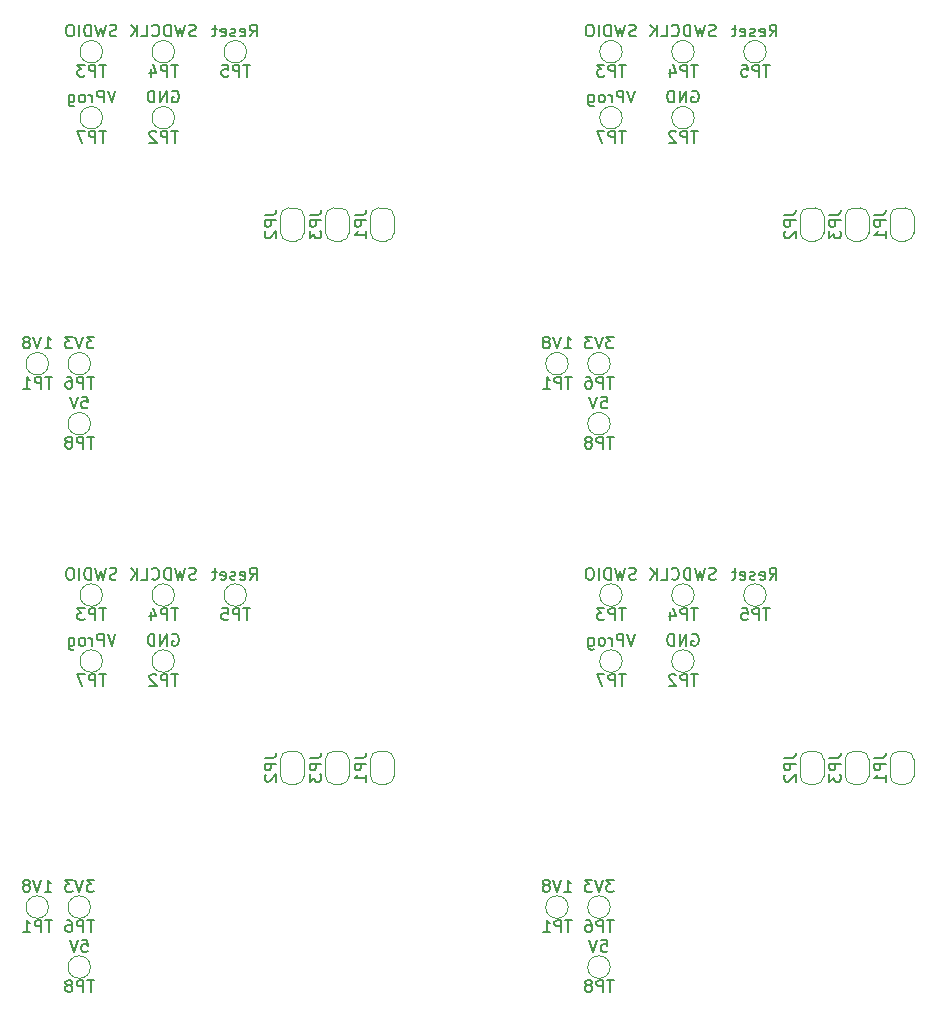
<source format=gbo>
G04 #@! TF.GenerationSoftware,KiCad,Pcbnew,5.0.2-bee76a0~70~ubuntu18.04.1*
G04 #@! TF.CreationDate,2019-02-02T15:45:17-08:00*
G04 #@! TF.ProjectId,programing_adapter,70726f67-7261-46d6-996e-675f61646170,rev?*
G04 #@! TF.SameCoordinates,Original*
G04 #@! TF.FileFunction,Legend,Bot*
G04 #@! TF.FilePolarity,Positive*
%FSLAX46Y46*%
G04 Gerber Fmt 4.6, Leading zero omitted, Abs format (unit mm)*
G04 Created by KiCad (PCBNEW 5.0.2-bee76a0~70~ubuntu18.04.1) date Sat 02 Feb 2019 03:45:17 PM PST*
%MOMM*%
%LPD*%
G01*
G04 APERTURE LIST*
%ADD10C,0.120000*%
%ADD11C,0.150000*%
%ADD12C,0.500000*%
%ADD13C,0.020000*%
%ADD14O,1.802000X1.802000*%
%ADD15R,1.802000X1.802000*%
%ADD16C,1.602000*%
%ADD17O,1.302000X2.202000*%
%ADD18O,1.302000X2.502000*%
%ADD19C,1.302000*%
%ADD20C,1.499000*%
G04 APERTURE END LIST*
D10*
G04 #@! TO.C,JP3*
X126900000Y-102800000D02*
G75*
G03X127600000Y-103500000I700000J0D01*
G01*
X128200000Y-103500000D02*
G75*
G03X128900000Y-102800000I0J700000D01*
G01*
X128900000Y-101400000D02*
G75*
G03X128200000Y-100700000I-700000J0D01*
G01*
X127600000Y-100700000D02*
G75*
G03X126900000Y-101400000I0J-700000D01*
G01*
X128200000Y-100700000D02*
X127600000Y-100700000D01*
X128900000Y-102800000D02*
X128900000Y-101400000D01*
X127600000Y-103500000D02*
X128200000Y-103500000D01*
X126900000Y-101400000D02*
X126900000Y-102800000D01*
X82900000Y-102800000D02*
G75*
G03X83600000Y-103500000I700000J0D01*
G01*
X84200000Y-103500000D02*
G75*
G03X84900000Y-102800000I0J700000D01*
G01*
X84900000Y-101400000D02*
G75*
G03X84200000Y-100700000I-700000J0D01*
G01*
X83600000Y-100700000D02*
G75*
G03X82900000Y-101400000I0J-700000D01*
G01*
X84200000Y-100700000D02*
X83600000Y-100700000D01*
X84900000Y-102800000D02*
X84900000Y-101400000D01*
X83600000Y-103500000D02*
X84200000Y-103500000D01*
X82900000Y-101400000D02*
X82900000Y-102800000D01*
X126900000Y-56800000D02*
G75*
G03X127600000Y-57500000I700000J0D01*
G01*
X128200000Y-57500000D02*
G75*
G03X128900000Y-56800000I0J700000D01*
G01*
X128900000Y-55400000D02*
G75*
G03X128200000Y-54700000I-700000J0D01*
G01*
X127600000Y-54700000D02*
G75*
G03X126900000Y-55400000I0J-700000D01*
G01*
X128200000Y-54700000D02*
X127600000Y-54700000D01*
X128900000Y-56800000D02*
X128900000Y-55400000D01*
X127600000Y-57500000D02*
X128200000Y-57500000D01*
X126900000Y-55400000D02*
X126900000Y-56800000D01*
G04 #@! TO.C,JP2*
X123090000Y-101400000D02*
X123090000Y-102800000D01*
X123790000Y-103500000D02*
X124390000Y-103500000D01*
X125090000Y-102800000D02*
X125090000Y-101400000D01*
X124390000Y-100700000D02*
X123790000Y-100700000D01*
X123790000Y-100700000D02*
G75*
G03X123090000Y-101400000I0J-700000D01*
G01*
X125090000Y-101400000D02*
G75*
G03X124390000Y-100700000I-700000J0D01*
G01*
X124390000Y-103500000D02*
G75*
G03X125090000Y-102800000I0J700000D01*
G01*
X123090000Y-102800000D02*
G75*
G03X123790000Y-103500000I700000J0D01*
G01*
X79090000Y-101400000D02*
X79090000Y-102800000D01*
X79790000Y-103500000D02*
X80390000Y-103500000D01*
X81090000Y-102800000D02*
X81090000Y-101400000D01*
X80390000Y-100700000D02*
X79790000Y-100700000D01*
X79790000Y-100700000D02*
G75*
G03X79090000Y-101400000I0J-700000D01*
G01*
X81090000Y-101400000D02*
G75*
G03X80390000Y-100700000I-700000J0D01*
G01*
X80390000Y-103500000D02*
G75*
G03X81090000Y-102800000I0J700000D01*
G01*
X79090000Y-102800000D02*
G75*
G03X79790000Y-103500000I700000J0D01*
G01*
X123090000Y-55400000D02*
X123090000Y-56800000D01*
X123790000Y-57500000D02*
X124390000Y-57500000D01*
X125090000Y-56800000D02*
X125090000Y-55400000D01*
X124390000Y-54700000D02*
X123790000Y-54700000D01*
X123790000Y-54700000D02*
G75*
G03X123090000Y-55400000I0J-700000D01*
G01*
X125090000Y-55400000D02*
G75*
G03X124390000Y-54700000I-700000J0D01*
G01*
X124390000Y-57500000D02*
G75*
G03X125090000Y-56800000I0J700000D01*
G01*
X123090000Y-56800000D02*
G75*
G03X123790000Y-57500000I700000J0D01*
G01*
G04 #@! TO.C,TP3*
X108022000Y-87480000D02*
G75*
G03X108022000Y-87480000I-950000J0D01*
G01*
X64022000Y-87480000D02*
G75*
G03X64022000Y-87480000I-950000J0D01*
G01*
X108022000Y-41480000D02*
G75*
G03X108022000Y-41480000I-950000J0D01*
G01*
G04 #@! TO.C,JP1*
X130710000Y-101400000D02*
X130710000Y-102800000D01*
X131410000Y-103500000D02*
X132010000Y-103500000D01*
X132710000Y-102800000D02*
X132710000Y-101400000D01*
X132010000Y-100700000D02*
X131410000Y-100700000D01*
X131410000Y-100700000D02*
G75*
G03X130710000Y-101400000I0J-700000D01*
G01*
X132710000Y-101400000D02*
G75*
G03X132010000Y-100700000I-700000J0D01*
G01*
X132010000Y-103500000D02*
G75*
G03X132710000Y-102800000I0J700000D01*
G01*
X130710000Y-102800000D02*
G75*
G03X131410000Y-103500000I700000J0D01*
G01*
X86710000Y-101400000D02*
X86710000Y-102800000D01*
X87410000Y-103500000D02*
X88010000Y-103500000D01*
X88710000Y-102800000D02*
X88710000Y-101400000D01*
X88010000Y-100700000D02*
X87410000Y-100700000D01*
X87410000Y-100700000D02*
G75*
G03X86710000Y-101400000I0J-700000D01*
G01*
X88710000Y-101400000D02*
G75*
G03X88010000Y-100700000I-700000J0D01*
G01*
X88010000Y-103500000D02*
G75*
G03X88710000Y-102800000I0J700000D01*
G01*
X86710000Y-102800000D02*
G75*
G03X87410000Y-103500000I700000J0D01*
G01*
X130710000Y-55400000D02*
X130710000Y-56800000D01*
X131410000Y-57500000D02*
X132010000Y-57500000D01*
X132710000Y-56800000D02*
X132710000Y-55400000D01*
X132010000Y-54700000D02*
X131410000Y-54700000D01*
X131410000Y-54700000D02*
G75*
G03X130710000Y-55400000I0J-700000D01*
G01*
X132710000Y-55400000D02*
G75*
G03X132010000Y-54700000I-700000J0D01*
G01*
X132010000Y-57500000D02*
G75*
G03X132710000Y-56800000I0J700000D01*
G01*
X130710000Y-56800000D02*
G75*
G03X131410000Y-57500000I700000J0D01*
G01*
G04 #@! TO.C,TP4*
X114118000Y-87480000D02*
G75*
G03X114118000Y-87480000I-950000J0D01*
G01*
X70118000Y-87480000D02*
G75*
G03X70118000Y-87480000I-950000J0D01*
G01*
X114118000Y-41480000D02*
G75*
G03X114118000Y-41480000I-950000J0D01*
G01*
G04 #@! TO.C,TP2*
X114118000Y-93068000D02*
G75*
G03X114118000Y-93068000I-950000J0D01*
G01*
X70118000Y-93068000D02*
G75*
G03X70118000Y-93068000I-950000J0D01*
G01*
X114118000Y-47068000D02*
G75*
G03X114118000Y-47068000I-950000J0D01*
G01*
G04 #@! TO.C,TP7*
X108022000Y-93068000D02*
G75*
G03X108022000Y-93068000I-950000J0D01*
G01*
X64022000Y-93068000D02*
G75*
G03X64022000Y-93068000I-950000J0D01*
G01*
X108022000Y-47068000D02*
G75*
G03X108022000Y-47068000I-950000J0D01*
G01*
G04 #@! TO.C,TP5*
X120214000Y-87480000D02*
G75*
G03X120214000Y-87480000I-950000J0D01*
G01*
X76214000Y-87480000D02*
G75*
G03X76214000Y-87480000I-950000J0D01*
G01*
X120214000Y-41480000D02*
G75*
G03X120214000Y-41480000I-950000J0D01*
G01*
G04 #@! TO.C,TP1*
X103450000Y-113896000D02*
G75*
G03X103450000Y-113896000I-950000J0D01*
G01*
X59450000Y-113896000D02*
G75*
G03X59450000Y-113896000I-950000J0D01*
G01*
X103450000Y-67896000D02*
G75*
G03X103450000Y-67896000I-950000J0D01*
G01*
G04 #@! TO.C,TP8*
X107006000Y-118976000D02*
G75*
G03X107006000Y-118976000I-950000J0D01*
G01*
X63006000Y-118976000D02*
G75*
G03X63006000Y-118976000I-950000J0D01*
G01*
X107006000Y-72976000D02*
G75*
G03X107006000Y-72976000I-950000J0D01*
G01*
G04 #@! TO.C,TP6*
X107006000Y-113896000D02*
G75*
G03X107006000Y-113896000I-950000J0D01*
G01*
X63006000Y-113896000D02*
G75*
G03X63006000Y-113896000I-950000J0D01*
G01*
X107006000Y-67896000D02*
G75*
G03X107006000Y-67896000I-950000J0D01*
G01*
G04 #@! TO.C,JP1*
X86710000Y-56800000D02*
G75*
G03X87410000Y-57500000I700000J0D01*
G01*
X88010000Y-57500000D02*
G75*
G03X88710000Y-56800000I0J700000D01*
G01*
X88710000Y-55400000D02*
G75*
G03X88010000Y-54700000I-700000J0D01*
G01*
X87410000Y-54700000D02*
G75*
G03X86710000Y-55400000I0J-700000D01*
G01*
X88010000Y-54700000D02*
X87410000Y-54700000D01*
X88710000Y-56800000D02*
X88710000Y-55400000D01*
X87410000Y-57500000D02*
X88010000Y-57500000D01*
X86710000Y-55400000D02*
X86710000Y-56800000D01*
G04 #@! TO.C,JP2*
X79090000Y-56800000D02*
G75*
G03X79790000Y-57500000I700000J0D01*
G01*
X80390000Y-57500000D02*
G75*
G03X81090000Y-56800000I0J700000D01*
G01*
X81090000Y-55400000D02*
G75*
G03X80390000Y-54700000I-700000J0D01*
G01*
X79790000Y-54700000D02*
G75*
G03X79090000Y-55400000I0J-700000D01*
G01*
X80390000Y-54700000D02*
X79790000Y-54700000D01*
X81090000Y-56800000D02*
X81090000Y-55400000D01*
X79790000Y-57500000D02*
X80390000Y-57500000D01*
X79090000Y-55400000D02*
X79090000Y-56800000D01*
G04 #@! TO.C,JP3*
X82900000Y-55400000D02*
X82900000Y-56800000D01*
X83600000Y-57500000D02*
X84200000Y-57500000D01*
X84900000Y-56800000D02*
X84900000Y-55400000D01*
X84200000Y-54700000D02*
X83600000Y-54700000D01*
X83600000Y-54700000D02*
G75*
G03X82900000Y-55400000I0J-700000D01*
G01*
X84900000Y-55400000D02*
G75*
G03X84200000Y-54700000I-700000J0D01*
G01*
X84200000Y-57500000D02*
G75*
G03X84900000Y-56800000I0J700000D01*
G01*
X82900000Y-56800000D02*
G75*
G03X83600000Y-57500000I700000J0D01*
G01*
G04 #@! TO.C,TP1*
X59450000Y-67896000D02*
G75*
G03X59450000Y-67896000I-950000J0D01*
G01*
G04 #@! TO.C,TP2*
X70118000Y-47068000D02*
G75*
G03X70118000Y-47068000I-950000J0D01*
G01*
G04 #@! TO.C,TP3*
X64022000Y-41480000D02*
G75*
G03X64022000Y-41480000I-950000J0D01*
G01*
G04 #@! TO.C,TP4*
X70118000Y-41480000D02*
G75*
G03X70118000Y-41480000I-950000J0D01*
G01*
G04 #@! TO.C,TP5*
X76214000Y-41480000D02*
G75*
G03X76214000Y-41480000I-950000J0D01*
G01*
G04 #@! TO.C,TP6*
X63006000Y-67896000D02*
G75*
G03X63006000Y-67896000I-950000J0D01*
G01*
G04 #@! TO.C,TP7*
X64022000Y-47068000D02*
G75*
G03X64022000Y-47068000I-950000J0D01*
G01*
G04 #@! TO.C,TP8*
X63006000Y-72976000D02*
G75*
G03X63006000Y-72976000I-950000J0D01*
G01*
G04 #@! TO.C,JP3*
D11*
X125552380Y-101266666D02*
X126266666Y-101266666D01*
X126409523Y-101219047D01*
X126504761Y-101123809D01*
X126552380Y-100980952D01*
X126552380Y-100885714D01*
X126552380Y-101742857D02*
X125552380Y-101742857D01*
X125552380Y-102123809D01*
X125600000Y-102219047D01*
X125647619Y-102266666D01*
X125742857Y-102314285D01*
X125885714Y-102314285D01*
X125980952Y-102266666D01*
X126028571Y-102219047D01*
X126076190Y-102123809D01*
X126076190Y-101742857D01*
X125552380Y-102647619D02*
X125552380Y-103266666D01*
X125933333Y-102933333D01*
X125933333Y-103076190D01*
X125980952Y-103171428D01*
X126028571Y-103219047D01*
X126123809Y-103266666D01*
X126361904Y-103266666D01*
X126457142Y-103219047D01*
X126504761Y-103171428D01*
X126552380Y-103076190D01*
X126552380Y-102790476D01*
X126504761Y-102695238D01*
X126457142Y-102647619D01*
X81552380Y-101266666D02*
X82266666Y-101266666D01*
X82409523Y-101219047D01*
X82504761Y-101123809D01*
X82552380Y-100980952D01*
X82552380Y-100885714D01*
X82552380Y-101742857D02*
X81552380Y-101742857D01*
X81552380Y-102123809D01*
X81600000Y-102219047D01*
X81647619Y-102266666D01*
X81742857Y-102314285D01*
X81885714Y-102314285D01*
X81980952Y-102266666D01*
X82028571Y-102219047D01*
X82076190Y-102123809D01*
X82076190Y-101742857D01*
X81552380Y-102647619D02*
X81552380Y-103266666D01*
X81933333Y-102933333D01*
X81933333Y-103076190D01*
X81980952Y-103171428D01*
X82028571Y-103219047D01*
X82123809Y-103266666D01*
X82361904Y-103266666D01*
X82457142Y-103219047D01*
X82504761Y-103171428D01*
X82552380Y-103076190D01*
X82552380Y-102790476D01*
X82504761Y-102695238D01*
X82457142Y-102647619D01*
X125552380Y-55266666D02*
X126266666Y-55266666D01*
X126409523Y-55219047D01*
X126504761Y-55123809D01*
X126552380Y-54980952D01*
X126552380Y-54885714D01*
X126552380Y-55742857D02*
X125552380Y-55742857D01*
X125552380Y-56123809D01*
X125600000Y-56219047D01*
X125647619Y-56266666D01*
X125742857Y-56314285D01*
X125885714Y-56314285D01*
X125980952Y-56266666D01*
X126028571Y-56219047D01*
X126076190Y-56123809D01*
X126076190Y-55742857D01*
X125552380Y-56647619D02*
X125552380Y-57266666D01*
X125933333Y-56933333D01*
X125933333Y-57076190D01*
X125980952Y-57171428D01*
X126028571Y-57219047D01*
X126123809Y-57266666D01*
X126361904Y-57266666D01*
X126457142Y-57219047D01*
X126504761Y-57171428D01*
X126552380Y-57076190D01*
X126552380Y-56790476D01*
X126504761Y-56695238D01*
X126457142Y-56647619D01*
G04 #@! TO.C,JP2*
X121742380Y-101266666D02*
X122456666Y-101266666D01*
X122599523Y-101219047D01*
X122694761Y-101123809D01*
X122742380Y-100980952D01*
X122742380Y-100885714D01*
X122742380Y-101742857D02*
X121742380Y-101742857D01*
X121742380Y-102123809D01*
X121790000Y-102219047D01*
X121837619Y-102266666D01*
X121932857Y-102314285D01*
X122075714Y-102314285D01*
X122170952Y-102266666D01*
X122218571Y-102219047D01*
X122266190Y-102123809D01*
X122266190Y-101742857D01*
X121837619Y-102695238D02*
X121790000Y-102742857D01*
X121742380Y-102838095D01*
X121742380Y-103076190D01*
X121790000Y-103171428D01*
X121837619Y-103219047D01*
X121932857Y-103266666D01*
X122028095Y-103266666D01*
X122170952Y-103219047D01*
X122742380Y-102647619D01*
X122742380Y-103266666D01*
X77742380Y-101266666D02*
X78456666Y-101266666D01*
X78599523Y-101219047D01*
X78694761Y-101123809D01*
X78742380Y-100980952D01*
X78742380Y-100885714D01*
X78742380Y-101742857D02*
X77742380Y-101742857D01*
X77742380Y-102123809D01*
X77790000Y-102219047D01*
X77837619Y-102266666D01*
X77932857Y-102314285D01*
X78075714Y-102314285D01*
X78170952Y-102266666D01*
X78218571Y-102219047D01*
X78266190Y-102123809D01*
X78266190Y-101742857D01*
X77837619Y-102695238D02*
X77790000Y-102742857D01*
X77742380Y-102838095D01*
X77742380Y-103076190D01*
X77790000Y-103171428D01*
X77837619Y-103219047D01*
X77932857Y-103266666D01*
X78028095Y-103266666D01*
X78170952Y-103219047D01*
X78742380Y-102647619D01*
X78742380Y-103266666D01*
X121742380Y-55266666D02*
X122456666Y-55266666D01*
X122599523Y-55219047D01*
X122694761Y-55123809D01*
X122742380Y-54980952D01*
X122742380Y-54885714D01*
X122742380Y-55742857D02*
X121742380Y-55742857D01*
X121742380Y-56123809D01*
X121790000Y-56219047D01*
X121837619Y-56266666D01*
X121932857Y-56314285D01*
X122075714Y-56314285D01*
X122170952Y-56266666D01*
X122218571Y-56219047D01*
X122266190Y-56123809D01*
X122266190Y-55742857D01*
X121837619Y-56695238D02*
X121790000Y-56742857D01*
X121742380Y-56838095D01*
X121742380Y-57076190D01*
X121790000Y-57171428D01*
X121837619Y-57219047D01*
X121932857Y-57266666D01*
X122028095Y-57266666D01*
X122170952Y-57219047D01*
X122742380Y-56647619D01*
X122742380Y-57266666D01*
G04 #@! TO.C,TP3*
X108333904Y-88580380D02*
X107762476Y-88580380D01*
X108048190Y-89580380D02*
X108048190Y-88580380D01*
X107429142Y-89580380D02*
X107429142Y-88580380D01*
X107048190Y-88580380D01*
X106952952Y-88628000D01*
X106905333Y-88675619D01*
X106857714Y-88770857D01*
X106857714Y-88913714D01*
X106905333Y-89008952D01*
X106952952Y-89056571D01*
X107048190Y-89104190D01*
X107429142Y-89104190D01*
X106524380Y-88580380D02*
X105905333Y-88580380D01*
X106238666Y-88961333D01*
X106095809Y-88961333D01*
X106000571Y-89008952D01*
X105952952Y-89056571D01*
X105905333Y-89151809D01*
X105905333Y-89389904D01*
X105952952Y-89485142D01*
X106000571Y-89532761D01*
X106095809Y-89580380D01*
X106381523Y-89580380D01*
X106476761Y-89532761D01*
X106524380Y-89485142D01*
X109191047Y-86134761D02*
X109048190Y-86182380D01*
X108810095Y-86182380D01*
X108714857Y-86134761D01*
X108667238Y-86087142D01*
X108619619Y-85991904D01*
X108619619Y-85896666D01*
X108667238Y-85801428D01*
X108714857Y-85753809D01*
X108810095Y-85706190D01*
X109000571Y-85658571D01*
X109095809Y-85610952D01*
X109143428Y-85563333D01*
X109191047Y-85468095D01*
X109191047Y-85372857D01*
X109143428Y-85277619D01*
X109095809Y-85230000D01*
X109000571Y-85182380D01*
X108762476Y-85182380D01*
X108619619Y-85230000D01*
X108286285Y-85182380D02*
X108048190Y-86182380D01*
X107857714Y-85468095D01*
X107667238Y-86182380D01*
X107429142Y-85182380D01*
X107048190Y-86182380D02*
X107048190Y-85182380D01*
X106810095Y-85182380D01*
X106667238Y-85230000D01*
X106572000Y-85325238D01*
X106524380Y-85420476D01*
X106476761Y-85610952D01*
X106476761Y-85753809D01*
X106524380Y-85944285D01*
X106572000Y-86039523D01*
X106667238Y-86134761D01*
X106810095Y-86182380D01*
X107048190Y-86182380D01*
X106048190Y-86182380D02*
X106048190Y-85182380D01*
X105381523Y-85182380D02*
X105191047Y-85182380D01*
X105095809Y-85230000D01*
X105000571Y-85325238D01*
X104952952Y-85515714D01*
X104952952Y-85849047D01*
X105000571Y-86039523D01*
X105095809Y-86134761D01*
X105191047Y-86182380D01*
X105381523Y-86182380D01*
X105476761Y-86134761D01*
X105572000Y-86039523D01*
X105619619Y-85849047D01*
X105619619Y-85515714D01*
X105572000Y-85325238D01*
X105476761Y-85230000D01*
X105381523Y-85182380D01*
X64333904Y-88580380D02*
X63762476Y-88580380D01*
X64048190Y-89580380D02*
X64048190Y-88580380D01*
X63429142Y-89580380D02*
X63429142Y-88580380D01*
X63048190Y-88580380D01*
X62952952Y-88628000D01*
X62905333Y-88675619D01*
X62857714Y-88770857D01*
X62857714Y-88913714D01*
X62905333Y-89008952D01*
X62952952Y-89056571D01*
X63048190Y-89104190D01*
X63429142Y-89104190D01*
X62524380Y-88580380D02*
X61905333Y-88580380D01*
X62238666Y-88961333D01*
X62095809Y-88961333D01*
X62000571Y-89008952D01*
X61952952Y-89056571D01*
X61905333Y-89151809D01*
X61905333Y-89389904D01*
X61952952Y-89485142D01*
X62000571Y-89532761D01*
X62095809Y-89580380D01*
X62381523Y-89580380D01*
X62476761Y-89532761D01*
X62524380Y-89485142D01*
X65191047Y-86134761D02*
X65048190Y-86182380D01*
X64810095Y-86182380D01*
X64714857Y-86134761D01*
X64667238Y-86087142D01*
X64619619Y-85991904D01*
X64619619Y-85896666D01*
X64667238Y-85801428D01*
X64714857Y-85753809D01*
X64810095Y-85706190D01*
X65000571Y-85658571D01*
X65095809Y-85610952D01*
X65143428Y-85563333D01*
X65191047Y-85468095D01*
X65191047Y-85372857D01*
X65143428Y-85277619D01*
X65095809Y-85230000D01*
X65000571Y-85182380D01*
X64762476Y-85182380D01*
X64619619Y-85230000D01*
X64286285Y-85182380D02*
X64048190Y-86182380D01*
X63857714Y-85468095D01*
X63667238Y-86182380D01*
X63429142Y-85182380D01*
X63048190Y-86182380D02*
X63048190Y-85182380D01*
X62810095Y-85182380D01*
X62667238Y-85230000D01*
X62572000Y-85325238D01*
X62524380Y-85420476D01*
X62476761Y-85610952D01*
X62476761Y-85753809D01*
X62524380Y-85944285D01*
X62572000Y-86039523D01*
X62667238Y-86134761D01*
X62810095Y-86182380D01*
X63048190Y-86182380D01*
X62048190Y-86182380D02*
X62048190Y-85182380D01*
X61381523Y-85182380D02*
X61191047Y-85182380D01*
X61095809Y-85230000D01*
X61000571Y-85325238D01*
X60952952Y-85515714D01*
X60952952Y-85849047D01*
X61000571Y-86039523D01*
X61095809Y-86134761D01*
X61191047Y-86182380D01*
X61381523Y-86182380D01*
X61476761Y-86134761D01*
X61572000Y-86039523D01*
X61619619Y-85849047D01*
X61619619Y-85515714D01*
X61572000Y-85325238D01*
X61476761Y-85230000D01*
X61381523Y-85182380D01*
X108333904Y-42580380D02*
X107762476Y-42580380D01*
X108048190Y-43580380D02*
X108048190Y-42580380D01*
X107429142Y-43580380D02*
X107429142Y-42580380D01*
X107048190Y-42580380D01*
X106952952Y-42628000D01*
X106905333Y-42675619D01*
X106857714Y-42770857D01*
X106857714Y-42913714D01*
X106905333Y-43008952D01*
X106952952Y-43056571D01*
X107048190Y-43104190D01*
X107429142Y-43104190D01*
X106524380Y-42580380D02*
X105905333Y-42580380D01*
X106238666Y-42961333D01*
X106095809Y-42961333D01*
X106000571Y-43008952D01*
X105952952Y-43056571D01*
X105905333Y-43151809D01*
X105905333Y-43389904D01*
X105952952Y-43485142D01*
X106000571Y-43532761D01*
X106095809Y-43580380D01*
X106381523Y-43580380D01*
X106476761Y-43532761D01*
X106524380Y-43485142D01*
X109191047Y-40134761D02*
X109048190Y-40182380D01*
X108810095Y-40182380D01*
X108714857Y-40134761D01*
X108667238Y-40087142D01*
X108619619Y-39991904D01*
X108619619Y-39896666D01*
X108667238Y-39801428D01*
X108714857Y-39753809D01*
X108810095Y-39706190D01*
X109000571Y-39658571D01*
X109095809Y-39610952D01*
X109143428Y-39563333D01*
X109191047Y-39468095D01*
X109191047Y-39372857D01*
X109143428Y-39277619D01*
X109095809Y-39230000D01*
X109000571Y-39182380D01*
X108762476Y-39182380D01*
X108619619Y-39230000D01*
X108286285Y-39182380D02*
X108048190Y-40182380D01*
X107857714Y-39468095D01*
X107667238Y-40182380D01*
X107429142Y-39182380D01*
X107048190Y-40182380D02*
X107048190Y-39182380D01*
X106810095Y-39182380D01*
X106667238Y-39230000D01*
X106572000Y-39325238D01*
X106524380Y-39420476D01*
X106476761Y-39610952D01*
X106476761Y-39753809D01*
X106524380Y-39944285D01*
X106572000Y-40039523D01*
X106667238Y-40134761D01*
X106810095Y-40182380D01*
X107048190Y-40182380D01*
X106048190Y-40182380D02*
X106048190Y-39182380D01*
X105381523Y-39182380D02*
X105191047Y-39182380D01*
X105095809Y-39230000D01*
X105000571Y-39325238D01*
X104952952Y-39515714D01*
X104952952Y-39849047D01*
X105000571Y-40039523D01*
X105095809Y-40134761D01*
X105191047Y-40182380D01*
X105381523Y-40182380D01*
X105476761Y-40134761D01*
X105572000Y-40039523D01*
X105619619Y-39849047D01*
X105619619Y-39515714D01*
X105572000Y-39325238D01*
X105476761Y-39230000D01*
X105381523Y-39182380D01*
G04 #@! TO.C,JP1*
X129362380Y-101266666D02*
X130076666Y-101266666D01*
X130219523Y-101219047D01*
X130314761Y-101123809D01*
X130362380Y-100980952D01*
X130362380Y-100885714D01*
X130362380Y-101742857D02*
X129362380Y-101742857D01*
X129362380Y-102123809D01*
X129410000Y-102219047D01*
X129457619Y-102266666D01*
X129552857Y-102314285D01*
X129695714Y-102314285D01*
X129790952Y-102266666D01*
X129838571Y-102219047D01*
X129886190Y-102123809D01*
X129886190Y-101742857D01*
X130362380Y-103266666D02*
X130362380Y-102695238D01*
X130362380Y-102980952D02*
X129362380Y-102980952D01*
X129505238Y-102885714D01*
X129600476Y-102790476D01*
X129648095Y-102695238D01*
X85362380Y-101266666D02*
X86076666Y-101266666D01*
X86219523Y-101219047D01*
X86314761Y-101123809D01*
X86362380Y-100980952D01*
X86362380Y-100885714D01*
X86362380Y-101742857D02*
X85362380Y-101742857D01*
X85362380Y-102123809D01*
X85410000Y-102219047D01*
X85457619Y-102266666D01*
X85552857Y-102314285D01*
X85695714Y-102314285D01*
X85790952Y-102266666D01*
X85838571Y-102219047D01*
X85886190Y-102123809D01*
X85886190Y-101742857D01*
X86362380Y-103266666D02*
X86362380Y-102695238D01*
X86362380Y-102980952D02*
X85362380Y-102980952D01*
X85505238Y-102885714D01*
X85600476Y-102790476D01*
X85648095Y-102695238D01*
X129362380Y-55266666D02*
X130076666Y-55266666D01*
X130219523Y-55219047D01*
X130314761Y-55123809D01*
X130362380Y-54980952D01*
X130362380Y-54885714D01*
X130362380Y-55742857D02*
X129362380Y-55742857D01*
X129362380Y-56123809D01*
X129410000Y-56219047D01*
X129457619Y-56266666D01*
X129552857Y-56314285D01*
X129695714Y-56314285D01*
X129790952Y-56266666D01*
X129838571Y-56219047D01*
X129886190Y-56123809D01*
X129886190Y-55742857D01*
X130362380Y-57266666D02*
X130362380Y-56695238D01*
X130362380Y-56980952D02*
X129362380Y-56980952D01*
X129505238Y-56885714D01*
X129600476Y-56790476D01*
X129648095Y-56695238D01*
G04 #@! TO.C,TP4*
X114429904Y-88580380D02*
X113858476Y-88580380D01*
X114144190Y-89580380D02*
X114144190Y-88580380D01*
X113525142Y-89580380D02*
X113525142Y-88580380D01*
X113144190Y-88580380D01*
X113048952Y-88628000D01*
X113001333Y-88675619D01*
X112953714Y-88770857D01*
X112953714Y-88913714D01*
X113001333Y-89008952D01*
X113048952Y-89056571D01*
X113144190Y-89104190D01*
X113525142Y-89104190D01*
X112096571Y-88913714D02*
X112096571Y-89580380D01*
X112334666Y-88532761D02*
X112572761Y-89247047D01*
X111953714Y-89247047D01*
X115929904Y-86134761D02*
X115787047Y-86182380D01*
X115548952Y-86182380D01*
X115453714Y-86134761D01*
X115406095Y-86087142D01*
X115358476Y-85991904D01*
X115358476Y-85896666D01*
X115406095Y-85801428D01*
X115453714Y-85753809D01*
X115548952Y-85706190D01*
X115739428Y-85658571D01*
X115834666Y-85610952D01*
X115882285Y-85563333D01*
X115929904Y-85468095D01*
X115929904Y-85372857D01*
X115882285Y-85277619D01*
X115834666Y-85230000D01*
X115739428Y-85182380D01*
X115501333Y-85182380D01*
X115358476Y-85230000D01*
X115025142Y-85182380D02*
X114787047Y-86182380D01*
X114596571Y-85468095D01*
X114406095Y-86182380D01*
X114168000Y-85182380D01*
X113787047Y-86182380D02*
X113787047Y-85182380D01*
X113548952Y-85182380D01*
X113406095Y-85230000D01*
X113310857Y-85325238D01*
X113263238Y-85420476D01*
X113215619Y-85610952D01*
X113215619Y-85753809D01*
X113263238Y-85944285D01*
X113310857Y-86039523D01*
X113406095Y-86134761D01*
X113548952Y-86182380D01*
X113787047Y-86182380D01*
X112215619Y-86087142D02*
X112263238Y-86134761D01*
X112406095Y-86182380D01*
X112501333Y-86182380D01*
X112644190Y-86134761D01*
X112739428Y-86039523D01*
X112787047Y-85944285D01*
X112834666Y-85753809D01*
X112834666Y-85610952D01*
X112787047Y-85420476D01*
X112739428Y-85325238D01*
X112644190Y-85230000D01*
X112501333Y-85182380D01*
X112406095Y-85182380D01*
X112263238Y-85230000D01*
X112215619Y-85277619D01*
X111310857Y-86182380D02*
X111787047Y-86182380D01*
X111787047Y-85182380D01*
X110977523Y-86182380D02*
X110977523Y-85182380D01*
X110406095Y-86182380D02*
X110834666Y-85610952D01*
X110406095Y-85182380D02*
X110977523Y-85753809D01*
X70429904Y-88580380D02*
X69858476Y-88580380D01*
X70144190Y-89580380D02*
X70144190Y-88580380D01*
X69525142Y-89580380D02*
X69525142Y-88580380D01*
X69144190Y-88580380D01*
X69048952Y-88628000D01*
X69001333Y-88675619D01*
X68953714Y-88770857D01*
X68953714Y-88913714D01*
X69001333Y-89008952D01*
X69048952Y-89056571D01*
X69144190Y-89104190D01*
X69525142Y-89104190D01*
X68096571Y-88913714D02*
X68096571Y-89580380D01*
X68334666Y-88532761D02*
X68572761Y-89247047D01*
X67953714Y-89247047D01*
X71929904Y-86134761D02*
X71787047Y-86182380D01*
X71548952Y-86182380D01*
X71453714Y-86134761D01*
X71406095Y-86087142D01*
X71358476Y-85991904D01*
X71358476Y-85896666D01*
X71406095Y-85801428D01*
X71453714Y-85753809D01*
X71548952Y-85706190D01*
X71739428Y-85658571D01*
X71834666Y-85610952D01*
X71882285Y-85563333D01*
X71929904Y-85468095D01*
X71929904Y-85372857D01*
X71882285Y-85277619D01*
X71834666Y-85230000D01*
X71739428Y-85182380D01*
X71501333Y-85182380D01*
X71358476Y-85230000D01*
X71025142Y-85182380D02*
X70787047Y-86182380D01*
X70596571Y-85468095D01*
X70406095Y-86182380D01*
X70168000Y-85182380D01*
X69787047Y-86182380D02*
X69787047Y-85182380D01*
X69548952Y-85182380D01*
X69406095Y-85230000D01*
X69310857Y-85325238D01*
X69263238Y-85420476D01*
X69215619Y-85610952D01*
X69215619Y-85753809D01*
X69263238Y-85944285D01*
X69310857Y-86039523D01*
X69406095Y-86134761D01*
X69548952Y-86182380D01*
X69787047Y-86182380D01*
X68215619Y-86087142D02*
X68263238Y-86134761D01*
X68406095Y-86182380D01*
X68501333Y-86182380D01*
X68644190Y-86134761D01*
X68739428Y-86039523D01*
X68787047Y-85944285D01*
X68834666Y-85753809D01*
X68834666Y-85610952D01*
X68787047Y-85420476D01*
X68739428Y-85325238D01*
X68644190Y-85230000D01*
X68501333Y-85182380D01*
X68406095Y-85182380D01*
X68263238Y-85230000D01*
X68215619Y-85277619D01*
X67310857Y-86182380D02*
X67787047Y-86182380D01*
X67787047Y-85182380D01*
X66977523Y-86182380D02*
X66977523Y-85182380D01*
X66406095Y-86182380D02*
X66834666Y-85610952D01*
X66406095Y-85182380D02*
X66977523Y-85753809D01*
X114429904Y-42580380D02*
X113858476Y-42580380D01*
X114144190Y-43580380D02*
X114144190Y-42580380D01*
X113525142Y-43580380D02*
X113525142Y-42580380D01*
X113144190Y-42580380D01*
X113048952Y-42628000D01*
X113001333Y-42675619D01*
X112953714Y-42770857D01*
X112953714Y-42913714D01*
X113001333Y-43008952D01*
X113048952Y-43056571D01*
X113144190Y-43104190D01*
X113525142Y-43104190D01*
X112096571Y-42913714D02*
X112096571Y-43580380D01*
X112334666Y-42532761D02*
X112572761Y-43247047D01*
X111953714Y-43247047D01*
X115929904Y-40134761D02*
X115787047Y-40182380D01*
X115548952Y-40182380D01*
X115453714Y-40134761D01*
X115406095Y-40087142D01*
X115358476Y-39991904D01*
X115358476Y-39896666D01*
X115406095Y-39801428D01*
X115453714Y-39753809D01*
X115548952Y-39706190D01*
X115739428Y-39658571D01*
X115834666Y-39610952D01*
X115882285Y-39563333D01*
X115929904Y-39468095D01*
X115929904Y-39372857D01*
X115882285Y-39277619D01*
X115834666Y-39230000D01*
X115739428Y-39182380D01*
X115501333Y-39182380D01*
X115358476Y-39230000D01*
X115025142Y-39182380D02*
X114787047Y-40182380D01*
X114596571Y-39468095D01*
X114406095Y-40182380D01*
X114168000Y-39182380D01*
X113787047Y-40182380D02*
X113787047Y-39182380D01*
X113548952Y-39182380D01*
X113406095Y-39230000D01*
X113310857Y-39325238D01*
X113263238Y-39420476D01*
X113215619Y-39610952D01*
X113215619Y-39753809D01*
X113263238Y-39944285D01*
X113310857Y-40039523D01*
X113406095Y-40134761D01*
X113548952Y-40182380D01*
X113787047Y-40182380D01*
X112215619Y-40087142D02*
X112263238Y-40134761D01*
X112406095Y-40182380D01*
X112501333Y-40182380D01*
X112644190Y-40134761D01*
X112739428Y-40039523D01*
X112787047Y-39944285D01*
X112834666Y-39753809D01*
X112834666Y-39610952D01*
X112787047Y-39420476D01*
X112739428Y-39325238D01*
X112644190Y-39230000D01*
X112501333Y-39182380D01*
X112406095Y-39182380D01*
X112263238Y-39230000D01*
X112215619Y-39277619D01*
X111310857Y-40182380D02*
X111787047Y-40182380D01*
X111787047Y-39182380D01*
X110977523Y-40182380D02*
X110977523Y-39182380D01*
X110406095Y-40182380D02*
X110834666Y-39610952D01*
X110406095Y-39182380D02*
X110977523Y-39753809D01*
G04 #@! TO.C,TP2*
X114429904Y-94168380D02*
X113858476Y-94168380D01*
X114144190Y-95168380D02*
X114144190Y-94168380D01*
X113525142Y-95168380D02*
X113525142Y-94168380D01*
X113144190Y-94168380D01*
X113048952Y-94216000D01*
X113001333Y-94263619D01*
X112953714Y-94358857D01*
X112953714Y-94501714D01*
X113001333Y-94596952D01*
X113048952Y-94644571D01*
X113144190Y-94692190D01*
X113525142Y-94692190D01*
X112572761Y-94263619D02*
X112525142Y-94216000D01*
X112429904Y-94168380D01*
X112191809Y-94168380D01*
X112096571Y-94216000D01*
X112048952Y-94263619D01*
X112001333Y-94358857D01*
X112001333Y-94454095D01*
X112048952Y-94596952D01*
X112620380Y-95168380D01*
X112001333Y-95168380D01*
X113929904Y-90818000D02*
X114025142Y-90770380D01*
X114168000Y-90770380D01*
X114310857Y-90818000D01*
X114406095Y-90913238D01*
X114453714Y-91008476D01*
X114501333Y-91198952D01*
X114501333Y-91341809D01*
X114453714Y-91532285D01*
X114406095Y-91627523D01*
X114310857Y-91722761D01*
X114168000Y-91770380D01*
X114072761Y-91770380D01*
X113929904Y-91722761D01*
X113882285Y-91675142D01*
X113882285Y-91341809D01*
X114072761Y-91341809D01*
X113453714Y-91770380D02*
X113453714Y-90770380D01*
X112882285Y-91770380D01*
X112882285Y-90770380D01*
X112406095Y-91770380D02*
X112406095Y-90770380D01*
X112168000Y-90770380D01*
X112025142Y-90818000D01*
X111929904Y-90913238D01*
X111882285Y-91008476D01*
X111834666Y-91198952D01*
X111834666Y-91341809D01*
X111882285Y-91532285D01*
X111929904Y-91627523D01*
X112025142Y-91722761D01*
X112168000Y-91770380D01*
X112406095Y-91770380D01*
X70429904Y-94168380D02*
X69858476Y-94168380D01*
X70144190Y-95168380D02*
X70144190Y-94168380D01*
X69525142Y-95168380D02*
X69525142Y-94168380D01*
X69144190Y-94168380D01*
X69048952Y-94216000D01*
X69001333Y-94263619D01*
X68953714Y-94358857D01*
X68953714Y-94501714D01*
X69001333Y-94596952D01*
X69048952Y-94644571D01*
X69144190Y-94692190D01*
X69525142Y-94692190D01*
X68572761Y-94263619D02*
X68525142Y-94216000D01*
X68429904Y-94168380D01*
X68191809Y-94168380D01*
X68096571Y-94216000D01*
X68048952Y-94263619D01*
X68001333Y-94358857D01*
X68001333Y-94454095D01*
X68048952Y-94596952D01*
X68620380Y-95168380D01*
X68001333Y-95168380D01*
X69929904Y-90818000D02*
X70025142Y-90770380D01*
X70168000Y-90770380D01*
X70310857Y-90818000D01*
X70406095Y-90913238D01*
X70453714Y-91008476D01*
X70501333Y-91198952D01*
X70501333Y-91341809D01*
X70453714Y-91532285D01*
X70406095Y-91627523D01*
X70310857Y-91722761D01*
X70168000Y-91770380D01*
X70072761Y-91770380D01*
X69929904Y-91722761D01*
X69882285Y-91675142D01*
X69882285Y-91341809D01*
X70072761Y-91341809D01*
X69453714Y-91770380D02*
X69453714Y-90770380D01*
X68882285Y-91770380D01*
X68882285Y-90770380D01*
X68406095Y-91770380D02*
X68406095Y-90770380D01*
X68168000Y-90770380D01*
X68025142Y-90818000D01*
X67929904Y-90913238D01*
X67882285Y-91008476D01*
X67834666Y-91198952D01*
X67834666Y-91341809D01*
X67882285Y-91532285D01*
X67929904Y-91627523D01*
X68025142Y-91722761D01*
X68168000Y-91770380D01*
X68406095Y-91770380D01*
X114429904Y-48168380D02*
X113858476Y-48168380D01*
X114144190Y-49168380D02*
X114144190Y-48168380D01*
X113525142Y-49168380D02*
X113525142Y-48168380D01*
X113144190Y-48168380D01*
X113048952Y-48216000D01*
X113001333Y-48263619D01*
X112953714Y-48358857D01*
X112953714Y-48501714D01*
X113001333Y-48596952D01*
X113048952Y-48644571D01*
X113144190Y-48692190D01*
X113525142Y-48692190D01*
X112572761Y-48263619D02*
X112525142Y-48216000D01*
X112429904Y-48168380D01*
X112191809Y-48168380D01*
X112096571Y-48216000D01*
X112048952Y-48263619D01*
X112001333Y-48358857D01*
X112001333Y-48454095D01*
X112048952Y-48596952D01*
X112620380Y-49168380D01*
X112001333Y-49168380D01*
X113929904Y-44818000D02*
X114025142Y-44770380D01*
X114168000Y-44770380D01*
X114310857Y-44818000D01*
X114406095Y-44913238D01*
X114453714Y-45008476D01*
X114501333Y-45198952D01*
X114501333Y-45341809D01*
X114453714Y-45532285D01*
X114406095Y-45627523D01*
X114310857Y-45722761D01*
X114168000Y-45770380D01*
X114072761Y-45770380D01*
X113929904Y-45722761D01*
X113882285Y-45675142D01*
X113882285Y-45341809D01*
X114072761Y-45341809D01*
X113453714Y-45770380D02*
X113453714Y-44770380D01*
X112882285Y-45770380D01*
X112882285Y-44770380D01*
X112406095Y-45770380D02*
X112406095Y-44770380D01*
X112168000Y-44770380D01*
X112025142Y-44818000D01*
X111929904Y-44913238D01*
X111882285Y-45008476D01*
X111834666Y-45198952D01*
X111834666Y-45341809D01*
X111882285Y-45532285D01*
X111929904Y-45627523D01*
X112025142Y-45722761D01*
X112168000Y-45770380D01*
X112406095Y-45770380D01*
G04 #@! TO.C,TP7*
X108333904Y-94168380D02*
X107762476Y-94168380D01*
X108048190Y-95168380D02*
X108048190Y-94168380D01*
X107429142Y-95168380D02*
X107429142Y-94168380D01*
X107048190Y-94168380D01*
X106952952Y-94216000D01*
X106905333Y-94263619D01*
X106857714Y-94358857D01*
X106857714Y-94501714D01*
X106905333Y-94596952D01*
X106952952Y-94644571D01*
X107048190Y-94692190D01*
X107429142Y-94692190D01*
X106524380Y-94168380D02*
X105857714Y-94168380D01*
X106286285Y-95168380D01*
X109119619Y-90770380D02*
X108786285Y-91770380D01*
X108452952Y-90770380D01*
X108119619Y-91770380D02*
X108119619Y-90770380D01*
X107738666Y-90770380D01*
X107643428Y-90818000D01*
X107595809Y-90865619D01*
X107548190Y-90960857D01*
X107548190Y-91103714D01*
X107595809Y-91198952D01*
X107643428Y-91246571D01*
X107738666Y-91294190D01*
X108119619Y-91294190D01*
X107119619Y-91770380D02*
X107119619Y-91103714D01*
X107119619Y-91294190D02*
X107072000Y-91198952D01*
X107024380Y-91151333D01*
X106929142Y-91103714D01*
X106833904Y-91103714D01*
X106357714Y-91770380D02*
X106452952Y-91722761D01*
X106500571Y-91675142D01*
X106548190Y-91579904D01*
X106548190Y-91294190D01*
X106500571Y-91198952D01*
X106452952Y-91151333D01*
X106357714Y-91103714D01*
X106214857Y-91103714D01*
X106119619Y-91151333D01*
X106072000Y-91198952D01*
X106024380Y-91294190D01*
X106024380Y-91579904D01*
X106072000Y-91675142D01*
X106119619Y-91722761D01*
X106214857Y-91770380D01*
X106357714Y-91770380D01*
X105167238Y-91103714D02*
X105167238Y-91913238D01*
X105214857Y-92008476D01*
X105262476Y-92056095D01*
X105357714Y-92103714D01*
X105500571Y-92103714D01*
X105595809Y-92056095D01*
X105167238Y-91722761D02*
X105262476Y-91770380D01*
X105452952Y-91770380D01*
X105548190Y-91722761D01*
X105595809Y-91675142D01*
X105643428Y-91579904D01*
X105643428Y-91294190D01*
X105595809Y-91198952D01*
X105548190Y-91151333D01*
X105452952Y-91103714D01*
X105262476Y-91103714D01*
X105167238Y-91151333D01*
X64333904Y-94168380D02*
X63762476Y-94168380D01*
X64048190Y-95168380D02*
X64048190Y-94168380D01*
X63429142Y-95168380D02*
X63429142Y-94168380D01*
X63048190Y-94168380D01*
X62952952Y-94216000D01*
X62905333Y-94263619D01*
X62857714Y-94358857D01*
X62857714Y-94501714D01*
X62905333Y-94596952D01*
X62952952Y-94644571D01*
X63048190Y-94692190D01*
X63429142Y-94692190D01*
X62524380Y-94168380D02*
X61857714Y-94168380D01*
X62286285Y-95168380D01*
X65119619Y-90770380D02*
X64786285Y-91770380D01*
X64452952Y-90770380D01*
X64119619Y-91770380D02*
X64119619Y-90770380D01*
X63738666Y-90770380D01*
X63643428Y-90818000D01*
X63595809Y-90865619D01*
X63548190Y-90960857D01*
X63548190Y-91103714D01*
X63595809Y-91198952D01*
X63643428Y-91246571D01*
X63738666Y-91294190D01*
X64119619Y-91294190D01*
X63119619Y-91770380D02*
X63119619Y-91103714D01*
X63119619Y-91294190D02*
X63072000Y-91198952D01*
X63024380Y-91151333D01*
X62929142Y-91103714D01*
X62833904Y-91103714D01*
X62357714Y-91770380D02*
X62452952Y-91722761D01*
X62500571Y-91675142D01*
X62548190Y-91579904D01*
X62548190Y-91294190D01*
X62500571Y-91198952D01*
X62452952Y-91151333D01*
X62357714Y-91103714D01*
X62214857Y-91103714D01*
X62119619Y-91151333D01*
X62072000Y-91198952D01*
X62024380Y-91294190D01*
X62024380Y-91579904D01*
X62072000Y-91675142D01*
X62119619Y-91722761D01*
X62214857Y-91770380D01*
X62357714Y-91770380D01*
X61167238Y-91103714D02*
X61167238Y-91913238D01*
X61214857Y-92008476D01*
X61262476Y-92056095D01*
X61357714Y-92103714D01*
X61500571Y-92103714D01*
X61595809Y-92056095D01*
X61167238Y-91722761D02*
X61262476Y-91770380D01*
X61452952Y-91770380D01*
X61548190Y-91722761D01*
X61595809Y-91675142D01*
X61643428Y-91579904D01*
X61643428Y-91294190D01*
X61595809Y-91198952D01*
X61548190Y-91151333D01*
X61452952Y-91103714D01*
X61262476Y-91103714D01*
X61167238Y-91151333D01*
X108333904Y-48168380D02*
X107762476Y-48168380D01*
X108048190Y-49168380D02*
X108048190Y-48168380D01*
X107429142Y-49168380D02*
X107429142Y-48168380D01*
X107048190Y-48168380D01*
X106952952Y-48216000D01*
X106905333Y-48263619D01*
X106857714Y-48358857D01*
X106857714Y-48501714D01*
X106905333Y-48596952D01*
X106952952Y-48644571D01*
X107048190Y-48692190D01*
X107429142Y-48692190D01*
X106524380Y-48168380D02*
X105857714Y-48168380D01*
X106286285Y-49168380D01*
X109119619Y-44770380D02*
X108786285Y-45770380D01*
X108452952Y-44770380D01*
X108119619Y-45770380D02*
X108119619Y-44770380D01*
X107738666Y-44770380D01*
X107643428Y-44818000D01*
X107595809Y-44865619D01*
X107548190Y-44960857D01*
X107548190Y-45103714D01*
X107595809Y-45198952D01*
X107643428Y-45246571D01*
X107738666Y-45294190D01*
X108119619Y-45294190D01*
X107119619Y-45770380D02*
X107119619Y-45103714D01*
X107119619Y-45294190D02*
X107072000Y-45198952D01*
X107024380Y-45151333D01*
X106929142Y-45103714D01*
X106833904Y-45103714D01*
X106357714Y-45770380D02*
X106452952Y-45722761D01*
X106500571Y-45675142D01*
X106548190Y-45579904D01*
X106548190Y-45294190D01*
X106500571Y-45198952D01*
X106452952Y-45151333D01*
X106357714Y-45103714D01*
X106214857Y-45103714D01*
X106119619Y-45151333D01*
X106072000Y-45198952D01*
X106024380Y-45294190D01*
X106024380Y-45579904D01*
X106072000Y-45675142D01*
X106119619Y-45722761D01*
X106214857Y-45770380D01*
X106357714Y-45770380D01*
X105167238Y-45103714D02*
X105167238Y-45913238D01*
X105214857Y-46008476D01*
X105262476Y-46056095D01*
X105357714Y-46103714D01*
X105500571Y-46103714D01*
X105595809Y-46056095D01*
X105167238Y-45722761D02*
X105262476Y-45770380D01*
X105452952Y-45770380D01*
X105548190Y-45722761D01*
X105595809Y-45675142D01*
X105643428Y-45579904D01*
X105643428Y-45294190D01*
X105595809Y-45198952D01*
X105548190Y-45151333D01*
X105452952Y-45103714D01*
X105262476Y-45103714D01*
X105167238Y-45151333D01*
G04 #@! TO.C,TP5*
X120525904Y-88580380D02*
X119954476Y-88580380D01*
X120240190Y-89580380D02*
X120240190Y-88580380D01*
X119621142Y-89580380D02*
X119621142Y-88580380D01*
X119240190Y-88580380D01*
X119144952Y-88628000D01*
X119097333Y-88675619D01*
X119049714Y-88770857D01*
X119049714Y-88913714D01*
X119097333Y-89008952D01*
X119144952Y-89056571D01*
X119240190Y-89104190D01*
X119621142Y-89104190D01*
X118144952Y-88580380D02*
X118621142Y-88580380D01*
X118668761Y-89056571D01*
X118621142Y-89008952D01*
X118525904Y-88961333D01*
X118287809Y-88961333D01*
X118192571Y-89008952D01*
X118144952Y-89056571D01*
X118097333Y-89151809D01*
X118097333Y-89389904D01*
X118144952Y-89485142D01*
X118192571Y-89532761D01*
X118287809Y-89580380D01*
X118525904Y-89580380D01*
X118621142Y-89532761D01*
X118668761Y-89485142D01*
X120502095Y-86182380D02*
X120835428Y-85706190D01*
X121073523Y-86182380D02*
X121073523Y-85182380D01*
X120692571Y-85182380D01*
X120597333Y-85230000D01*
X120549714Y-85277619D01*
X120502095Y-85372857D01*
X120502095Y-85515714D01*
X120549714Y-85610952D01*
X120597333Y-85658571D01*
X120692571Y-85706190D01*
X121073523Y-85706190D01*
X119692571Y-86134761D02*
X119787809Y-86182380D01*
X119978285Y-86182380D01*
X120073523Y-86134761D01*
X120121142Y-86039523D01*
X120121142Y-85658571D01*
X120073523Y-85563333D01*
X119978285Y-85515714D01*
X119787809Y-85515714D01*
X119692571Y-85563333D01*
X119644952Y-85658571D01*
X119644952Y-85753809D01*
X120121142Y-85849047D01*
X119264000Y-86134761D02*
X119168761Y-86182380D01*
X118978285Y-86182380D01*
X118883047Y-86134761D01*
X118835428Y-86039523D01*
X118835428Y-85991904D01*
X118883047Y-85896666D01*
X118978285Y-85849047D01*
X119121142Y-85849047D01*
X119216380Y-85801428D01*
X119264000Y-85706190D01*
X119264000Y-85658571D01*
X119216380Y-85563333D01*
X119121142Y-85515714D01*
X118978285Y-85515714D01*
X118883047Y-85563333D01*
X118025904Y-86134761D02*
X118121142Y-86182380D01*
X118311619Y-86182380D01*
X118406857Y-86134761D01*
X118454476Y-86039523D01*
X118454476Y-85658571D01*
X118406857Y-85563333D01*
X118311619Y-85515714D01*
X118121142Y-85515714D01*
X118025904Y-85563333D01*
X117978285Y-85658571D01*
X117978285Y-85753809D01*
X118454476Y-85849047D01*
X117692571Y-85515714D02*
X117311619Y-85515714D01*
X117549714Y-85182380D02*
X117549714Y-86039523D01*
X117502095Y-86134761D01*
X117406857Y-86182380D01*
X117311619Y-86182380D01*
X76525904Y-88580380D02*
X75954476Y-88580380D01*
X76240190Y-89580380D02*
X76240190Y-88580380D01*
X75621142Y-89580380D02*
X75621142Y-88580380D01*
X75240190Y-88580380D01*
X75144952Y-88628000D01*
X75097333Y-88675619D01*
X75049714Y-88770857D01*
X75049714Y-88913714D01*
X75097333Y-89008952D01*
X75144952Y-89056571D01*
X75240190Y-89104190D01*
X75621142Y-89104190D01*
X74144952Y-88580380D02*
X74621142Y-88580380D01*
X74668761Y-89056571D01*
X74621142Y-89008952D01*
X74525904Y-88961333D01*
X74287809Y-88961333D01*
X74192571Y-89008952D01*
X74144952Y-89056571D01*
X74097333Y-89151809D01*
X74097333Y-89389904D01*
X74144952Y-89485142D01*
X74192571Y-89532761D01*
X74287809Y-89580380D01*
X74525904Y-89580380D01*
X74621142Y-89532761D01*
X74668761Y-89485142D01*
X76502095Y-86182380D02*
X76835428Y-85706190D01*
X77073523Y-86182380D02*
X77073523Y-85182380D01*
X76692571Y-85182380D01*
X76597333Y-85230000D01*
X76549714Y-85277619D01*
X76502095Y-85372857D01*
X76502095Y-85515714D01*
X76549714Y-85610952D01*
X76597333Y-85658571D01*
X76692571Y-85706190D01*
X77073523Y-85706190D01*
X75692571Y-86134761D02*
X75787809Y-86182380D01*
X75978285Y-86182380D01*
X76073523Y-86134761D01*
X76121142Y-86039523D01*
X76121142Y-85658571D01*
X76073523Y-85563333D01*
X75978285Y-85515714D01*
X75787809Y-85515714D01*
X75692571Y-85563333D01*
X75644952Y-85658571D01*
X75644952Y-85753809D01*
X76121142Y-85849047D01*
X75264000Y-86134761D02*
X75168761Y-86182380D01*
X74978285Y-86182380D01*
X74883047Y-86134761D01*
X74835428Y-86039523D01*
X74835428Y-85991904D01*
X74883047Y-85896666D01*
X74978285Y-85849047D01*
X75121142Y-85849047D01*
X75216380Y-85801428D01*
X75264000Y-85706190D01*
X75264000Y-85658571D01*
X75216380Y-85563333D01*
X75121142Y-85515714D01*
X74978285Y-85515714D01*
X74883047Y-85563333D01*
X74025904Y-86134761D02*
X74121142Y-86182380D01*
X74311619Y-86182380D01*
X74406857Y-86134761D01*
X74454476Y-86039523D01*
X74454476Y-85658571D01*
X74406857Y-85563333D01*
X74311619Y-85515714D01*
X74121142Y-85515714D01*
X74025904Y-85563333D01*
X73978285Y-85658571D01*
X73978285Y-85753809D01*
X74454476Y-85849047D01*
X73692571Y-85515714D02*
X73311619Y-85515714D01*
X73549714Y-85182380D02*
X73549714Y-86039523D01*
X73502095Y-86134761D01*
X73406857Y-86182380D01*
X73311619Y-86182380D01*
X120525904Y-42580380D02*
X119954476Y-42580380D01*
X120240190Y-43580380D02*
X120240190Y-42580380D01*
X119621142Y-43580380D02*
X119621142Y-42580380D01*
X119240190Y-42580380D01*
X119144952Y-42628000D01*
X119097333Y-42675619D01*
X119049714Y-42770857D01*
X119049714Y-42913714D01*
X119097333Y-43008952D01*
X119144952Y-43056571D01*
X119240190Y-43104190D01*
X119621142Y-43104190D01*
X118144952Y-42580380D02*
X118621142Y-42580380D01*
X118668761Y-43056571D01*
X118621142Y-43008952D01*
X118525904Y-42961333D01*
X118287809Y-42961333D01*
X118192571Y-43008952D01*
X118144952Y-43056571D01*
X118097333Y-43151809D01*
X118097333Y-43389904D01*
X118144952Y-43485142D01*
X118192571Y-43532761D01*
X118287809Y-43580380D01*
X118525904Y-43580380D01*
X118621142Y-43532761D01*
X118668761Y-43485142D01*
X120502095Y-40182380D02*
X120835428Y-39706190D01*
X121073523Y-40182380D02*
X121073523Y-39182380D01*
X120692571Y-39182380D01*
X120597333Y-39230000D01*
X120549714Y-39277619D01*
X120502095Y-39372857D01*
X120502095Y-39515714D01*
X120549714Y-39610952D01*
X120597333Y-39658571D01*
X120692571Y-39706190D01*
X121073523Y-39706190D01*
X119692571Y-40134761D02*
X119787809Y-40182380D01*
X119978285Y-40182380D01*
X120073523Y-40134761D01*
X120121142Y-40039523D01*
X120121142Y-39658571D01*
X120073523Y-39563333D01*
X119978285Y-39515714D01*
X119787809Y-39515714D01*
X119692571Y-39563333D01*
X119644952Y-39658571D01*
X119644952Y-39753809D01*
X120121142Y-39849047D01*
X119264000Y-40134761D02*
X119168761Y-40182380D01*
X118978285Y-40182380D01*
X118883047Y-40134761D01*
X118835428Y-40039523D01*
X118835428Y-39991904D01*
X118883047Y-39896666D01*
X118978285Y-39849047D01*
X119121142Y-39849047D01*
X119216380Y-39801428D01*
X119264000Y-39706190D01*
X119264000Y-39658571D01*
X119216380Y-39563333D01*
X119121142Y-39515714D01*
X118978285Y-39515714D01*
X118883047Y-39563333D01*
X118025904Y-40134761D02*
X118121142Y-40182380D01*
X118311619Y-40182380D01*
X118406857Y-40134761D01*
X118454476Y-40039523D01*
X118454476Y-39658571D01*
X118406857Y-39563333D01*
X118311619Y-39515714D01*
X118121142Y-39515714D01*
X118025904Y-39563333D01*
X117978285Y-39658571D01*
X117978285Y-39753809D01*
X118454476Y-39849047D01*
X117692571Y-39515714D02*
X117311619Y-39515714D01*
X117549714Y-39182380D02*
X117549714Y-40039523D01*
X117502095Y-40134761D01*
X117406857Y-40182380D01*
X117311619Y-40182380D01*
G04 #@! TO.C,TP1*
X103761904Y-114996380D02*
X103190476Y-114996380D01*
X103476190Y-115996380D02*
X103476190Y-114996380D01*
X102857142Y-115996380D02*
X102857142Y-114996380D01*
X102476190Y-114996380D01*
X102380952Y-115044000D01*
X102333333Y-115091619D01*
X102285714Y-115186857D01*
X102285714Y-115329714D01*
X102333333Y-115424952D01*
X102380952Y-115472571D01*
X102476190Y-115520190D01*
X102857142Y-115520190D01*
X101333333Y-115996380D02*
X101904761Y-115996380D01*
X101619047Y-115996380D02*
X101619047Y-114996380D01*
X101714285Y-115139238D01*
X101809523Y-115234476D01*
X101904761Y-115282095D01*
X103119047Y-112598380D02*
X103690476Y-112598380D01*
X103404761Y-112598380D02*
X103404761Y-111598380D01*
X103500000Y-111741238D01*
X103595238Y-111836476D01*
X103690476Y-111884095D01*
X102833333Y-111598380D02*
X102500000Y-112598380D01*
X102166666Y-111598380D01*
X101690476Y-112026952D02*
X101785714Y-111979333D01*
X101833333Y-111931714D01*
X101880952Y-111836476D01*
X101880952Y-111788857D01*
X101833333Y-111693619D01*
X101785714Y-111646000D01*
X101690476Y-111598380D01*
X101500000Y-111598380D01*
X101404761Y-111646000D01*
X101357142Y-111693619D01*
X101309523Y-111788857D01*
X101309523Y-111836476D01*
X101357142Y-111931714D01*
X101404761Y-111979333D01*
X101500000Y-112026952D01*
X101690476Y-112026952D01*
X101785714Y-112074571D01*
X101833333Y-112122190D01*
X101880952Y-112217428D01*
X101880952Y-112407904D01*
X101833333Y-112503142D01*
X101785714Y-112550761D01*
X101690476Y-112598380D01*
X101500000Y-112598380D01*
X101404761Y-112550761D01*
X101357142Y-112503142D01*
X101309523Y-112407904D01*
X101309523Y-112217428D01*
X101357142Y-112122190D01*
X101404761Y-112074571D01*
X101500000Y-112026952D01*
X59761904Y-114996380D02*
X59190476Y-114996380D01*
X59476190Y-115996380D02*
X59476190Y-114996380D01*
X58857142Y-115996380D02*
X58857142Y-114996380D01*
X58476190Y-114996380D01*
X58380952Y-115044000D01*
X58333333Y-115091619D01*
X58285714Y-115186857D01*
X58285714Y-115329714D01*
X58333333Y-115424952D01*
X58380952Y-115472571D01*
X58476190Y-115520190D01*
X58857142Y-115520190D01*
X57333333Y-115996380D02*
X57904761Y-115996380D01*
X57619047Y-115996380D02*
X57619047Y-114996380D01*
X57714285Y-115139238D01*
X57809523Y-115234476D01*
X57904761Y-115282095D01*
X59119047Y-112598380D02*
X59690476Y-112598380D01*
X59404761Y-112598380D02*
X59404761Y-111598380D01*
X59500000Y-111741238D01*
X59595238Y-111836476D01*
X59690476Y-111884095D01*
X58833333Y-111598380D02*
X58500000Y-112598380D01*
X58166666Y-111598380D01*
X57690476Y-112026952D02*
X57785714Y-111979333D01*
X57833333Y-111931714D01*
X57880952Y-111836476D01*
X57880952Y-111788857D01*
X57833333Y-111693619D01*
X57785714Y-111646000D01*
X57690476Y-111598380D01*
X57500000Y-111598380D01*
X57404761Y-111646000D01*
X57357142Y-111693619D01*
X57309523Y-111788857D01*
X57309523Y-111836476D01*
X57357142Y-111931714D01*
X57404761Y-111979333D01*
X57500000Y-112026952D01*
X57690476Y-112026952D01*
X57785714Y-112074571D01*
X57833333Y-112122190D01*
X57880952Y-112217428D01*
X57880952Y-112407904D01*
X57833333Y-112503142D01*
X57785714Y-112550761D01*
X57690476Y-112598380D01*
X57500000Y-112598380D01*
X57404761Y-112550761D01*
X57357142Y-112503142D01*
X57309523Y-112407904D01*
X57309523Y-112217428D01*
X57357142Y-112122190D01*
X57404761Y-112074571D01*
X57500000Y-112026952D01*
X103761904Y-68996380D02*
X103190476Y-68996380D01*
X103476190Y-69996380D02*
X103476190Y-68996380D01*
X102857142Y-69996380D02*
X102857142Y-68996380D01*
X102476190Y-68996380D01*
X102380952Y-69044000D01*
X102333333Y-69091619D01*
X102285714Y-69186857D01*
X102285714Y-69329714D01*
X102333333Y-69424952D01*
X102380952Y-69472571D01*
X102476190Y-69520190D01*
X102857142Y-69520190D01*
X101333333Y-69996380D02*
X101904761Y-69996380D01*
X101619047Y-69996380D02*
X101619047Y-68996380D01*
X101714285Y-69139238D01*
X101809523Y-69234476D01*
X101904761Y-69282095D01*
X103119047Y-66598380D02*
X103690476Y-66598380D01*
X103404761Y-66598380D02*
X103404761Y-65598380D01*
X103500000Y-65741238D01*
X103595238Y-65836476D01*
X103690476Y-65884095D01*
X102833333Y-65598380D02*
X102500000Y-66598380D01*
X102166666Y-65598380D01*
X101690476Y-66026952D02*
X101785714Y-65979333D01*
X101833333Y-65931714D01*
X101880952Y-65836476D01*
X101880952Y-65788857D01*
X101833333Y-65693619D01*
X101785714Y-65646000D01*
X101690476Y-65598380D01*
X101500000Y-65598380D01*
X101404761Y-65646000D01*
X101357142Y-65693619D01*
X101309523Y-65788857D01*
X101309523Y-65836476D01*
X101357142Y-65931714D01*
X101404761Y-65979333D01*
X101500000Y-66026952D01*
X101690476Y-66026952D01*
X101785714Y-66074571D01*
X101833333Y-66122190D01*
X101880952Y-66217428D01*
X101880952Y-66407904D01*
X101833333Y-66503142D01*
X101785714Y-66550761D01*
X101690476Y-66598380D01*
X101500000Y-66598380D01*
X101404761Y-66550761D01*
X101357142Y-66503142D01*
X101309523Y-66407904D01*
X101309523Y-66217428D01*
X101357142Y-66122190D01*
X101404761Y-66074571D01*
X101500000Y-66026952D01*
G04 #@! TO.C,TP8*
X107317904Y-120076380D02*
X106746476Y-120076380D01*
X107032190Y-121076380D02*
X107032190Y-120076380D01*
X106413142Y-121076380D02*
X106413142Y-120076380D01*
X106032190Y-120076380D01*
X105936952Y-120124000D01*
X105889333Y-120171619D01*
X105841714Y-120266857D01*
X105841714Y-120409714D01*
X105889333Y-120504952D01*
X105936952Y-120552571D01*
X106032190Y-120600190D01*
X106413142Y-120600190D01*
X105270285Y-120504952D02*
X105365523Y-120457333D01*
X105413142Y-120409714D01*
X105460761Y-120314476D01*
X105460761Y-120266857D01*
X105413142Y-120171619D01*
X105365523Y-120124000D01*
X105270285Y-120076380D01*
X105079809Y-120076380D01*
X104984571Y-120124000D01*
X104936952Y-120171619D01*
X104889333Y-120266857D01*
X104889333Y-120314476D01*
X104936952Y-120409714D01*
X104984571Y-120457333D01*
X105079809Y-120504952D01*
X105270285Y-120504952D01*
X105365523Y-120552571D01*
X105413142Y-120600190D01*
X105460761Y-120695428D01*
X105460761Y-120885904D01*
X105413142Y-120981142D01*
X105365523Y-121028761D01*
X105270285Y-121076380D01*
X105079809Y-121076380D01*
X104984571Y-121028761D01*
X104936952Y-120981142D01*
X104889333Y-120885904D01*
X104889333Y-120695428D01*
X104936952Y-120600190D01*
X104984571Y-120552571D01*
X105079809Y-120504952D01*
X106246476Y-116678380D02*
X106722666Y-116678380D01*
X106770285Y-117154571D01*
X106722666Y-117106952D01*
X106627428Y-117059333D01*
X106389333Y-117059333D01*
X106294095Y-117106952D01*
X106246476Y-117154571D01*
X106198857Y-117249809D01*
X106198857Y-117487904D01*
X106246476Y-117583142D01*
X106294095Y-117630761D01*
X106389333Y-117678380D01*
X106627428Y-117678380D01*
X106722666Y-117630761D01*
X106770285Y-117583142D01*
X105913142Y-116678380D02*
X105579809Y-117678380D01*
X105246476Y-116678380D01*
X63317904Y-120076380D02*
X62746476Y-120076380D01*
X63032190Y-121076380D02*
X63032190Y-120076380D01*
X62413142Y-121076380D02*
X62413142Y-120076380D01*
X62032190Y-120076380D01*
X61936952Y-120124000D01*
X61889333Y-120171619D01*
X61841714Y-120266857D01*
X61841714Y-120409714D01*
X61889333Y-120504952D01*
X61936952Y-120552571D01*
X62032190Y-120600190D01*
X62413142Y-120600190D01*
X61270285Y-120504952D02*
X61365523Y-120457333D01*
X61413142Y-120409714D01*
X61460761Y-120314476D01*
X61460761Y-120266857D01*
X61413142Y-120171619D01*
X61365523Y-120124000D01*
X61270285Y-120076380D01*
X61079809Y-120076380D01*
X60984571Y-120124000D01*
X60936952Y-120171619D01*
X60889333Y-120266857D01*
X60889333Y-120314476D01*
X60936952Y-120409714D01*
X60984571Y-120457333D01*
X61079809Y-120504952D01*
X61270285Y-120504952D01*
X61365523Y-120552571D01*
X61413142Y-120600190D01*
X61460761Y-120695428D01*
X61460761Y-120885904D01*
X61413142Y-120981142D01*
X61365523Y-121028761D01*
X61270285Y-121076380D01*
X61079809Y-121076380D01*
X60984571Y-121028761D01*
X60936952Y-120981142D01*
X60889333Y-120885904D01*
X60889333Y-120695428D01*
X60936952Y-120600190D01*
X60984571Y-120552571D01*
X61079809Y-120504952D01*
X62246476Y-116678380D02*
X62722666Y-116678380D01*
X62770285Y-117154571D01*
X62722666Y-117106952D01*
X62627428Y-117059333D01*
X62389333Y-117059333D01*
X62294095Y-117106952D01*
X62246476Y-117154571D01*
X62198857Y-117249809D01*
X62198857Y-117487904D01*
X62246476Y-117583142D01*
X62294095Y-117630761D01*
X62389333Y-117678380D01*
X62627428Y-117678380D01*
X62722666Y-117630761D01*
X62770285Y-117583142D01*
X61913142Y-116678380D02*
X61579809Y-117678380D01*
X61246476Y-116678380D01*
X107317904Y-74076380D02*
X106746476Y-74076380D01*
X107032190Y-75076380D02*
X107032190Y-74076380D01*
X106413142Y-75076380D02*
X106413142Y-74076380D01*
X106032190Y-74076380D01*
X105936952Y-74124000D01*
X105889333Y-74171619D01*
X105841714Y-74266857D01*
X105841714Y-74409714D01*
X105889333Y-74504952D01*
X105936952Y-74552571D01*
X106032190Y-74600190D01*
X106413142Y-74600190D01*
X105270285Y-74504952D02*
X105365523Y-74457333D01*
X105413142Y-74409714D01*
X105460761Y-74314476D01*
X105460761Y-74266857D01*
X105413142Y-74171619D01*
X105365523Y-74124000D01*
X105270285Y-74076380D01*
X105079809Y-74076380D01*
X104984571Y-74124000D01*
X104936952Y-74171619D01*
X104889333Y-74266857D01*
X104889333Y-74314476D01*
X104936952Y-74409714D01*
X104984571Y-74457333D01*
X105079809Y-74504952D01*
X105270285Y-74504952D01*
X105365523Y-74552571D01*
X105413142Y-74600190D01*
X105460761Y-74695428D01*
X105460761Y-74885904D01*
X105413142Y-74981142D01*
X105365523Y-75028761D01*
X105270285Y-75076380D01*
X105079809Y-75076380D01*
X104984571Y-75028761D01*
X104936952Y-74981142D01*
X104889333Y-74885904D01*
X104889333Y-74695428D01*
X104936952Y-74600190D01*
X104984571Y-74552571D01*
X105079809Y-74504952D01*
X106246476Y-70678380D02*
X106722666Y-70678380D01*
X106770285Y-71154571D01*
X106722666Y-71106952D01*
X106627428Y-71059333D01*
X106389333Y-71059333D01*
X106294095Y-71106952D01*
X106246476Y-71154571D01*
X106198857Y-71249809D01*
X106198857Y-71487904D01*
X106246476Y-71583142D01*
X106294095Y-71630761D01*
X106389333Y-71678380D01*
X106627428Y-71678380D01*
X106722666Y-71630761D01*
X106770285Y-71583142D01*
X105913142Y-70678380D02*
X105579809Y-71678380D01*
X105246476Y-70678380D01*
G04 #@! TO.C,TP6*
X107317904Y-114996380D02*
X106746476Y-114996380D01*
X107032190Y-115996380D02*
X107032190Y-114996380D01*
X106413142Y-115996380D02*
X106413142Y-114996380D01*
X106032190Y-114996380D01*
X105936952Y-115044000D01*
X105889333Y-115091619D01*
X105841714Y-115186857D01*
X105841714Y-115329714D01*
X105889333Y-115424952D01*
X105936952Y-115472571D01*
X106032190Y-115520190D01*
X106413142Y-115520190D01*
X104984571Y-114996380D02*
X105175047Y-114996380D01*
X105270285Y-115044000D01*
X105317904Y-115091619D01*
X105413142Y-115234476D01*
X105460761Y-115424952D01*
X105460761Y-115805904D01*
X105413142Y-115901142D01*
X105365523Y-115948761D01*
X105270285Y-115996380D01*
X105079809Y-115996380D01*
X104984571Y-115948761D01*
X104936952Y-115901142D01*
X104889333Y-115805904D01*
X104889333Y-115567809D01*
X104936952Y-115472571D01*
X104984571Y-115424952D01*
X105079809Y-115377333D01*
X105270285Y-115377333D01*
X105365523Y-115424952D01*
X105413142Y-115472571D01*
X105460761Y-115567809D01*
X107294095Y-111598380D02*
X106675047Y-111598380D01*
X107008380Y-111979333D01*
X106865523Y-111979333D01*
X106770285Y-112026952D01*
X106722666Y-112074571D01*
X106675047Y-112169809D01*
X106675047Y-112407904D01*
X106722666Y-112503142D01*
X106770285Y-112550761D01*
X106865523Y-112598380D01*
X107151238Y-112598380D01*
X107246476Y-112550761D01*
X107294095Y-112503142D01*
X106389333Y-111598380D02*
X106056000Y-112598380D01*
X105722666Y-111598380D01*
X105484571Y-111598380D02*
X104865523Y-111598380D01*
X105198857Y-111979333D01*
X105056000Y-111979333D01*
X104960761Y-112026952D01*
X104913142Y-112074571D01*
X104865523Y-112169809D01*
X104865523Y-112407904D01*
X104913142Y-112503142D01*
X104960761Y-112550761D01*
X105056000Y-112598380D01*
X105341714Y-112598380D01*
X105436952Y-112550761D01*
X105484571Y-112503142D01*
X63317904Y-114996380D02*
X62746476Y-114996380D01*
X63032190Y-115996380D02*
X63032190Y-114996380D01*
X62413142Y-115996380D02*
X62413142Y-114996380D01*
X62032190Y-114996380D01*
X61936952Y-115044000D01*
X61889333Y-115091619D01*
X61841714Y-115186857D01*
X61841714Y-115329714D01*
X61889333Y-115424952D01*
X61936952Y-115472571D01*
X62032190Y-115520190D01*
X62413142Y-115520190D01*
X60984571Y-114996380D02*
X61175047Y-114996380D01*
X61270285Y-115044000D01*
X61317904Y-115091619D01*
X61413142Y-115234476D01*
X61460761Y-115424952D01*
X61460761Y-115805904D01*
X61413142Y-115901142D01*
X61365523Y-115948761D01*
X61270285Y-115996380D01*
X61079809Y-115996380D01*
X60984571Y-115948761D01*
X60936952Y-115901142D01*
X60889333Y-115805904D01*
X60889333Y-115567809D01*
X60936952Y-115472571D01*
X60984571Y-115424952D01*
X61079809Y-115377333D01*
X61270285Y-115377333D01*
X61365523Y-115424952D01*
X61413142Y-115472571D01*
X61460761Y-115567809D01*
X63294095Y-111598380D02*
X62675047Y-111598380D01*
X63008380Y-111979333D01*
X62865523Y-111979333D01*
X62770285Y-112026952D01*
X62722666Y-112074571D01*
X62675047Y-112169809D01*
X62675047Y-112407904D01*
X62722666Y-112503142D01*
X62770285Y-112550761D01*
X62865523Y-112598380D01*
X63151238Y-112598380D01*
X63246476Y-112550761D01*
X63294095Y-112503142D01*
X62389333Y-111598380D02*
X62056000Y-112598380D01*
X61722666Y-111598380D01*
X61484571Y-111598380D02*
X60865523Y-111598380D01*
X61198857Y-111979333D01*
X61056000Y-111979333D01*
X60960761Y-112026952D01*
X60913142Y-112074571D01*
X60865523Y-112169809D01*
X60865523Y-112407904D01*
X60913142Y-112503142D01*
X60960761Y-112550761D01*
X61056000Y-112598380D01*
X61341714Y-112598380D01*
X61436952Y-112550761D01*
X61484571Y-112503142D01*
X107317904Y-68996380D02*
X106746476Y-68996380D01*
X107032190Y-69996380D02*
X107032190Y-68996380D01*
X106413142Y-69996380D02*
X106413142Y-68996380D01*
X106032190Y-68996380D01*
X105936952Y-69044000D01*
X105889333Y-69091619D01*
X105841714Y-69186857D01*
X105841714Y-69329714D01*
X105889333Y-69424952D01*
X105936952Y-69472571D01*
X106032190Y-69520190D01*
X106413142Y-69520190D01*
X104984571Y-68996380D02*
X105175047Y-68996380D01*
X105270285Y-69044000D01*
X105317904Y-69091619D01*
X105413142Y-69234476D01*
X105460761Y-69424952D01*
X105460761Y-69805904D01*
X105413142Y-69901142D01*
X105365523Y-69948761D01*
X105270285Y-69996380D01*
X105079809Y-69996380D01*
X104984571Y-69948761D01*
X104936952Y-69901142D01*
X104889333Y-69805904D01*
X104889333Y-69567809D01*
X104936952Y-69472571D01*
X104984571Y-69424952D01*
X105079809Y-69377333D01*
X105270285Y-69377333D01*
X105365523Y-69424952D01*
X105413142Y-69472571D01*
X105460761Y-69567809D01*
X107294095Y-65598380D02*
X106675047Y-65598380D01*
X107008380Y-65979333D01*
X106865523Y-65979333D01*
X106770285Y-66026952D01*
X106722666Y-66074571D01*
X106675047Y-66169809D01*
X106675047Y-66407904D01*
X106722666Y-66503142D01*
X106770285Y-66550761D01*
X106865523Y-66598380D01*
X107151238Y-66598380D01*
X107246476Y-66550761D01*
X107294095Y-66503142D01*
X106389333Y-65598380D02*
X106056000Y-66598380D01*
X105722666Y-65598380D01*
X105484571Y-65598380D02*
X104865523Y-65598380D01*
X105198857Y-65979333D01*
X105056000Y-65979333D01*
X104960761Y-66026952D01*
X104913142Y-66074571D01*
X104865523Y-66169809D01*
X104865523Y-66407904D01*
X104913142Y-66503142D01*
X104960761Y-66550761D01*
X105056000Y-66598380D01*
X105341714Y-66598380D01*
X105436952Y-66550761D01*
X105484571Y-66503142D01*
G04 #@! TO.C,JP1*
X85362380Y-55266666D02*
X86076666Y-55266666D01*
X86219523Y-55219047D01*
X86314761Y-55123809D01*
X86362380Y-54980952D01*
X86362380Y-54885714D01*
X86362380Y-55742857D02*
X85362380Y-55742857D01*
X85362380Y-56123809D01*
X85410000Y-56219047D01*
X85457619Y-56266666D01*
X85552857Y-56314285D01*
X85695714Y-56314285D01*
X85790952Y-56266666D01*
X85838571Y-56219047D01*
X85886190Y-56123809D01*
X85886190Y-55742857D01*
X86362380Y-57266666D02*
X86362380Y-56695238D01*
X86362380Y-56980952D02*
X85362380Y-56980952D01*
X85505238Y-56885714D01*
X85600476Y-56790476D01*
X85648095Y-56695238D01*
G04 #@! TO.C,JP2*
X77742380Y-55266666D02*
X78456666Y-55266666D01*
X78599523Y-55219047D01*
X78694761Y-55123809D01*
X78742380Y-54980952D01*
X78742380Y-54885714D01*
X78742380Y-55742857D02*
X77742380Y-55742857D01*
X77742380Y-56123809D01*
X77790000Y-56219047D01*
X77837619Y-56266666D01*
X77932857Y-56314285D01*
X78075714Y-56314285D01*
X78170952Y-56266666D01*
X78218571Y-56219047D01*
X78266190Y-56123809D01*
X78266190Y-55742857D01*
X77837619Y-56695238D02*
X77790000Y-56742857D01*
X77742380Y-56838095D01*
X77742380Y-57076190D01*
X77790000Y-57171428D01*
X77837619Y-57219047D01*
X77932857Y-57266666D01*
X78028095Y-57266666D01*
X78170952Y-57219047D01*
X78742380Y-56647619D01*
X78742380Y-57266666D01*
G04 #@! TO.C,JP3*
X81552380Y-55266666D02*
X82266666Y-55266666D01*
X82409523Y-55219047D01*
X82504761Y-55123809D01*
X82552380Y-54980952D01*
X82552380Y-54885714D01*
X82552380Y-55742857D02*
X81552380Y-55742857D01*
X81552380Y-56123809D01*
X81600000Y-56219047D01*
X81647619Y-56266666D01*
X81742857Y-56314285D01*
X81885714Y-56314285D01*
X81980952Y-56266666D01*
X82028571Y-56219047D01*
X82076190Y-56123809D01*
X82076190Y-55742857D01*
X81552380Y-56647619D02*
X81552380Y-57266666D01*
X81933333Y-56933333D01*
X81933333Y-57076190D01*
X81980952Y-57171428D01*
X82028571Y-57219047D01*
X82123809Y-57266666D01*
X82361904Y-57266666D01*
X82457142Y-57219047D01*
X82504761Y-57171428D01*
X82552380Y-57076190D01*
X82552380Y-56790476D01*
X82504761Y-56695238D01*
X82457142Y-56647619D01*
G04 #@! TO.C,TP1*
X59761904Y-68996380D02*
X59190476Y-68996380D01*
X59476190Y-69996380D02*
X59476190Y-68996380D01*
X58857142Y-69996380D02*
X58857142Y-68996380D01*
X58476190Y-68996380D01*
X58380952Y-69044000D01*
X58333333Y-69091619D01*
X58285714Y-69186857D01*
X58285714Y-69329714D01*
X58333333Y-69424952D01*
X58380952Y-69472571D01*
X58476190Y-69520190D01*
X58857142Y-69520190D01*
X57333333Y-69996380D02*
X57904761Y-69996380D01*
X57619047Y-69996380D02*
X57619047Y-68996380D01*
X57714285Y-69139238D01*
X57809523Y-69234476D01*
X57904761Y-69282095D01*
X59119047Y-66598380D02*
X59690476Y-66598380D01*
X59404761Y-66598380D02*
X59404761Y-65598380D01*
X59500000Y-65741238D01*
X59595238Y-65836476D01*
X59690476Y-65884095D01*
X58833333Y-65598380D02*
X58500000Y-66598380D01*
X58166666Y-65598380D01*
X57690476Y-66026952D02*
X57785714Y-65979333D01*
X57833333Y-65931714D01*
X57880952Y-65836476D01*
X57880952Y-65788857D01*
X57833333Y-65693619D01*
X57785714Y-65646000D01*
X57690476Y-65598380D01*
X57500000Y-65598380D01*
X57404761Y-65646000D01*
X57357142Y-65693619D01*
X57309523Y-65788857D01*
X57309523Y-65836476D01*
X57357142Y-65931714D01*
X57404761Y-65979333D01*
X57500000Y-66026952D01*
X57690476Y-66026952D01*
X57785714Y-66074571D01*
X57833333Y-66122190D01*
X57880952Y-66217428D01*
X57880952Y-66407904D01*
X57833333Y-66503142D01*
X57785714Y-66550761D01*
X57690476Y-66598380D01*
X57500000Y-66598380D01*
X57404761Y-66550761D01*
X57357142Y-66503142D01*
X57309523Y-66407904D01*
X57309523Y-66217428D01*
X57357142Y-66122190D01*
X57404761Y-66074571D01*
X57500000Y-66026952D01*
G04 #@! TO.C,TP2*
X70429904Y-48168380D02*
X69858476Y-48168380D01*
X70144190Y-49168380D02*
X70144190Y-48168380D01*
X69525142Y-49168380D02*
X69525142Y-48168380D01*
X69144190Y-48168380D01*
X69048952Y-48216000D01*
X69001333Y-48263619D01*
X68953714Y-48358857D01*
X68953714Y-48501714D01*
X69001333Y-48596952D01*
X69048952Y-48644571D01*
X69144190Y-48692190D01*
X69525142Y-48692190D01*
X68572761Y-48263619D02*
X68525142Y-48216000D01*
X68429904Y-48168380D01*
X68191809Y-48168380D01*
X68096571Y-48216000D01*
X68048952Y-48263619D01*
X68001333Y-48358857D01*
X68001333Y-48454095D01*
X68048952Y-48596952D01*
X68620380Y-49168380D01*
X68001333Y-49168380D01*
X69929904Y-44818000D02*
X70025142Y-44770380D01*
X70168000Y-44770380D01*
X70310857Y-44818000D01*
X70406095Y-44913238D01*
X70453714Y-45008476D01*
X70501333Y-45198952D01*
X70501333Y-45341809D01*
X70453714Y-45532285D01*
X70406095Y-45627523D01*
X70310857Y-45722761D01*
X70168000Y-45770380D01*
X70072761Y-45770380D01*
X69929904Y-45722761D01*
X69882285Y-45675142D01*
X69882285Y-45341809D01*
X70072761Y-45341809D01*
X69453714Y-45770380D02*
X69453714Y-44770380D01*
X68882285Y-45770380D01*
X68882285Y-44770380D01*
X68406095Y-45770380D02*
X68406095Y-44770380D01*
X68168000Y-44770380D01*
X68025142Y-44818000D01*
X67929904Y-44913238D01*
X67882285Y-45008476D01*
X67834666Y-45198952D01*
X67834666Y-45341809D01*
X67882285Y-45532285D01*
X67929904Y-45627523D01*
X68025142Y-45722761D01*
X68168000Y-45770380D01*
X68406095Y-45770380D01*
G04 #@! TO.C,TP3*
X64333904Y-42580380D02*
X63762476Y-42580380D01*
X64048190Y-43580380D02*
X64048190Y-42580380D01*
X63429142Y-43580380D02*
X63429142Y-42580380D01*
X63048190Y-42580380D01*
X62952952Y-42628000D01*
X62905333Y-42675619D01*
X62857714Y-42770857D01*
X62857714Y-42913714D01*
X62905333Y-43008952D01*
X62952952Y-43056571D01*
X63048190Y-43104190D01*
X63429142Y-43104190D01*
X62524380Y-42580380D02*
X61905333Y-42580380D01*
X62238666Y-42961333D01*
X62095809Y-42961333D01*
X62000571Y-43008952D01*
X61952952Y-43056571D01*
X61905333Y-43151809D01*
X61905333Y-43389904D01*
X61952952Y-43485142D01*
X62000571Y-43532761D01*
X62095809Y-43580380D01*
X62381523Y-43580380D01*
X62476761Y-43532761D01*
X62524380Y-43485142D01*
X65191047Y-40134761D02*
X65048190Y-40182380D01*
X64810095Y-40182380D01*
X64714857Y-40134761D01*
X64667238Y-40087142D01*
X64619619Y-39991904D01*
X64619619Y-39896666D01*
X64667238Y-39801428D01*
X64714857Y-39753809D01*
X64810095Y-39706190D01*
X65000571Y-39658571D01*
X65095809Y-39610952D01*
X65143428Y-39563333D01*
X65191047Y-39468095D01*
X65191047Y-39372857D01*
X65143428Y-39277619D01*
X65095809Y-39230000D01*
X65000571Y-39182380D01*
X64762476Y-39182380D01*
X64619619Y-39230000D01*
X64286285Y-39182380D02*
X64048190Y-40182380D01*
X63857714Y-39468095D01*
X63667238Y-40182380D01*
X63429142Y-39182380D01*
X63048190Y-40182380D02*
X63048190Y-39182380D01*
X62810095Y-39182380D01*
X62667238Y-39230000D01*
X62572000Y-39325238D01*
X62524380Y-39420476D01*
X62476761Y-39610952D01*
X62476761Y-39753809D01*
X62524380Y-39944285D01*
X62572000Y-40039523D01*
X62667238Y-40134761D01*
X62810095Y-40182380D01*
X63048190Y-40182380D01*
X62048190Y-40182380D02*
X62048190Y-39182380D01*
X61381523Y-39182380D02*
X61191047Y-39182380D01*
X61095809Y-39230000D01*
X61000571Y-39325238D01*
X60952952Y-39515714D01*
X60952952Y-39849047D01*
X61000571Y-40039523D01*
X61095809Y-40134761D01*
X61191047Y-40182380D01*
X61381523Y-40182380D01*
X61476761Y-40134761D01*
X61572000Y-40039523D01*
X61619619Y-39849047D01*
X61619619Y-39515714D01*
X61572000Y-39325238D01*
X61476761Y-39230000D01*
X61381523Y-39182380D01*
G04 #@! TO.C,TP4*
X70429904Y-42580380D02*
X69858476Y-42580380D01*
X70144190Y-43580380D02*
X70144190Y-42580380D01*
X69525142Y-43580380D02*
X69525142Y-42580380D01*
X69144190Y-42580380D01*
X69048952Y-42628000D01*
X69001333Y-42675619D01*
X68953714Y-42770857D01*
X68953714Y-42913714D01*
X69001333Y-43008952D01*
X69048952Y-43056571D01*
X69144190Y-43104190D01*
X69525142Y-43104190D01*
X68096571Y-42913714D02*
X68096571Y-43580380D01*
X68334666Y-42532761D02*
X68572761Y-43247047D01*
X67953714Y-43247047D01*
X71929904Y-40134761D02*
X71787047Y-40182380D01*
X71548952Y-40182380D01*
X71453714Y-40134761D01*
X71406095Y-40087142D01*
X71358476Y-39991904D01*
X71358476Y-39896666D01*
X71406095Y-39801428D01*
X71453714Y-39753809D01*
X71548952Y-39706190D01*
X71739428Y-39658571D01*
X71834666Y-39610952D01*
X71882285Y-39563333D01*
X71929904Y-39468095D01*
X71929904Y-39372857D01*
X71882285Y-39277619D01*
X71834666Y-39230000D01*
X71739428Y-39182380D01*
X71501333Y-39182380D01*
X71358476Y-39230000D01*
X71025142Y-39182380D02*
X70787047Y-40182380D01*
X70596571Y-39468095D01*
X70406095Y-40182380D01*
X70168000Y-39182380D01*
X69787047Y-40182380D02*
X69787047Y-39182380D01*
X69548952Y-39182380D01*
X69406095Y-39230000D01*
X69310857Y-39325238D01*
X69263238Y-39420476D01*
X69215619Y-39610952D01*
X69215619Y-39753809D01*
X69263238Y-39944285D01*
X69310857Y-40039523D01*
X69406095Y-40134761D01*
X69548952Y-40182380D01*
X69787047Y-40182380D01*
X68215619Y-40087142D02*
X68263238Y-40134761D01*
X68406095Y-40182380D01*
X68501333Y-40182380D01*
X68644190Y-40134761D01*
X68739428Y-40039523D01*
X68787047Y-39944285D01*
X68834666Y-39753809D01*
X68834666Y-39610952D01*
X68787047Y-39420476D01*
X68739428Y-39325238D01*
X68644190Y-39230000D01*
X68501333Y-39182380D01*
X68406095Y-39182380D01*
X68263238Y-39230000D01*
X68215619Y-39277619D01*
X67310857Y-40182380D02*
X67787047Y-40182380D01*
X67787047Y-39182380D01*
X66977523Y-40182380D02*
X66977523Y-39182380D01*
X66406095Y-40182380D02*
X66834666Y-39610952D01*
X66406095Y-39182380D02*
X66977523Y-39753809D01*
G04 #@! TO.C,TP5*
X76525904Y-42580380D02*
X75954476Y-42580380D01*
X76240190Y-43580380D02*
X76240190Y-42580380D01*
X75621142Y-43580380D02*
X75621142Y-42580380D01*
X75240190Y-42580380D01*
X75144952Y-42628000D01*
X75097333Y-42675619D01*
X75049714Y-42770857D01*
X75049714Y-42913714D01*
X75097333Y-43008952D01*
X75144952Y-43056571D01*
X75240190Y-43104190D01*
X75621142Y-43104190D01*
X74144952Y-42580380D02*
X74621142Y-42580380D01*
X74668761Y-43056571D01*
X74621142Y-43008952D01*
X74525904Y-42961333D01*
X74287809Y-42961333D01*
X74192571Y-43008952D01*
X74144952Y-43056571D01*
X74097333Y-43151809D01*
X74097333Y-43389904D01*
X74144952Y-43485142D01*
X74192571Y-43532761D01*
X74287809Y-43580380D01*
X74525904Y-43580380D01*
X74621142Y-43532761D01*
X74668761Y-43485142D01*
X76502095Y-40182380D02*
X76835428Y-39706190D01*
X77073523Y-40182380D02*
X77073523Y-39182380D01*
X76692571Y-39182380D01*
X76597333Y-39230000D01*
X76549714Y-39277619D01*
X76502095Y-39372857D01*
X76502095Y-39515714D01*
X76549714Y-39610952D01*
X76597333Y-39658571D01*
X76692571Y-39706190D01*
X77073523Y-39706190D01*
X75692571Y-40134761D02*
X75787809Y-40182380D01*
X75978285Y-40182380D01*
X76073523Y-40134761D01*
X76121142Y-40039523D01*
X76121142Y-39658571D01*
X76073523Y-39563333D01*
X75978285Y-39515714D01*
X75787809Y-39515714D01*
X75692571Y-39563333D01*
X75644952Y-39658571D01*
X75644952Y-39753809D01*
X76121142Y-39849047D01*
X75264000Y-40134761D02*
X75168761Y-40182380D01*
X74978285Y-40182380D01*
X74883047Y-40134761D01*
X74835428Y-40039523D01*
X74835428Y-39991904D01*
X74883047Y-39896666D01*
X74978285Y-39849047D01*
X75121142Y-39849047D01*
X75216380Y-39801428D01*
X75264000Y-39706190D01*
X75264000Y-39658571D01*
X75216380Y-39563333D01*
X75121142Y-39515714D01*
X74978285Y-39515714D01*
X74883047Y-39563333D01*
X74025904Y-40134761D02*
X74121142Y-40182380D01*
X74311619Y-40182380D01*
X74406857Y-40134761D01*
X74454476Y-40039523D01*
X74454476Y-39658571D01*
X74406857Y-39563333D01*
X74311619Y-39515714D01*
X74121142Y-39515714D01*
X74025904Y-39563333D01*
X73978285Y-39658571D01*
X73978285Y-39753809D01*
X74454476Y-39849047D01*
X73692571Y-39515714D02*
X73311619Y-39515714D01*
X73549714Y-39182380D02*
X73549714Y-40039523D01*
X73502095Y-40134761D01*
X73406857Y-40182380D01*
X73311619Y-40182380D01*
G04 #@! TO.C,TP6*
X63317904Y-68996380D02*
X62746476Y-68996380D01*
X63032190Y-69996380D02*
X63032190Y-68996380D01*
X62413142Y-69996380D02*
X62413142Y-68996380D01*
X62032190Y-68996380D01*
X61936952Y-69044000D01*
X61889333Y-69091619D01*
X61841714Y-69186857D01*
X61841714Y-69329714D01*
X61889333Y-69424952D01*
X61936952Y-69472571D01*
X62032190Y-69520190D01*
X62413142Y-69520190D01*
X60984571Y-68996380D02*
X61175047Y-68996380D01*
X61270285Y-69044000D01*
X61317904Y-69091619D01*
X61413142Y-69234476D01*
X61460761Y-69424952D01*
X61460761Y-69805904D01*
X61413142Y-69901142D01*
X61365523Y-69948761D01*
X61270285Y-69996380D01*
X61079809Y-69996380D01*
X60984571Y-69948761D01*
X60936952Y-69901142D01*
X60889333Y-69805904D01*
X60889333Y-69567809D01*
X60936952Y-69472571D01*
X60984571Y-69424952D01*
X61079809Y-69377333D01*
X61270285Y-69377333D01*
X61365523Y-69424952D01*
X61413142Y-69472571D01*
X61460761Y-69567809D01*
X63294095Y-65598380D02*
X62675047Y-65598380D01*
X63008380Y-65979333D01*
X62865523Y-65979333D01*
X62770285Y-66026952D01*
X62722666Y-66074571D01*
X62675047Y-66169809D01*
X62675047Y-66407904D01*
X62722666Y-66503142D01*
X62770285Y-66550761D01*
X62865523Y-66598380D01*
X63151238Y-66598380D01*
X63246476Y-66550761D01*
X63294095Y-66503142D01*
X62389333Y-65598380D02*
X62056000Y-66598380D01*
X61722666Y-65598380D01*
X61484571Y-65598380D02*
X60865523Y-65598380D01*
X61198857Y-65979333D01*
X61056000Y-65979333D01*
X60960761Y-66026952D01*
X60913142Y-66074571D01*
X60865523Y-66169809D01*
X60865523Y-66407904D01*
X60913142Y-66503142D01*
X60960761Y-66550761D01*
X61056000Y-66598380D01*
X61341714Y-66598380D01*
X61436952Y-66550761D01*
X61484571Y-66503142D01*
G04 #@! TO.C,TP7*
X64333904Y-48168380D02*
X63762476Y-48168380D01*
X64048190Y-49168380D02*
X64048190Y-48168380D01*
X63429142Y-49168380D02*
X63429142Y-48168380D01*
X63048190Y-48168380D01*
X62952952Y-48216000D01*
X62905333Y-48263619D01*
X62857714Y-48358857D01*
X62857714Y-48501714D01*
X62905333Y-48596952D01*
X62952952Y-48644571D01*
X63048190Y-48692190D01*
X63429142Y-48692190D01*
X62524380Y-48168380D02*
X61857714Y-48168380D01*
X62286285Y-49168380D01*
X65119619Y-44770380D02*
X64786285Y-45770380D01*
X64452952Y-44770380D01*
X64119619Y-45770380D02*
X64119619Y-44770380D01*
X63738666Y-44770380D01*
X63643428Y-44818000D01*
X63595809Y-44865619D01*
X63548190Y-44960857D01*
X63548190Y-45103714D01*
X63595809Y-45198952D01*
X63643428Y-45246571D01*
X63738666Y-45294190D01*
X64119619Y-45294190D01*
X63119619Y-45770380D02*
X63119619Y-45103714D01*
X63119619Y-45294190D02*
X63072000Y-45198952D01*
X63024380Y-45151333D01*
X62929142Y-45103714D01*
X62833904Y-45103714D01*
X62357714Y-45770380D02*
X62452952Y-45722761D01*
X62500571Y-45675142D01*
X62548190Y-45579904D01*
X62548190Y-45294190D01*
X62500571Y-45198952D01*
X62452952Y-45151333D01*
X62357714Y-45103714D01*
X62214857Y-45103714D01*
X62119619Y-45151333D01*
X62072000Y-45198952D01*
X62024380Y-45294190D01*
X62024380Y-45579904D01*
X62072000Y-45675142D01*
X62119619Y-45722761D01*
X62214857Y-45770380D01*
X62357714Y-45770380D01*
X61167238Y-45103714D02*
X61167238Y-45913238D01*
X61214857Y-46008476D01*
X61262476Y-46056095D01*
X61357714Y-46103714D01*
X61500571Y-46103714D01*
X61595809Y-46056095D01*
X61167238Y-45722761D02*
X61262476Y-45770380D01*
X61452952Y-45770380D01*
X61548190Y-45722761D01*
X61595809Y-45675142D01*
X61643428Y-45579904D01*
X61643428Y-45294190D01*
X61595809Y-45198952D01*
X61548190Y-45151333D01*
X61452952Y-45103714D01*
X61262476Y-45103714D01*
X61167238Y-45151333D01*
G04 #@! TO.C,TP8*
X63317904Y-74076380D02*
X62746476Y-74076380D01*
X63032190Y-75076380D02*
X63032190Y-74076380D01*
X62413142Y-75076380D02*
X62413142Y-74076380D01*
X62032190Y-74076380D01*
X61936952Y-74124000D01*
X61889333Y-74171619D01*
X61841714Y-74266857D01*
X61841714Y-74409714D01*
X61889333Y-74504952D01*
X61936952Y-74552571D01*
X62032190Y-74600190D01*
X62413142Y-74600190D01*
X61270285Y-74504952D02*
X61365523Y-74457333D01*
X61413142Y-74409714D01*
X61460761Y-74314476D01*
X61460761Y-74266857D01*
X61413142Y-74171619D01*
X61365523Y-74124000D01*
X61270285Y-74076380D01*
X61079809Y-74076380D01*
X60984571Y-74124000D01*
X60936952Y-74171619D01*
X60889333Y-74266857D01*
X60889333Y-74314476D01*
X60936952Y-74409714D01*
X60984571Y-74457333D01*
X61079809Y-74504952D01*
X61270285Y-74504952D01*
X61365523Y-74552571D01*
X61413142Y-74600190D01*
X61460761Y-74695428D01*
X61460761Y-74885904D01*
X61413142Y-74981142D01*
X61365523Y-75028761D01*
X61270285Y-75076380D01*
X61079809Y-75076380D01*
X60984571Y-75028761D01*
X60936952Y-74981142D01*
X60889333Y-74885904D01*
X60889333Y-74695428D01*
X60936952Y-74600190D01*
X60984571Y-74552571D01*
X61079809Y-74504952D01*
X62246476Y-70678380D02*
X62722666Y-70678380D01*
X62770285Y-71154571D01*
X62722666Y-71106952D01*
X62627428Y-71059333D01*
X62389333Y-71059333D01*
X62294095Y-71106952D01*
X62246476Y-71154571D01*
X62198857Y-71249809D01*
X62198857Y-71487904D01*
X62246476Y-71583142D01*
X62294095Y-71630761D01*
X62389333Y-71678380D01*
X62627428Y-71678380D01*
X62722666Y-71630761D01*
X62770285Y-71583142D01*
X61913142Y-70678380D02*
X61579809Y-71678380D01*
X61246476Y-70678380D01*
G04 #@! TD*
%LPC*%
D12*
G04 #@! TO.C,JP3*
X127900000Y-101450000D03*
D13*
G36*
X128700020Y-101959950D02*
X128697118Y-101969517D01*
X128692405Y-101978334D01*
X128686062Y-101986062D01*
X128678334Y-101992405D01*
X128669517Y-101997118D01*
X128659950Y-102000020D01*
X128650000Y-102001000D01*
X128251000Y-102001000D01*
X128251000Y-102350000D01*
X128250020Y-102359950D01*
X128247118Y-102369517D01*
X128242405Y-102378334D01*
X128236062Y-102386062D01*
X128228334Y-102392405D01*
X128219517Y-102397118D01*
X128209950Y-102400020D01*
X128200000Y-102401000D01*
X127600000Y-102401000D01*
X127590050Y-102400020D01*
X127580483Y-102397118D01*
X127571666Y-102392405D01*
X127563938Y-102386062D01*
X127557595Y-102378334D01*
X127552882Y-102369517D01*
X127549980Y-102359950D01*
X127549000Y-102350000D01*
X127549000Y-102001000D01*
X127150000Y-102001000D01*
X127140050Y-102000020D01*
X127130483Y-101997118D01*
X127121666Y-101992405D01*
X127113938Y-101986062D01*
X127107595Y-101978334D01*
X127102882Y-101969517D01*
X127099980Y-101959950D01*
X127099000Y-101950000D01*
X127099000Y-101450000D01*
X127099602Y-101443888D01*
X127099602Y-101425466D01*
X127099848Y-101420467D01*
X127104658Y-101371636D01*
X127105392Y-101366686D01*
X127114964Y-101318561D01*
X127116180Y-101313705D01*
X127130424Y-101266750D01*
X127132110Y-101262039D01*
X127150887Y-101216706D01*
X127153027Y-101212180D01*
X127176158Y-101168907D01*
X127178731Y-101164616D01*
X127205991Y-101123817D01*
X127208973Y-101119796D01*
X127240101Y-101081867D01*
X127243462Y-101078159D01*
X127278159Y-101043462D01*
X127281867Y-101040101D01*
X127319796Y-101008973D01*
X127323817Y-101005991D01*
X127364616Y-100978731D01*
X127368907Y-100976158D01*
X127412180Y-100953027D01*
X127416706Y-100950887D01*
X127462039Y-100932110D01*
X127466750Y-100930424D01*
X127513705Y-100916180D01*
X127518561Y-100914964D01*
X127566686Y-100905392D01*
X127571636Y-100904658D01*
X127620467Y-100899848D01*
X127625466Y-100899602D01*
X127643888Y-100899602D01*
X127650000Y-100899000D01*
X128150000Y-100899000D01*
X128156112Y-100899602D01*
X128174534Y-100899602D01*
X128179533Y-100899848D01*
X128228364Y-100904658D01*
X128233314Y-100905392D01*
X128281439Y-100914964D01*
X128286295Y-100916180D01*
X128333250Y-100930424D01*
X128337961Y-100932110D01*
X128383294Y-100950887D01*
X128387820Y-100953027D01*
X128431093Y-100976158D01*
X128435384Y-100978731D01*
X128476183Y-101005991D01*
X128480204Y-101008973D01*
X128518133Y-101040101D01*
X128521841Y-101043462D01*
X128556538Y-101078159D01*
X128559899Y-101081867D01*
X128591027Y-101119796D01*
X128594009Y-101123817D01*
X128621269Y-101164616D01*
X128623842Y-101168907D01*
X128646973Y-101212180D01*
X128649113Y-101216706D01*
X128667890Y-101262039D01*
X128669576Y-101266750D01*
X128683820Y-101313705D01*
X128685036Y-101318561D01*
X128694608Y-101366686D01*
X128695342Y-101371636D01*
X128700152Y-101420467D01*
X128700398Y-101425466D01*
X128700398Y-101443888D01*
X128701000Y-101450000D01*
X128701000Y-101950000D01*
X128700020Y-101959950D01*
X128700020Y-101959950D01*
G37*
D12*
X127900000Y-102750000D03*
D13*
G36*
X128700398Y-102756112D02*
X128700398Y-102774534D01*
X128700152Y-102779533D01*
X128695342Y-102828364D01*
X128694608Y-102833314D01*
X128685036Y-102881439D01*
X128683820Y-102886295D01*
X128669576Y-102933250D01*
X128667890Y-102937961D01*
X128649113Y-102983294D01*
X128646973Y-102987820D01*
X128623842Y-103031093D01*
X128621269Y-103035384D01*
X128594009Y-103076183D01*
X128591027Y-103080204D01*
X128559899Y-103118133D01*
X128556538Y-103121841D01*
X128521841Y-103156538D01*
X128518133Y-103159899D01*
X128480204Y-103191027D01*
X128476183Y-103194009D01*
X128435384Y-103221269D01*
X128431093Y-103223842D01*
X128387820Y-103246973D01*
X128383294Y-103249113D01*
X128337961Y-103267890D01*
X128333250Y-103269576D01*
X128286295Y-103283820D01*
X128281439Y-103285036D01*
X128233314Y-103294608D01*
X128228364Y-103295342D01*
X128179533Y-103300152D01*
X128174534Y-103300398D01*
X128156112Y-103300398D01*
X128150000Y-103301000D01*
X127650000Y-103301000D01*
X127643888Y-103300398D01*
X127625466Y-103300398D01*
X127620467Y-103300152D01*
X127571636Y-103295342D01*
X127566686Y-103294608D01*
X127518561Y-103285036D01*
X127513705Y-103283820D01*
X127466750Y-103269576D01*
X127462039Y-103267890D01*
X127416706Y-103249113D01*
X127412180Y-103246973D01*
X127368907Y-103223842D01*
X127364616Y-103221269D01*
X127323817Y-103194009D01*
X127319796Y-103191027D01*
X127281867Y-103159899D01*
X127278159Y-103156538D01*
X127243462Y-103121841D01*
X127240101Y-103118133D01*
X127208973Y-103080204D01*
X127205991Y-103076183D01*
X127178731Y-103035384D01*
X127176158Y-103031093D01*
X127153027Y-102987820D01*
X127150887Y-102983294D01*
X127132110Y-102937961D01*
X127130424Y-102933250D01*
X127116180Y-102886295D01*
X127114964Y-102881439D01*
X127105392Y-102833314D01*
X127104658Y-102828364D01*
X127099848Y-102779533D01*
X127099602Y-102774534D01*
X127099602Y-102756112D01*
X127099000Y-102750000D01*
X127099000Y-102250000D01*
X127099980Y-102240050D01*
X127102882Y-102230483D01*
X127107595Y-102221666D01*
X127113938Y-102213938D01*
X127121666Y-102207595D01*
X127130483Y-102202882D01*
X127140050Y-102199980D01*
X127150000Y-102199000D01*
X128650000Y-102199000D01*
X128659950Y-102199980D01*
X128669517Y-102202882D01*
X128678334Y-102207595D01*
X128686062Y-102213938D01*
X128692405Y-102221666D01*
X128697118Y-102230483D01*
X128700020Y-102240050D01*
X128701000Y-102250000D01*
X128701000Y-102750000D01*
X128700398Y-102756112D01*
X128700398Y-102756112D01*
G37*
G04 #@! TD*
D12*
G04 #@! TO.C,JP3*
X83900000Y-101450000D03*
D13*
G36*
X84700020Y-101959950D02*
X84697118Y-101969517D01*
X84692405Y-101978334D01*
X84686062Y-101986062D01*
X84678334Y-101992405D01*
X84669517Y-101997118D01*
X84659950Y-102000020D01*
X84650000Y-102001000D01*
X84251000Y-102001000D01*
X84251000Y-102350000D01*
X84250020Y-102359950D01*
X84247118Y-102369517D01*
X84242405Y-102378334D01*
X84236062Y-102386062D01*
X84228334Y-102392405D01*
X84219517Y-102397118D01*
X84209950Y-102400020D01*
X84200000Y-102401000D01*
X83600000Y-102401000D01*
X83590050Y-102400020D01*
X83580483Y-102397118D01*
X83571666Y-102392405D01*
X83563938Y-102386062D01*
X83557595Y-102378334D01*
X83552882Y-102369517D01*
X83549980Y-102359950D01*
X83549000Y-102350000D01*
X83549000Y-102001000D01*
X83150000Y-102001000D01*
X83140050Y-102000020D01*
X83130483Y-101997118D01*
X83121666Y-101992405D01*
X83113938Y-101986062D01*
X83107595Y-101978334D01*
X83102882Y-101969517D01*
X83099980Y-101959950D01*
X83099000Y-101950000D01*
X83099000Y-101450000D01*
X83099602Y-101443888D01*
X83099602Y-101425466D01*
X83099848Y-101420467D01*
X83104658Y-101371636D01*
X83105392Y-101366686D01*
X83114964Y-101318561D01*
X83116180Y-101313705D01*
X83130424Y-101266750D01*
X83132110Y-101262039D01*
X83150887Y-101216706D01*
X83153027Y-101212180D01*
X83176158Y-101168907D01*
X83178731Y-101164616D01*
X83205991Y-101123817D01*
X83208973Y-101119796D01*
X83240101Y-101081867D01*
X83243462Y-101078159D01*
X83278159Y-101043462D01*
X83281867Y-101040101D01*
X83319796Y-101008973D01*
X83323817Y-101005991D01*
X83364616Y-100978731D01*
X83368907Y-100976158D01*
X83412180Y-100953027D01*
X83416706Y-100950887D01*
X83462039Y-100932110D01*
X83466750Y-100930424D01*
X83513705Y-100916180D01*
X83518561Y-100914964D01*
X83566686Y-100905392D01*
X83571636Y-100904658D01*
X83620467Y-100899848D01*
X83625466Y-100899602D01*
X83643888Y-100899602D01*
X83650000Y-100899000D01*
X84150000Y-100899000D01*
X84156112Y-100899602D01*
X84174534Y-100899602D01*
X84179533Y-100899848D01*
X84228364Y-100904658D01*
X84233314Y-100905392D01*
X84281439Y-100914964D01*
X84286295Y-100916180D01*
X84333250Y-100930424D01*
X84337961Y-100932110D01*
X84383294Y-100950887D01*
X84387820Y-100953027D01*
X84431093Y-100976158D01*
X84435384Y-100978731D01*
X84476183Y-101005991D01*
X84480204Y-101008973D01*
X84518133Y-101040101D01*
X84521841Y-101043462D01*
X84556538Y-101078159D01*
X84559899Y-101081867D01*
X84591027Y-101119796D01*
X84594009Y-101123817D01*
X84621269Y-101164616D01*
X84623842Y-101168907D01*
X84646973Y-101212180D01*
X84649113Y-101216706D01*
X84667890Y-101262039D01*
X84669576Y-101266750D01*
X84683820Y-101313705D01*
X84685036Y-101318561D01*
X84694608Y-101366686D01*
X84695342Y-101371636D01*
X84700152Y-101420467D01*
X84700398Y-101425466D01*
X84700398Y-101443888D01*
X84701000Y-101450000D01*
X84701000Y-101950000D01*
X84700020Y-101959950D01*
X84700020Y-101959950D01*
G37*
D12*
X83900000Y-102750000D03*
D13*
G36*
X84700398Y-102756112D02*
X84700398Y-102774534D01*
X84700152Y-102779533D01*
X84695342Y-102828364D01*
X84694608Y-102833314D01*
X84685036Y-102881439D01*
X84683820Y-102886295D01*
X84669576Y-102933250D01*
X84667890Y-102937961D01*
X84649113Y-102983294D01*
X84646973Y-102987820D01*
X84623842Y-103031093D01*
X84621269Y-103035384D01*
X84594009Y-103076183D01*
X84591027Y-103080204D01*
X84559899Y-103118133D01*
X84556538Y-103121841D01*
X84521841Y-103156538D01*
X84518133Y-103159899D01*
X84480204Y-103191027D01*
X84476183Y-103194009D01*
X84435384Y-103221269D01*
X84431093Y-103223842D01*
X84387820Y-103246973D01*
X84383294Y-103249113D01*
X84337961Y-103267890D01*
X84333250Y-103269576D01*
X84286295Y-103283820D01*
X84281439Y-103285036D01*
X84233314Y-103294608D01*
X84228364Y-103295342D01*
X84179533Y-103300152D01*
X84174534Y-103300398D01*
X84156112Y-103300398D01*
X84150000Y-103301000D01*
X83650000Y-103301000D01*
X83643888Y-103300398D01*
X83625466Y-103300398D01*
X83620467Y-103300152D01*
X83571636Y-103295342D01*
X83566686Y-103294608D01*
X83518561Y-103285036D01*
X83513705Y-103283820D01*
X83466750Y-103269576D01*
X83462039Y-103267890D01*
X83416706Y-103249113D01*
X83412180Y-103246973D01*
X83368907Y-103223842D01*
X83364616Y-103221269D01*
X83323817Y-103194009D01*
X83319796Y-103191027D01*
X83281867Y-103159899D01*
X83278159Y-103156538D01*
X83243462Y-103121841D01*
X83240101Y-103118133D01*
X83208973Y-103080204D01*
X83205991Y-103076183D01*
X83178731Y-103035384D01*
X83176158Y-103031093D01*
X83153027Y-102987820D01*
X83150887Y-102983294D01*
X83132110Y-102937961D01*
X83130424Y-102933250D01*
X83116180Y-102886295D01*
X83114964Y-102881439D01*
X83105392Y-102833314D01*
X83104658Y-102828364D01*
X83099848Y-102779533D01*
X83099602Y-102774534D01*
X83099602Y-102756112D01*
X83099000Y-102750000D01*
X83099000Y-102250000D01*
X83099980Y-102240050D01*
X83102882Y-102230483D01*
X83107595Y-102221666D01*
X83113938Y-102213938D01*
X83121666Y-102207595D01*
X83130483Y-102202882D01*
X83140050Y-102199980D01*
X83150000Y-102199000D01*
X84650000Y-102199000D01*
X84659950Y-102199980D01*
X84669517Y-102202882D01*
X84678334Y-102207595D01*
X84686062Y-102213938D01*
X84692405Y-102221666D01*
X84697118Y-102230483D01*
X84700020Y-102240050D01*
X84701000Y-102250000D01*
X84701000Y-102750000D01*
X84700398Y-102756112D01*
X84700398Y-102756112D01*
G37*
G04 #@! TD*
D12*
G04 #@! TO.C,JP3*
X127900000Y-55450000D03*
D13*
G36*
X128700020Y-55959950D02*
X128697118Y-55969517D01*
X128692405Y-55978334D01*
X128686062Y-55986062D01*
X128678334Y-55992405D01*
X128669517Y-55997118D01*
X128659950Y-56000020D01*
X128650000Y-56001000D01*
X128251000Y-56001000D01*
X128251000Y-56350000D01*
X128250020Y-56359950D01*
X128247118Y-56369517D01*
X128242405Y-56378334D01*
X128236062Y-56386062D01*
X128228334Y-56392405D01*
X128219517Y-56397118D01*
X128209950Y-56400020D01*
X128200000Y-56401000D01*
X127600000Y-56401000D01*
X127590050Y-56400020D01*
X127580483Y-56397118D01*
X127571666Y-56392405D01*
X127563938Y-56386062D01*
X127557595Y-56378334D01*
X127552882Y-56369517D01*
X127549980Y-56359950D01*
X127549000Y-56350000D01*
X127549000Y-56001000D01*
X127150000Y-56001000D01*
X127140050Y-56000020D01*
X127130483Y-55997118D01*
X127121666Y-55992405D01*
X127113938Y-55986062D01*
X127107595Y-55978334D01*
X127102882Y-55969517D01*
X127099980Y-55959950D01*
X127099000Y-55950000D01*
X127099000Y-55450000D01*
X127099602Y-55443888D01*
X127099602Y-55425466D01*
X127099848Y-55420467D01*
X127104658Y-55371636D01*
X127105392Y-55366686D01*
X127114964Y-55318561D01*
X127116180Y-55313705D01*
X127130424Y-55266750D01*
X127132110Y-55262039D01*
X127150887Y-55216706D01*
X127153027Y-55212180D01*
X127176158Y-55168907D01*
X127178731Y-55164616D01*
X127205991Y-55123817D01*
X127208973Y-55119796D01*
X127240101Y-55081867D01*
X127243462Y-55078159D01*
X127278159Y-55043462D01*
X127281867Y-55040101D01*
X127319796Y-55008973D01*
X127323817Y-55005991D01*
X127364616Y-54978731D01*
X127368907Y-54976158D01*
X127412180Y-54953027D01*
X127416706Y-54950887D01*
X127462039Y-54932110D01*
X127466750Y-54930424D01*
X127513705Y-54916180D01*
X127518561Y-54914964D01*
X127566686Y-54905392D01*
X127571636Y-54904658D01*
X127620467Y-54899848D01*
X127625466Y-54899602D01*
X127643888Y-54899602D01*
X127650000Y-54899000D01*
X128150000Y-54899000D01*
X128156112Y-54899602D01*
X128174534Y-54899602D01*
X128179533Y-54899848D01*
X128228364Y-54904658D01*
X128233314Y-54905392D01*
X128281439Y-54914964D01*
X128286295Y-54916180D01*
X128333250Y-54930424D01*
X128337961Y-54932110D01*
X128383294Y-54950887D01*
X128387820Y-54953027D01*
X128431093Y-54976158D01*
X128435384Y-54978731D01*
X128476183Y-55005991D01*
X128480204Y-55008973D01*
X128518133Y-55040101D01*
X128521841Y-55043462D01*
X128556538Y-55078159D01*
X128559899Y-55081867D01*
X128591027Y-55119796D01*
X128594009Y-55123817D01*
X128621269Y-55164616D01*
X128623842Y-55168907D01*
X128646973Y-55212180D01*
X128649113Y-55216706D01*
X128667890Y-55262039D01*
X128669576Y-55266750D01*
X128683820Y-55313705D01*
X128685036Y-55318561D01*
X128694608Y-55366686D01*
X128695342Y-55371636D01*
X128700152Y-55420467D01*
X128700398Y-55425466D01*
X128700398Y-55443888D01*
X128701000Y-55450000D01*
X128701000Y-55950000D01*
X128700020Y-55959950D01*
X128700020Y-55959950D01*
G37*
D12*
X127900000Y-56750000D03*
D13*
G36*
X128700398Y-56756112D02*
X128700398Y-56774534D01*
X128700152Y-56779533D01*
X128695342Y-56828364D01*
X128694608Y-56833314D01*
X128685036Y-56881439D01*
X128683820Y-56886295D01*
X128669576Y-56933250D01*
X128667890Y-56937961D01*
X128649113Y-56983294D01*
X128646973Y-56987820D01*
X128623842Y-57031093D01*
X128621269Y-57035384D01*
X128594009Y-57076183D01*
X128591027Y-57080204D01*
X128559899Y-57118133D01*
X128556538Y-57121841D01*
X128521841Y-57156538D01*
X128518133Y-57159899D01*
X128480204Y-57191027D01*
X128476183Y-57194009D01*
X128435384Y-57221269D01*
X128431093Y-57223842D01*
X128387820Y-57246973D01*
X128383294Y-57249113D01*
X128337961Y-57267890D01*
X128333250Y-57269576D01*
X128286295Y-57283820D01*
X128281439Y-57285036D01*
X128233314Y-57294608D01*
X128228364Y-57295342D01*
X128179533Y-57300152D01*
X128174534Y-57300398D01*
X128156112Y-57300398D01*
X128150000Y-57301000D01*
X127650000Y-57301000D01*
X127643888Y-57300398D01*
X127625466Y-57300398D01*
X127620467Y-57300152D01*
X127571636Y-57295342D01*
X127566686Y-57294608D01*
X127518561Y-57285036D01*
X127513705Y-57283820D01*
X127466750Y-57269576D01*
X127462039Y-57267890D01*
X127416706Y-57249113D01*
X127412180Y-57246973D01*
X127368907Y-57223842D01*
X127364616Y-57221269D01*
X127323817Y-57194009D01*
X127319796Y-57191027D01*
X127281867Y-57159899D01*
X127278159Y-57156538D01*
X127243462Y-57121841D01*
X127240101Y-57118133D01*
X127208973Y-57080204D01*
X127205991Y-57076183D01*
X127178731Y-57035384D01*
X127176158Y-57031093D01*
X127153027Y-56987820D01*
X127150887Y-56983294D01*
X127132110Y-56937961D01*
X127130424Y-56933250D01*
X127116180Y-56886295D01*
X127114964Y-56881439D01*
X127105392Y-56833314D01*
X127104658Y-56828364D01*
X127099848Y-56779533D01*
X127099602Y-56774534D01*
X127099602Y-56756112D01*
X127099000Y-56750000D01*
X127099000Y-56250000D01*
X127099980Y-56240050D01*
X127102882Y-56230483D01*
X127107595Y-56221666D01*
X127113938Y-56213938D01*
X127121666Y-56207595D01*
X127130483Y-56202882D01*
X127140050Y-56199980D01*
X127150000Y-56199000D01*
X128650000Y-56199000D01*
X128659950Y-56199980D01*
X128669517Y-56202882D01*
X128678334Y-56207595D01*
X128686062Y-56213938D01*
X128692405Y-56221666D01*
X128697118Y-56230483D01*
X128700020Y-56240050D01*
X128701000Y-56250000D01*
X128701000Y-56750000D01*
X128700398Y-56756112D01*
X128700398Y-56756112D01*
G37*
G04 #@! TD*
D14*
G04 #@! TO.C,J6*
X127900000Y-98656000D03*
X125360000Y-98656000D03*
D15*
X122820000Y-98656000D03*
G04 #@! TD*
D14*
G04 #@! TO.C,J6*
X83900000Y-98656000D03*
X81360000Y-98656000D03*
D15*
X78820000Y-98656000D03*
G04 #@! TD*
D14*
G04 #@! TO.C,J6*
X127900000Y-52656000D03*
X125360000Y-52656000D03*
D15*
X122820000Y-52656000D03*
G04 #@! TD*
D12*
G04 #@! TO.C,JP2*
X124090000Y-102750000D03*
D13*
G36*
X124890398Y-102756112D02*
X124890398Y-102774534D01*
X124890152Y-102779533D01*
X124885342Y-102828364D01*
X124884608Y-102833314D01*
X124875036Y-102881439D01*
X124873820Y-102886295D01*
X124859576Y-102933250D01*
X124857890Y-102937961D01*
X124839113Y-102983294D01*
X124836973Y-102987820D01*
X124813842Y-103031093D01*
X124811269Y-103035384D01*
X124784009Y-103076183D01*
X124781027Y-103080204D01*
X124749899Y-103118133D01*
X124746538Y-103121841D01*
X124711841Y-103156538D01*
X124708133Y-103159899D01*
X124670204Y-103191027D01*
X124666183Y-103194009D01*
X124625384Y-103221269D01*
X124621093Y-103223842D01*
X124577820Y-103246973D01*
X124573294Y-103249113D01*
X124527961Y-103267890D01*
X124523250Y-103269576D01*
X124476295Y-103283820D01*
X124471439Y-103285036D01*
X124423314Y-103294608D01*
X124418364Y-103295342D01*
X124369533Y-103300152D01*
X124364534Y-103300398D01*
X124346112Y-103300398D01*
X124340000Y-103301000D01*
X123840000Y-103301000D01*
X123833888Y-103300398D01*
X123815466Y-103300398D01*
X123810467Y-103300152D01*
X123761636Y-103295342D01*
X123756686Y-103294608D01*
X123708561Y-103285036D01*
X123703705Y-103283820D01*
X123656750Y-103269576D01*
X123652039Y-103267890D01*
X123606706Y-103249113D01*
X123602180Y-103246973D01*
X123558907Y-103223842D01*
X123554616Y-103221269D01*
X123513817Y-103194009D01*
X123509796Y-103191027D01*
X123471867Y-103159899D01*
X123468159Y-103156538D01*
X123433462Y-103121841D01*
X123430101Y-103118133D01*
X123398973Y-103080204D01*
X123395991Y-103076183D01*
X123368731Y-103035384D01*
X123366158Y-103031093D01*
X123343027Y-102987820D01*
X123340887Y-102983294D01*
X123322110Y-102937961D01*
X123320424Y-102933250D01*
X123306180Y-102886295D01*
X123304964Y-102881439D01*
X123295392Y-102833314D01*
X123294658Y-102828364D01*
X123289848Y-102779533D01*
X123289602Y-102774534D01*
X123289602Y-102756112D01*
X123289000Y-102750000D01*
X123289000Y-102250000D01*
X123289980Y-102240050D01*
X123292882Y-102230483D01*
X123297595Y-102221666D01*
X123303938Y-102213938D01*
X123311666Y-102207595D01*
X123320483Y-102202882D01*
X123330050Y-102199980D01*
X123340000Y-102199000D01*
X124840000Y-102199000D01*
X124849950Y-102199980D01*
X124859517Y-102202882D01*
X124868334Y-102207595D01*
X124876062Y-102213938D01*
X124882405Y-102221666D01*
X124887118Y-102230483D01*
X124890020Y-102240050D01*
X124891000Y-102250000D01*
X124891000Y-102750000D01*
X124890398Y-102756112D01*
X124890398Y-102756112D01*
G37*
D12*
X124090000Y-101450000D03*
D13*
G36*
X124890020Y-101959950D02*
X124887118Y-101969517D01*
X124882405Y-101978334D01*
X124876062Y-101986062D01*
X124868334Y-101992405D01*
X124859517Y-101997118D01*
X124849950Y-102000020D01*
X124840000Y-102001000D01*
X124441000Y-102001000D01*
X124441000Y-102350000D01*
X124440020Y-102359950D01*
X124437118Y-102369517D01*
X124432405Y-102378334D01*
X124426062Y-102386062D01*
X124418334Y-102392405D01*
X124409517Y-102397118D01*
X124399950Y-102400020D01*
X124390000Y-102401000D01*
X123790000Y-102401000D01*
X123780050Y-102400020D01*
X123770483Y-102397118D01*
X123761666Y-102392405D01*
X123753938Y-102386062D01*
X123747595Y-102378334D01*
X123742882Y-102369517D01*
X123739980Y-102359950D01*
X123739000Y-102350000D01*
X123739000Y-102001000D01*
X123340000Y-102001000D01*
X123330050Y-102000020D01*
X123320483Y-101997118D01*
X123311666Y-101992405D01*
X123303938Y-101986062D01*
X123297595Y-101978334D01*
X123292882Y-101969517D01*
X123289980Y-101959950D01*
X123289000Y-101950000D01*
X123289000Y-101450000D01*
X123289602Y-101443888D01*
X123289602Y-101425466D01*
X123289848Y-101420467D01*
X123294658Y-101371636D01*
X123295392Y-101366686D01*
X123304964Y-101318561D01*
X123306180Y-101313705D01*
X123320424Y-101266750D01*
X123322110Y-101262039D01*
X123340887Y-101216706D01*
X123343027Y-101212180D01*
X123366158Y-101168907D01*
X123368731Y-101164616D01*
X123395991Y-101123817D01*
X123398973Y-101119796D01*
X123430101Y-101081867D01*
X123433462Y-101078159D01*
X123468159Y-101043462D01*
X123471867Y-101040101D01*
X123509796Y-101008973D01*
X123513817Y-101005991D01*
X123554616Y-100978731D01*
X123558907Y-100976158D01*
X123602180Y-100953027D01*
X123606706Y-100950887D01*
X123652039Y-100932110D01*
X123656750Y-100930424D01*
X123703705Y-100916180D01*
X123708561Y-100914964D01*
X123756686Y-100905392D01*
X123761636Y-100904658D01*
X123810467Y-100899848D01*
X123815466Y-100899602D01*
X123833888Y-100899602D01*
X123840000Y-100899000D01*
X124340000Y-100899000D01*
X124346112Y-100899602D01*
X124364534Y-100899602D01*
X124369533Y-100899848D01*
X124418364Y-100904658D01*
X124423314Y-100905392D01*
X124471439Y-100914964D01*
X124476295Y-100916180D01*
X124523250Y-100930424D01*
X124527961Y-100932110D01*
X124573294Y-100950887D01*
X124577820Y-100953027D01*
X124621093Y-100976158D01*
X124625384Y-100978731D01*
X124666183Y-101005991D01*
X124670204Y-101008973D01*
X124708133Y-101040101D01*
X124711841Y-101043462D01*
X124746538Y-101078159D01*
X124749899Y-101081867D01*
X124781027Y-101119796D01*
X124784009Y-101123817D01*
X124811269Y-101164616D01*
X124813842Y-101168907D01*
X124836973Y-101212180D01*
X124839113Y-101216706D01*
X124857890Y-101262039D01*
X124859576Y-101266750D01*
X124873820Y-101313705D01*
X124875036Y-101318561D01*
X124884608Y-101366686D01*
X124885342Y-101371636D01*
X124890152Y-101420467D01*
X124890398Y-101425466D01*
X124890398Y-101443888D01*
X124891000Y-101450000D01*
X124891000Y-101950000D01*
X124890020Y-101959950D01*
X124890020Y-101959950D01*
G37*
G04 #@! TD*
D12*
G04 #@! TO.C,JP2*
X80090000Y-102750000D03*
D13*
G36*
X80890398Y-102756112D02*
X80890398Y-102774534D01*
X80890152Y-102779533D01*
X80885342Y-102828364D01*
X80884608Y-102833314D01*
X80875036Y-102881439D01*
X80873820Y-102886295D01*
X80859576Y-102933250D01*
X80857890Y-102937961D01*
X80839113Y-102983294D01*
X80836973Y-102987820D01*
X80813842Y-103031093D01*
X80811269Y-103035384D01*
X80784009Y-103076183D01*
X80781027Y-103080204D01*
X80749899Y-103118133D01*
X80746538Y-103121841D01*
X80711841Y-103156538D01*
X80708133Y-103159899D01*
X80670204Y-103191027D01*
X80666183Y-103194009D01*
X80625384Y-103221269D01*
X80621093Y-103223842D01*
X80577820Y-103246973D01*
X80573294Y-103249113D01*
X80527961Y-103267890D01*
X80523250Y-103269576D01*
X80476295Y-103283820D01*
X80471439Y-103285036D01*
X80423314Y-103294608D01*
X80418364Y-103295342D01*
X80369533Y-103300152D01*
X80364534Y-103300398D01*
X80346112Y-103300398D01*
X80340000Y-103301000D01*
X79840000Y-103301000D01*
X79833888Y-103300398D01*
X79815466Y-103300398D01*
X79810467Y-103300152D01*
X79761636Y-103295342D01*
X79756686Y-103294608D01*
X79708561Y-103285036D01*
X79703705Y-103283820D01*
X79656750Y-103269576D01*
X79652039Y-103267890D01*
X79606706Y-103249113D01*
X79602180Y-103246973D01*
X79558907Y-103223842D01*
X79554616Y-103221269D01*
X79513817Y-103194009D01*
X79509796Y-103191027D01*
X79471867Y-103159899D01*
X79468159Y-103156538D01*
X79433462Y-103121841D01*
X79430101Y-103118133D01*
X79398973Y-103080204D01*
X79395991Y-103076183D01*
X79368731Y-103035384D01*
X79366158Y-103031093D01*
X79343027Y-102987820D01*
X79340887Y-102983294D01*
X79322110Y-102937961D01*
X79320424Y-102933250D01*
X79306180Y-102886295D01*
X79304964Y-102881439D01*
X79295392Y-102833314D01*
X79294658Y-102828364D01*
X79289848Y-102779533D01*
X79289602Y-102774534D01*
X79289602Y-102756112D01*
X79289000Y-102750000D01*
X79289000Y-102250000D01*
X79289980Y-102240050D01*
X79292882Y-102230483D01*
X79297595Y-102221666D01*
X79303938Y-102213938D01*
X79311666Y-102207595D01*
X79320483Y-102202882D01*
X79330050Y-102199980D01*
X79340000Y-102199000D01*
X80840000Y-102199000D01*
X80849950Y-102199980D01*
X80859517Y-102202882D01*
X80868334Y-102207595D01*
X80876062Y-102213938D01*
X80882405Y-102221666D01*
X80887118Y-102230483D01*
X80890020Y-102240050D01*
X80891000Y-102250000D01*
X80891000Y-102750000D01*
X80890398Y-102756112D01*
X80890398Y-102756112D01*
G37*
D12*
X80090000Y-101450000D03*
D13*
G36*
X80890020Y-101959950D02*
X80887118Y-101969517D01*
X80882405Y-101978334D01*
X80876062Y-101986062D01*
X80868334Y-101992405D01*
X80859517Y-101997118D01*
X80849950Y-102000020D01*
X80840000Y-102001000D01*
X80441000Y-102001000D01*
X80441000Y-102350000D01*
X80440020Y-102359950D01*
X80437118Y-102369517D01*
X80432405Y-102378334D01*
X80426062Y-102386062D01*
X80418334Y-102392405D01*
X80409517Y-102397118D01*
X80399950Y-102400020D01*
X80390000Y-102401000D01*
X79790000Y-102401000D01*
X79780050Y-102400020D01*
X79770483Y-102397118D01*
X79761666Y-102392405D01*
X79753938Y-102386062D01*
X79747595Y-102378334D01*
X79742882Y-102369517D01*
X79739980Y-102359950D01*
X79739000Y-102350000D01*
X79739000Y-102001000D01*
X79340000Y-102001000D01*
X79330050Y-102000020D01*
X79320483Y-101997118D01*
X79311666Y-101992405D01*
X79303938Y-101986062D01*
X79297595Y-101978334D01*
X79292882Y-101969517D01*
X79289980Y-101959950D01*
X79289000Y-101950000D01*
X79289000Y-101450000D01*
X79289602Y-101443888D01*
X79289602Y-101425466D01*
X79289848Y-101420467D01*
X79294658Y-101371636D01*
X79295392Y-101366686D01*
X79304964Y-101318561D01*
X79306180Y-101313705D01*
X79320424Y-101266750D01*
X79322110Y-101262039D01*
X79340887Y-101216706D01*
X79343027Y-101212180D01*
X79366158Y-101168907D01*
X79368731Y-101164616D01*
X79395991Y-101123817D01*
X79398973Y-101119796D01*
X79430101Y-101081867D01*
X79433462Y-101078159D01*
X79468159Y-101043462D01*
X79471867Y-101040101D01*
X79509796Y-101008973D01*
X79513817Y-101005991D01*
X79554616Y-100978731D01*
X79558907Y-100976158D01*
X79602180Y-100953027D01*
X79606706Y-100950887D01*
X79652039Y-100932110D01*
X79656750Y-100930424D01*
X79703705Y-100916180D01*
X79708561Y-100914964D01*
X79756686Y-100905392D01*
X79761636Y-100904658D01*
X79810467Y-100899848D01*
X79815466Y-100899602D01*
X79833888Y-100899602D01*
X79840000Y-100899000D01*
X80340000Y-100899000D01*
X80346112Y-100899602D01*
X80364534Y-100899602D01*
X80369533Y-100899848D01*
X80418364Y-100904658D01*
X80423314Y-100905392D01*
X80471439Y-100914964D01*
X80476295Y-100916180D01*
X80523250Y-100930424D01*
X80527961Y-100932110D01*
X80573294Y-100950887D01*
X80577820Y-100953027D01*
X80621093Y-100976158D01*
X80625384Y-100978731D01*
X80666183Y-101005991D01*
X80670204Y-101008973D01*
X80708133Y-101040101D01*
X80711841Y-101043462D01*
X80746538Y-101078159D01*
X80749899Y-101081867D01*
X80781027Y-101119796D01*
X80784009Y-101123817D01*
X80811269Y-101164616D01*
X80813842Y-101168907D01*
X80836973Y-101212180D01*
X80839113Y-101216706D01*
X80857890Y-101262039D01*
X80859576Y-101266750D01*
X80873820Y-101313705D01*
X80875036Y-101318561D01*
X80884608Y-101366686D01*
X80885342Y-101371636D01*
X80890152Y-101420467D01*
X80890398Y-101425466D01*
X80890398Y-101443888D01*
X80891000Y-101450000D01*
X80891000Y-101950000D01*
X80890020Y-101959950D01*
X80890020Y-101959950D01*
G37*
G04 #@! TD*
D12*
G04 #@! TO.C,JP2*
X124090000Y-56750000D03*
D13*
G36*
X124890398Y-56756112D02*
X124890398Y-56774534D01*
X124890152Y-56779533D01*
X124885342Y-56828364D01*
X124884608Y-56833314D01*
X124875036Y-56881439D01*
X124873820Y-56886295D01*
X124859576Y-56933250D01*
X124857890Y-56937961D01*
X124839113Y-56983294D01*
X124836973Y-56987820D01*
X124813842Y-57031093D01*
X124811269Y-57035384D01*
X124784009Y-57076183D01*
X124781027Y-57080204D01*
X124749899Y-57118133D01*
X124746538Y-57121841D01*
X124711841Y-57156538D01*
X124708133Y-57159899D01*
X124670204Y-57191027D01*
X124666183Y-57194009D01*
X124625384Y-57221269D01*
X124621093Y-57223842D01*
X124577820Y-57246973D01*
X124573294Y-57249113D01*
X124527961Y-57267890D01*
X124523250Y-57269576D01*
X124476295Y-57283820D01*
X124471439Y-57285036D01*
X124423314Y-57294608D01*
X124418364Y-57295342D01*
X124369533Y-57300152D01*
X124364534Y-57300398D01*
X124346112Y-57300398D01*
X124340000Y-57301000D01*
X123840000Y-57301000D01*
X123833888Y-57300398D01*
X123815466Y-57300398D01*
X123810467Y-57300152D01*
X123761636Y-57295342D01*
X123756686Y-57294608D01*
X123708561Y-57285036D01*
X123703705Y-57283820D01*
X123656750Y-57269576D01*
X123652039Y-57267890D01*
X123606706Y-57249113D01*
X123602180Y-57246973D01*
X123558907Y-57223842D01*
X123554616Y-57221269D01*
X123513817Y-57194009D01*
X123509796Y-57191027D01*
X123471867Y-57159899D01*
X123468159Y-57156538D01*
X123433462Y-57121841D01*
X123430101Y-57118133D01*
X123398973Y-57080204D01*
X123395991Y-57076183D01*
X123368731Y-57035384D01*
X123366158Y-57031093D01*
X123343027Y-56987820D01*
X123340887Y-56983294D01*
X123322110Y-56937961D01*
X123320424Y-56933250D01*
X123306180Y-56886295D01*
X123304964Y-56881439D01*
X123295392Y-56833314D01*
X123294658Y-56828364D01*
X123289848Y-56779533D01*
X123289602Y-56774534D01*
X123289602Y-56756112D01*
X123289000Y-56750000D01*
X123289000Y-56250000D01*
X123289980Y-56240050D01*
X123292882Y-56230483D01*
X123297595Y-56221666D01*
X123303938Y-56213938D01*
X123311666Y-56207595D01*
X123320483Y-56202882D01*
X123330050Y-56199980D01*
X123340000Y-56199000D01*
X124840000Y-56199000D01*
X124849950Y-56199980D01*
X124859517Y-56202882D01*
X124868334Y-56207595D01*
X124876062Y-56213938D01*
X124882405Y-56221666D01*
X124887118Y-56230483D01*
X124890020Y-56240050D01*
X124891000Y-56250000D01*
X124891000Y-56750000D01*
X124890398Y-56756112D01*
X124890398Y-56756112D01*
G37*
D12*
X124090000Y-55450000D03*
D13*
G36*
X124890020Y-55959950D02*
X124887118Y-55969517D01*
X124882405Y-55978334D01*
X124876062Y-55986062D01*
X124868334Y-55992405D01*
X124859517Y-55997118D01*
X124849950Y-56000020D01*
X124840000Y-56001000D01*
X124441000Y-56001000D01*
X124441000Y-56350000D01*
X124440020Y-56359950D01*
X124437118Y-56369517D01*
X124432405Y-56378334D01*
X124426062Y-56386062D01*
X124418334Y-56392405D01*
X124409517Y-56397118D01*
X124399950Y-56400020D01*
X124390000Y-56401000D01*
X123790000Y-56401000D01*
X123780050Y-56400020D01*
X123770483Y-56397118D01*
X123761666Y-56392405D01*
X123753938Y-56386062D01*
X123747595Y-56378334D01*
X123742882Y-56369517D01*
X123739980Y-56359950D01*
X123739000Y-56350000D01*
X123739000Y-56001000D01*
X123340000Y-56001000D01*
X123330050Y-56000020D01*
X123320483Y-55997118D01*
X123311666Y-55992405D01*
X123303938Y-55986062D01*
X123297595Y-55978334D01*
X123292882Y-55969517D01*
X123289980Y-55959950D01*
X123289000Y-55950000D01*
X123289000Y-55450000D01*
X123289602Y-55443888D01*
X123289602Y-55425466D01*
X123289848Y-55420467D01*
X123294658Y-55371636D01*
X123295392Y-55366686D01*
X123304964Y-55318561D01*
X123306180Y-55313705D01*
X123320424Y-55266750D01*
X123322110Y-55262039D01*
X123340887Y-55216706D01*
X123343027Y-55212180D01*
X123366158Y-55168907D01*
X123368731Y-55164616D01*
X123395991Y-55123817D01*
X123398973Y-55119796D01*
X123430101Y-55081867D01*
X123433462Y-55078159D01*
X123468159Y-55043462D01*
X123471867Y-55040101D01*
X123509796Y-55008973D01*
X123513817Y-55005991D01*
X123554616Y-54978731D01*
X123558907Y-54976158D01*
X123602180Y-54953027D01*
X123606706Y-54950887D01*
X123652039Y-54932110D01*
X123656750Y-54930424D01*
X123703705Y-54916180D01*
X123708561Y-54914964D01*
X123756686Y-54905392D01*
X123761636Y-54904658D01*
X123810467Y-54899848D01*
X123815466Y-54899602D01*
X123833888Y-54899602D01*
X123840000Y-54899000D01*
X124340000Y-54899000D01*
X124346112Y-54899602D01*
X124364534Y-54899602D01*
X124369533Y-54899848D01*
X124418364Y-54904658D01*
X124423314Y-54905392D01*
X124471439Y-54914964D01*
X124476295Y-54916180D01*
X124523250Y-54930424D01*
X124527961Y-54932110D01*
X124573294Y-54950887D01*
X124577820Y-54953027D01*
X124621093Y-54976158D01*
X124625384Y-54978731D01*
X124666183Y-55005991D01*
X124670204Y-55008973D01*
X124708133Y-55040101D01*
X124711841Y-55043462D01*
X124746538Y-55078159D01*
X124749899Y-55081867D01*
X124781027Y-55119796D01*
X124784009Y-55123817D01*
X124811269Y-55164616D01*
X124813842Y-55168907D01*
X124836973Y-55212180D01*
X124839113Y-55216706D01*
X124857890Y-55262039D01*
X124859576Y-55266750D01*
X124873820Y-55313705D01*
X124875036Y-55318561D01*
X124884608Y-55366686D01*
X124885342Y-55371636D01*
X124890152Y-55420467D01*
X124890398Y-55425466D01*
X124890398Y-55443888D01*
X124891000Y-55450000D01*
X124891000Y-55950000D01*
X124890020Y-55959950D01*
X124890020Y-55959950D01*
G37*
G04 #@! TD*
D16*
G04 #@! TO.C,TP3*
X107072000Y-87480000D03*
G04 #@! TD*
G04 #@! TO.C,TP3*
X63072000Y-87480000D03*
G04 #@! TD*
G04 #@! TO.C,TP3*
X107072000Y-41480000D03*
G04 #@! TD*
D15*
G04 #@! TO.C,J2*
X103516000Y-123548000D03*
D14*
X106056000Y-123548000D03*
G04 #@! TD*
D15*
G04 #@! TO.C,J2*
X59516000Y-123548000D03*
D14*
X62056000Y-123548000D03*
G04 #@! TD*
D15*
G04 #@! TO.C,J2*
X103516000Y-77548000D03*
D14*
X106056000Y-77548000D03*
G04 #@! TD*
D15*
G04 #@! TO.C,J8*
X113930000Y-110340000D03*
D14*
X116470000Y-110340000D03*
X113930000Y-112880000D03*
X116470000Y-112880000D03*
X113930000Y-115420000D03*
X116470000Y-115420000D03*
X113930000Y-117960000D03*
X116470000Y-117960000D03*
G04 #@! TD*
D15*
G04 #@! TO.C,J8*
X69930000Y-110340000D03*
D14*
X72470000Y-110340000D03*
X69930000Y-112880000D03*
X72470000Y-112880000D03*
X69930000Y-115420000D03*
X72470000Y-115420000D03*
X69930000Y-117960000D03*
X72470000Y-117960000D03*
G04 #@! TD*
D15*
G04 #@! TO.C,J8*
X113930000Y-64340000D03*
D14*
X116470000Y-64340000D03*
X113930000Y-66880000D03*
X116470000Y-66880000D03*
X113930000Y-69420000D03*
X116470000Y-69420000D03*
X113930000Y-71960000D03*
X116470000Y-71960000D03*
G04 #@! TD*
D12*
G04 #@! TO.C,JP1*
X131710000Y-102750000D03*
D13*
G36*
X132510398Y-102756112D02*
X132510398Y-102774534D01*
X132510152Y-102779533D01*
X132505342Y-102828364D01*
X132504608Y-102833314D01*
X132495036Y-102881439D01*
X132493820Y-102886295D01*
X132479576Y-102933250D01*
X132477890Y-102937961D01*
X132459113Y-102983294D01*
X132456973Y-102987820D01*
X132433842Y-103031093D01*
X132431269Y-103035384D01*
X132404009Y-103076183D01*
X132401027Y-103080204D01*
X132369899Y-103118133D01*
X132366538Y-103121841D01*
X132331841Y-103156538D01*
X132328133Y-103159899D01*
X132290204Y-103191027D01*
X132286183Y-103194009D01*
X132245384Y-103221269D01*
X132241093Y-103223842D01*
X132197820Y-103246973D01*
X132193294Y-103249113D01*
X132147961Y-103267890D01*
X132143250Y-103269576D01*
X132096295Y-103283820D01*
X132091439Y-103285036D01*
X132043314Y-103294608D01*
X132038364Y-103295342D01*
X131989533Y-103300152D01*
X131984534Y-103300398D01*
X131966112Y-103300398D01*
X131960000Y-103301000D01*
X131460000Y-103301000D01*
X131453888Y-103300398D01*
X131435466Y-103300398D01*
X131430467Y-103300152D01*
X131381636Y-103295342D01*
X131376686Y-103294608D01*
X131328561Y-103285036D01*
X131323705Y-103283820D01*
X131276750Y-103269576D01*
X131272039Y-103267890D01*
X131226706Y-103249113D01*
X131222180Y-103246973D01*
X131178907Y-103223842D01*
X131174616Y-103221269D01*
X131133817Y-103194009D01*
X131129796Y-103191027D01*
X131091867Y-103159899D01*
X131088159Y-103156538D01*
X131053462Y-103121841D01*
X131050101Y-103118133D01*
X131018973Y-103080204D01*
X131015991Y-103076183D01*
X130988731Y-103035384D01*
X130986158Y-103031093D01*
X130963027Y-102987820D01*
X130960887Y-102983294D01*
X130942110Y-102937961D01*
X130940424Y-102933250D01*
X130926180Y-102886295D01*
X130924964Y-102881439D01*
X130915392Y-102833314D01*
X130914658Y-102828364D01*
X130909848Y-102779533D01*
X130909602Y-102774534D01*
X130909602Y-102756112D01*
X130909000Y-102750000D01*
X130909000Y-102250000D01*
X130909980Y-102240050D01*
X130912882Y-102230483D01*
X130917595Y-102221666D01*
X130923938Y-102213938D01*
X130931666Y-102207595D01*
X130940483Y-102202882D01*
X130950050Y-102199980D01*
X130960000Y-102199000D01*
X132460000Y-102199000D01*
X132469950Y-102199980D01*
X132479517Y-102202882D01*
X132488334Y-102207595D01*
X132496062Y-102213938D01*
X132502405Y-102221666D01*
X132507118Y-102230483D01*
X132510020Y-102240050D01*
X132511000Y-102250000D01*
X132511000Y-102750000D01*
X132510398Y-102756112D01*
X132510398Y-102756112D01*
G37*
D12*
X131710000Y-101450000D03*
D13*
G36*
X132510020Y-101959950D02*
X132507118Y-101969517D01*
X132502405Y-101978334D01*
X132496062Y-101986062D01*
X132488334Y-101992405D01*
X132479517Y-101997118D01*
X132469950Y-102000020D01*
X132460000Y-102001000D01*
X132061000Y-102001000D01*
X132061000Y-102350000D01*
X132060020Y-102359950D01*
X132057118Y-102369517D01*
X132052405Y-102378334D01*
X132046062Y-102386062D01*
X132038334Y-102392405D01*
X132029517Y-102397118D01*
X132019950Y-102400020D01*
X132010000Y-102401000D01*
X131410000Y-102401000D01*
X131400050Y-102400020D01*
X131390483Y-102397118D01*
X131381666Y-102392405D01*
X131373938Y-102386062D01*
X131367595Y-102378334D01*
X131362882Y-102369517D01*
X131359980Y-102359950D01*
X131359000Y-102350000D01*
X131359000Y-102001000D01*
X130960000Y-102001000D01*
X130950050Y-102000020D01*
X130940483Y-101997118D01*
X130931666Y-101992405D01*
X130923938Y-101986062D01*
X130917595Y-101978334D01*
X130912882Y-101969517D01*
X130909980Y-101959950D01*
X130909000Y-101950000D01*
X130909000Y-101450000D01*
X130909602Y-101443888D01*
X130909602Y-101425466D01*
X130909848Y-101420467D01*
X130914658Y-101371636D01*
X130915392Y-101366686D01*
X130924964Y-101318561D01*
X130926180Y-101313705D01*
X130940424Y-101266750D01*
X130942110Y-101262039D01*
X130960887Y-101216706D01*
X130963027Y-101212180D01*
X130986158Y-101168907D01*
X130988731Y-101164616D01*
X131015991Y-101123817D01*
X131018973Y-101119796D01*
X131050101Y-101081867D01*
X131053462Y-101078159D01*
X131088159Y-101043462D01*
X131091867Y-101040101D01*
X131129796Y-101008973D01*
X131133817Y-101005991D01*
X131174616Y-100978731D01*
X131178907Y-100976158D01*
X131222180Y-100953027D01*
X131226706Y-100950887D01*
X131272039Y-100932110D01*
X131276750Y-100930424D01*
X131323705Y-100916180D01*
X131328561Y-100914964D01*
X131376686Y-100905392D01*
X131381636Y-100904658D01*
X131430467Y-100899848D01*
X131435466Y-100899602D01*
X131453888Y-100899602D01*
X131460000Y-100899000D01*
X131960000Y-100899000D01*
X131966112Y-100899602D01*
X131984534Y-100899602D01*
X131989533Y-100899848D01*
X132038364Y-100904658D01*
X132043314Y-100905392D01*
X132091439Y-100914964D01*
X132096295Y-100916180D01*
X132143250Y-100930424D01*
X132147961Y-100932110D01*
X132193294Y-100950887D01*
X132197820Y-100953027D01*
X132241093Y-100976158D01*
X132245384Y-100978731D01*
X132286183Y-101005991D01*
X132290204Y-101008973D01*
X132328133Y-101040101D01*
X132331841Y-101043462D01*
X132366538Y-101078159D01*
X132369899Y-101081867D01*
X132401027Y-101119796D01*
X132404009Y-101123817D01*
X132431269Y-101164616D01*
X132433842Y-101168907D01*
X132456973Y-101212180D01*
X132459113Y-101216706D01*
X132477890Y-101262039D01*
X132479576Y-101266750D01*
X132493820Y-101313705D01*
X132495036Y-101318561D01*
X132504608Y-101366686D01*
X132505342Y-101371636D01*
X132510152Y-101420467D01*
X132510398Y-101425466D01*
X132510398Y-101443888D01*
X132511000Y-101450000D01*
X132511000Y-101950000D01*
X132510020Y-101959950D01*
X132510020Y-101959950D01*
G37*
G04 #@! TD*
D12*
G04 #@! TO.C,JP1*
X87710000Y-102750000D03*
D13*
G36*
X88510398Y-102756112D02*
X88510398Y-102774534D01*
X88510152Y-102779533D01*
X88505342Y-102828364D01*
X88504608Y-102833314D01*
X88495036Y-102881439D01*
X88493820Y-102886295D01*
X88479576Y-102933250D01*
X88477890Y-102937961D01*
X88459113Y-102983294D01*
X88456973Y-102987820D01*
X88433842Y-103031093D01*
X88431269Y-103035384D01*
X88404009Y-103076183D01*
X88401027Y-103080204D01*
X88369899Y-103118133D01*
X88366538Y-103121841D01*
X88331841Y-103156538D01*
X88328133Y-103159899D01*
X88290204Y-103191027D01*
X88286183Y-103194009D01*
X88245384Y-103221269D01*
X88241093Y-103223842D01*
X88197820Y-103246973D01*
X88193294Y-103249113D01*
X88147961Y-103267890D01*
X88143250Y-103269576D01*
X88096295Y-103283820D01*
X88091439Y-103285036D01*
X88043314Y-103294608D01*
X88038364Y-103295342D01*
X87989533Y-103300152D01*
X87984534Y-103300398D01*
X87966112Y-103300398D01*
X87960000Y-103301000D01*
X87460000Y-103301000D01*
X87453888Y-103300398D01*
X87435466Y-103300398D01*
X87430467Y-103300152D01*
X87381636Y-103295342D01*
X87376686Y-103294608D01*
X87328561Y-103285036D01*
X87323705Y-103283820D01*
X87276750Y-103269576D01*
X87272039Y-103267890D01*
X87226706Y-103249113D01*
X87222180Y-103246973D01*
X87178907Y-103223842D01*
X87174616Y-103221269D01*
X87133817Y-103194009D01*
X87129796Y-103191027D01*
X87091867Y-103159899D01*
X87088159Y-103156538D01*
X87053462Y-103121841D01*
X87050101Y-103118133D01*
X87018973Y-103080204D01*
X87015991Y-103076183D01*
X86988731Y-103035384D01*
X86986158Y-103031093D01*
X86963027Y-102987820D01*
X86960887Y-102983294D01*
X86942110Y-102937961D01*
X86940424Y-102933250D01*
X86926180Y-102886295D01*
X86924964Y-102881439D01*
X86915392Y-102833314D01*
X86914658Y-102828364D01*
X86909848Y-102779533D01*
X86909602Y-102774534D01*
X86909602Y-102756112D01*
X86909000Y-102750000D01*
X86909000Y-102250000D01*
X86909980Y-102240050D01*
X86912882Y-102230483D01*
X86917595Y-102221666D01*
X86923938Y-102213938D01*
X86931666Y-102207595D01*
X86940483Y-102202882D01*
X86950050Y-102199980D01*
X86960000Y-102199000D01*
X88460000Y-102199000D01*
X88469950Y-102199980D01*
X88479517Y-102202882D01*
X88488334Y-102207595D01*
X88496062Y-102213938D01*
X88502405Y-102221666D01*
X88507118Y-102230483D01*
X88510020Y-102240050D01*
X88511000Y-102250000D01*
X88511000Y-102750000D01*
X88510398Y-102756112D01*
X88510398Y-102756112D01*
G37*
D12*
X87710000Y-101450000D03*
D13*
G36*
X88510020Y-101959950D02*
X88507118Y-101969517D01*
X88502405Y-101978334D01*
X88496062Y-101986062D01*
X88488334Y-101992405D01*
X88479517Y-101997118D01*
X88469950Y-102000020D01*
X88460000Y-102001000D01*
X88061000Y-102001000D01*
X88061000Y-102350000D01*
X88060020Y-102359950D01*
X88057118Y-102369517D01*
X88052405Y-102378334D01*
X88046062Y-102386062D01*
X88038334Y-102392405D01*
X88029517Y-102397118D01*
X88019950Y-102400020D01*
X88010000Y-102401000D01*
X87410000Y-102401000D01*
X87400050Y-102400020D01*
X87390483Y-102397118D01*
X87381666Y-102392405D01*
X87373938Y-102386062D01*
X87367595Y-102378334D01*
X87362882Y-102369517D01*
X87359980Y-102359950D01*
X87359000Y-102350000D01*
X87359000Y-102001000D01*
X86960000Y-102001000D01*
X86950050Y-102000020D01*
X86940483Y-101997118D01*
X86931666Y-101992405D01*
X86923938Y-101986062D01*
X86917595Y-101978334D01*
X86912882Y-101969517D01*
X86909980Y-101959950D01*
X86909000Y-101950000D01*
X86909000Y-101450000D01*
X86909602Y-101443888D01*
X86909602Y-101425466D01*
X86909848Y-101420467D01*
X86914658Y-101371636D01*
X86915392Y-101366686D01*
X86924964Y-101318561D01*
X86926180Y-101313705D01*
X86940424Y-101266750D01*
X86942110Y-101262039D01*
X86960887Y-101216706D01*
X86963027Y-101212180D01*
X86986158Y-101168907D01*
X86988731Y-101164616D01*
X87015991Y-101123817D01*
X87018973Y-101119796D01*
X87050101Y-101081867D01*
X87053462Y-101078159D01*
X87088159Y-101043462D01*
X87091867Y-101040101D01*
X87129796Y-101008973D01*
X87133817Y-101005991D01*
X87174616Y-100978731D01*
X87178907Y-100976158D01*
X87222180Y-100953027D01*
X87226706Y-100950887D01*
X87272039Y-100932110D01*
X87276750Y-100930424D01*
X87323705Y-100916180D01*
X87328561Y-100914964D01*
X87376686Y-100905392D01*
X87381636Y-100904658D01*
X87430467Y-100899848D01*
X87435466Y-100899602D01*
X87453888Y-100899602D01*
X87460000Y-100899000D01*
X87960000Y-100899000D01*
X87966112Y-100899602D01*
X87984534Y-100899602D01*
X87989533Y-100899848D01*
X88038364Y-100904658D01*
X88043314Y-100905392D01*
X88091439Y-100914964D01*
X88096295Y-100916180D01*
X88143250Y-100930424D01*
X88147961Y-100932110D01*
X88193294Y-100950887D01*
X88197820Y-100953027D01*
X88241093Y-100976158D01*
X88245384Y-100978731D01*
X88286183Y-101005991D01*
X88290204Y-101008973D01*
X88328133Y-101040101D01*
X88331841Y-101043462D01*
X88366538Y-101078159D01*
X88369899Y-101081867D01*
X88401027Y-101119796D01*
X88404009Y-101123817D01*
X88431269Y-101164616D01*
X88433842Y-101168907D01*
X88456973Y-101212180D01*
X88459113Y-101216706D01*
X88477890Y-101262039D01*
X88479576Y-101266750D01*
X88493820Y-101313705D01*
X88495036Y-101318561D01*
X88504608Y-101366686D01*
X88505342Y-101371636D01*
X88510152Y-101420467D01*
X88510398Y-101425466D01*
X88510398Y-101443888D01*
X88511000Y-101450000D01*
X88511000Y-101950000D01*
X88510020Y-101959950D01*
X88510020Y-101959950D01*
G37*
G04 #@! TD*
D12*
G04 #@! TO.C,JP1*
X131710000Y-56750000D03*
D13*
G36*
X132510398Y-56756112D02*
X132510398Y-56774534D01*
X132510152Y-56779533D01*
X132505342Y-56828364D01*
X132504608Y-56833314D01*
X132495036Y-56881439D01*
X132493820Y-56886295D01*
X132479576Y-56933250D01*
X132477890Y-56937961D01*
X132459113Y-56983294D01*
X132456973Y-56987820D01*
X132433842Y-57031093D01*
X132431269Y-57035384D01*
X132404009Y-57076183D01*
X132401027Y-57080204D01*
X132369899Y-57118133D01*
X132366538Y-57121841D01*
X132331841Y-57156538D01*
X132328133Y-57159899D01*
X132290204Y-57191027D01*
X132286183Y-57194009D01*
X132245384Y-57221269D01*
X132241093Y-57223842D01*
X132197820Y-57246973D01*
X132193294Y-57249113D01*
X132147961Y-57267890D01*
X132143250Y-57269576D01*
X132096295Y-57283820D01*
X132091439Y-57285036D01*
X132043314Y-57294608D01*
X132038364Y-57295342D01*
X131989533Y-57300152D01*
X131984534Y-57300398D01*
X131966112Y-57300398D01*
X131960000Y-57301000D01*
X131460000Y-57301000D01*
X131453888Y-57300398D01*
X131435466Y-57300398D01*
X131430467Y-57300152D01*
X131381636Y-57295342D01*
X131376686Y-57294608D01*
X131328561Y-57285036D01*
X131323705Y-57283820D01*
X131276750Y-57269576D01*
X131272039Y-57267890D01*
X131226706Y-57249113D01*
X131222180Y-57246973D01*
X131178907Y-57223842D01*
X131174616Y-57221269D01*
X131133817Y-57194009D01*
X131129796Y-57191027D01*
X131091867Y-57159899D01*
X131088159Y-57156538D01*
X131053462Y-57121841D01*
X131050101Y-57118133D01*
X131018973Y-57080204D01*
X131015991Y-57076183D01*
X130988731Y-57035384D01*
X130986158Y-57031093D01*
X130963027Y-56987820D01*
X130960887Y-56983294D01*
X130942110Y-56937961D01*
X130940424Y-56933250D01*
X130926180Y-56886295D01*
X130924964Y-56881439D01*
X130915392Y-56833314D01*
X130914658Y-56828364D01*
X130909848Y-56779533D01*
X130909602Y-56774534D01*
X130909602Y-56756112D01*
X130909000Y-56750000D01*
X130909000Y-56250000D01*
X130909980Y-56240050D01*
X130912882Y-56230483D01*
X130917595Y-56221666D01*
X130923938Y-56213938D01*
X130931666Y-56207595D01*
X130940483Y-56202882D01*
X130950050Y-56199980D01*
X130960000Y-56199000D01*
X132460000Y-56199000D01*
X132469950Y-56199980D01*
X132479517Y-56202882D01*
X132488334Y-56207595D01*
X132496062Y-56213938D01*
X132502405Y-56221666D01*
X132507118Y-56230483D01*
X132510020Y-56240050D01*
X132511000Y-56250000D01*
X132511000Y-56750000D01*
X132510398Y-56756112D01*
X132510398Y-56756112D01*
G37*
D12*
X131710000Y-55450000D03*
D13*
G36*
X132510020Y-55959950D02*
X132507118Y-55969517D01*
X132502405Y-55978334D01*
X132496062Y-55986062D01*
X132488334Y-55992405D01*
X132479517Y-55997118D01*
X132469950Y-56000020D01*
X132460000Y-56001000D01*
X132061000Y-56001000D01*
X132061000Y-56350000D01*
X132060020Y-56359950D01*
X132057118Y-56369517D01*
X132052405Y-56378334D01*
X132046062Y-56386062D01*
X132038334Y-56392405D01*
X132029517Y-56397118D01*
X132019950Y-56400020D01*
X132010000Y-56401000D01*
X131410000Y-56401000D01*
X131400050Y-56400020D01*
X131390483Y-56397118D01*
X131381666Y-56392405D01*
X131373938Y-56386062D01*
X131367595Y-56378334D01*
X131362882Y-56369517D01*
X131359980Y-56359950D01*
X131359000Y-56350000D01*
X131359000Y-56001000D01*
X130960000Y-56001000D01*
X130950050Y-56000020D01*
X130940483Y-55997118D01*
X130931666Y-55992405D01*
X130923938Y-55986062D01*
X130917595Y-55978334D01*
X130912882Y-55969517D01*
X130909980Y-55959950D01*
X130909000Y-55950000D01*
X130909000Y-55450000D01*
X130909602Y-55443888D01*
X130909602Y-55425466D01*
X130909848Y-55420467D01*
X130914658Y-55371636D01*
X130915392Y-55366686D01*
X130924964Y-55318561D01*
X130926180Y-55313705D01*
X130940424Y-55266750D01*
X130942110Y-55262039D01*
X130960887Y-55216706D01*
X130963027Y-55212180D01*
X130986158Y-55168907D01*
X130988731Y-55164616D01*
X131015991Y-55123817D01*
X131018973Y-55119796D01*
X131050101Y-55081867D01*
X131053462Y-55078159D01*
X131088159Y-55043462D01*
X131091867Y-55040101D01*
X131129796Y-55008973D01*
X131133817Y-55005991D01*
X131174616Y-54978731D01*
X131178907Y-54976158D01*
X131222180Y-54953027D01*
X131226706Y-54950887D01*
X131272039Y-54932110D01*
X131276750Y-54930424D01*
X131323705Y-54916180D01*
X131328561Y-54914964D01*
X131376686Y-54905392D01*
X131381636Y-54904658D01*
X131430467Y-54899848D01*
X131435466Y-54899602D01*
X131453888Y-54899602D01*
X131460000Y-54899000D01*
X131960000Y-54899000D01*
X131966112Y-54899602D01*
X131984534Y-54899602D01*
X131989533Y-54899848D01*
X132038364Y-54904658D01*
X132043314Y-54905392D01*
X132091439Y-54914964D01*
X132096295Y-54916180D01*
X132143250Y-54930424D01*
X132147961Y-54932110D01*
X132193294Y-54950887D01*
X132197820Y-54953027D01*
X132241093Y-54976158D01*
X132245384Y-54978731D01*
X132286183Y-55005991D01*
X132290204Y-55008973D01*
X132328133Y-55040101D01*
X132331841Y-55043462D01*
X132366538Y-55078159D01*
X132369899Y-55081867D01*
X132401027Y-55119796D01*
X132404009Y-55123817D01*
X132431269Y-55164616D01*
X132433842Y-55168907D01*
X132456973Y-55212180D01*
X132459113Y-55216706D01*
X132477890Y-55262039D01*
X132479576Y-55266750D01*
X132493820Y-55313705D01*
X132495036Y-55318561D01*
X132504608Y-55366686D01*
X132505342Y-55371636D01*
X132510152Y-55420467D01*
X132510398Y-55425466D01*
X132510398Y-55443888D01*
X132511000Y-55450000D01*
X132511000Y-55950000D01*
X132510020Y-55959950D01*
X132510020Y-55959950D01*
G37*
G04 #@! TD*
D14*
G04 #@! TO.C,J5*
X137425000Y-86210000D03*
D15*
X134885000Y-86210000D03*
G04 #@! TD*
D14*
G04 #@! TO.C,J5*
X93425000Y-86210000D03*
D15*
X90885000Y-86210000D03*
G04 #@! TD*
D14*
G04 #@! TO.C,J5*
X137425000Y-40210000D03*
D15*
X134885000Y-40210000D03*
G04 #@! TD*
D17*
G04 #@! TO.C,J9*
X121190000Y-123678000D03*
X133990000Y-123678000D03*
D18*
X121190000Y-115178000D03*
X133990000Y-115178000D03*
D19*
X123590000Y-114428000D03*
X125590000Y-114428000D03*
X127590000Y-114428000D03*
X129590000Y-114428000D03*
X131590000Y-114428000D03*
X131090000Y-115928000D03*
X128590000Y-115928000D03*
X126590000Y-115928000D03*
X124090000Y-115928000D03*
G04 #@! TD*
D17*
G04 #@! TO.C,J9*
X77190000Y-123678000D03*
X89990000Y-123678000D03*
D18*
X77190000Y-115178000D03*
X89990000Y-115178000D03*
D19*
X79590000Y-114428000D03*
X81590000Y-114428000D03*
X83590000Y-114428000D03*
X85590000Y-114428000D03*
X87590000Y-114428000D03*
X87090000Y-115928000D03*
X84590000Y-115928000D03*
X82590000Y-115928000D03*
X80090000Y-115928000D03*
G04 #@! TD*
D17*
G04 #@! TO.C,J9*
X121190000Y-77678000D03*
X133990000Y-77678000D03*
D18*
X121190000Y-69178000D03*
X133990000Y-69178000D03*
D19*
X123590000Y-68428000D03*
X125590000Y-68428000D03*
X127590000Y-68428000D03*
X129590000Y-68428000D03*
X131590000Y-68428000D03*
X131090000Y-69928000D03*
X128590000Y-69928000D03*
X126590000Y-69928000D03*
X124090000Y-69928000D03*
G04 #@! TD*
D16*
G04 #@! TO.C,TP4*
X113168000Y-87480000D03*
G04 #@! TD*
G04 #@! TO.C,TP4*
X69168000Y-87480000D03*
G04 #@! TD*
G04 #@! TO.C,TP4*
X113168000Y-41480000D03*
G04 #@! TD*
G04 #@! TO.C,TP2*
X113168000Y-93068000D03*
G04 #@! TD*
G04 #@! TO.C,TP2*
X69168000Y-93068000D03*
G04 #@! TD*
G04 #@! TO.C,TP2*
X113168000Y-47068000D03*
G04 #@! TD*
D14*
G04 #@! TO.C,J3*
X103008000Y-101196000D03*
X105548000Y-101196000D03*
X103008000Y-103736000D03*
X105548000Y-103736000D03*
X103008000Y-106276000D03*
X105548000Y-106276000D03*
X103008000Y-108816000D03*
D15*
X105548000Y-108816000D03*
G04 #@! TD*
D14*
G04 #@! TO.C,J3*
X59008000Y-101196000D03*
X61548000Y-101196000D03*
X59008000Y-103736000D03*
X61548000Y-103736000D03*
X59008000Y-106276000D03*
X61548000Y-106276000D03*
X59008000Y-108816000D03*
D15*
X61548000Y-108816000D03*
G04 #@! TD*
D14*
G04 #@! TO.C,J3*
X103008000Y-55196000D03*
X105548000Y-55196000D03*
X103008000Y-57736000D03*
X105548000Y-57736000D03*
X103008000Y-60276000D03*
X105548000Y-60276000D03*
X103008000Y-62816000D03*
D15*
X105548000Y-62816000D03*
G04 #@! TD*
D20*
G04 #@! TO.C,SW1*
X132345000Y-90020000D03*
X137425000Y-90020000D03*
X132345000Y-97640000D03*
X137425000Y-97640000D03*
G04 #@! TD*
G04 #@! TO.C,SW1*
X88345000Y-90020000D03*
X93425000Y-90020000D03*
X88345000Y-97640000D03*
X93425000Y-97640000D03*
G04 #@! TD*
G04 #@! TO.C,SW1*
X132345000Y-44020000D03*
X137425000Y-44020000D03*
X132345000Y-51640000D03*
X137425000Y-51640000D03*
G04 #@! TD*
D16*
G04 #@! TO.C,TP7*
X107072000Y-93068000D03*
G04 #@! TD*
G04 #@! TO.C,TP7*
X63072000Y-93068000D03*
G04 #@! TD*
G04 #@! TO.C,TP7*
X107072000Y-47068000D03*
G04 #@! TD*
G04 #@! TO.C,TP5*
X119264000Y-87480000D03*
G04 #@! TD*
G04 #@! TO.C,TP5*
X75264000Y-87480000D03*
G04 #@! TD*
G04 #@! TO.C,TP5*
X119264000Y-41480000D03*
G04 #@! TD*
D14*
G04 #@! TO.C,J7*
X136790000Y-105260000D03*
X134250000Y-105260000D03*
X131710000Y-105260000D03*
X129170000Y-105260000D03*
X126630000Y-105260000D03*
X124090000Y-105260000D03*
X121550000Y-105260000D03*
X119010000Y-105260000D03*
D15*
X116470000Y-105260000D03*
G04 #@! TD*
D14*
G04 #@! TO.C,J7*
X92790000Y-105260000D03*
X90250000Y-105260000D03*
X87710000Y-105260000D03*
X85170000Y-105260000D03*
X82630000Y-105260000D03*
X80090000Y-105260000D03*
X77550000Y-105260000D03*
X75010000Y-105260000D03*
D15*
X72470000Y-105260000D03*
G04 #@! TD*
D14*
G04 #@! TO.C,J7*
X136790000Y-59260000D03*
X134250000Y-59260000D03*
X131710000Y-59260000D03*
X129170000Y-59260000D03*
X126630000Y-59260000D03*
X124090000Y-59260000D03*
X121550000Y-59260000D03*
X119010000Y-59260000D03*
D15*
X116470000Y-59260000D03*
G04 #@! TD*
D16*
G04 #@! TO.C,TP1*
X102500000Y-113896000D03*
G04 #@! TD*
G04 #@! TO.C,TP1*
X58500000Y-113896000D03*
G04 #@! TD*
G04 #@! TO.C,TP1*
X102500000Y-67896000D03*
G04 #@! TD*
G04 #@! TO.C,TP8*
X106056000Y-118976000D03*
G04 #@! TD*
G04 #@! TO.C,TP8*
X62056000Y-118976000D03*
G04 #@! TD*
G04 #@! TO.C,TP8*
X106056000Y-72976000D03*
G04 #@! TD*
G04 #@! TO.C,TP6*
X106056000Y-113896000D03*
G04 #@! TD*
G04 #@! TO.C,TP6*
X62056000Y-113896000D03*
G04 #@! TD*
G04 #@! TO.C,TP6*
X106056000Y-67896000D03*
G04 #@! TD*
D20*
G04 #@! TO.C,SW1*
X93425000Y-51640000D03*
X88345000Y-51640000D03*
X93425000Y-44020000D03*
X88345000Y-44020000D03*
G04 #@! TD*
D14*
G04 #@! TO.C,J2*
X62056000Y-77548000D03*
D15*
X59516000Y-77548000D03*
G04 #@! TD*
G04 #@! TO.C,J3*
X61548000Y-62816000D03*
D14*
X59008000Y-62816000D03*
X61548000Y-60276000D03*
X59008000Y-60276000D03*
X61548000Y-57736000D03*
X59008000Y-57736000D03*
X61548000Y-55196000D03*
X59008000Y-55196000D03*
G04 #@! TD*
D15*
G04 #@! TO.C,J5*
X90885000Y-40210000D03*
D14*
X93425000Y-40210000D03*
G04 #@! TD*
D15*
G04 #@! TO.C,J6*
X78820000Y-52656000D03*
D14*
X81360000Y-52656000D03*
X83900000Y-52656000D03*
G04 #@! TD*
D15*
G04 #@! TO.C,J7*
X72470000Y-59260000D03*
D14*
X75010000Y-59260000D03*
X77550000Y-59260000D03*
X80090000Y-59260000D03*
X82630000Y-59260000D03*
X85170000Y-59260000D03*
X87710000Y-59260000D03*
X90250000Y-59260000D03*
X92790000Y-59260000D03*
G04 #@! TD*
G04 #@! TO.C,J8*
X72470000Y-71960000D03*
X69930000Y-71960000D03*
X72470000Y-69420000D03*
X69930000Y-69420000D03*
X72470000Y-66880000D03*
X69930000Y-66880000D03*
X72470000Y-64340000D03*
D15*
X69930000Y-64340000D03*
G04 #@! TD*
D19*
G04 #@! TO.C,J9*
X80090000Y-69928000D03*
X82590000Y-69928000D03*
X84590000Y-69928000D03*
X87090000Y-69928000D03*
X87590000Y-68428000D03*
X85590000Y-68428000D03*
X83590000Y-68428000D03*
X81590000Y-68428000D03*
X79590000Y-68428000D03*
D18*
X89990000Y-69178000D03*
X77190000Y-69178000D03*
D17*
X89990000Y-77678000D03*
X77190000Y-77678000D03*
G04 #@! TD*
D12*
G04 #@! TO.C,JP1*
X87710000Y-55450000D03*
D13*
G36*
X88510020Y-55959950D02*
X88507118Y-55969517D01*
X88502405Y-55978334D01*
X88496062Y-55986062D01*
X88488334Y-55992405D01*
X88479517Y-55997118D01*
X88469950Y-56000020D01*
X88460000Y-56001000D01*
X88061000Y-56001000D01*
X88061000Y-56350000D01*
X88060020Y-56359950D01*
X88057118Y-56369517D01*
X88052405Y-56378334D01*
X88046062Y-56386062D01*
X88038334Y-56392405D01*
X88029517Y-56397118D01*
X88019950Y-56400020D01*
X88010000Y-56401000D01*
X87410000Y-56401000D01*
X87400050Y-56400020D01*
X87390483Y-56397118D01*
X87381666Y-56392405D01*
X87373938Y-56386062D01*
X87367595Y-56378334D01*
X87362882Y-56369517D01*
X87359980Y-56359950D01*
X87359000Y-56350000D01*
X87359000Y-56001000D01*
X86960000Y-56001000D01*
X86950050Y-56000020D01*
X86940483Y-55997118D01*
X86931666Y-55992405D01*
X86923938Y-55986062D01*
X86917595Y-55978334D01*
X86912882Y-55969517D01*
X86909980Y-55959950D01*
X86909000Y-55950000D01*
X86909000Y-55450000D01*
X86909602Y-55443888D01*
X86909602Y-55425466D01*
X86909848Y-55420467D01*
X86914658Y-55371636D01*
X86915392Y-55366686D01*
X86924964Y-55318561D01*
X86926180Y-55313705D01*
X86940424Y-55266750D01*
X86942110Y-55262039D01*
X86960887Y-55216706D01*
X86963027Y-55212180D01*
X86986158Y-55168907D01*
X86988731Y-55164616D01*
X87015991Y-55123817D01*
X87018973Y-55119796D01*
X87050101Y-55081867D01*
X87053462Y-55078159D01*
X87088159Y-55043462D01*
X87091867Y-55040101D01*
X87129796Y-55008973D01*
X87133817Y-55005991D01*
X87174616Y-54978731D01*
X87178907Y-54976158D01*
X87222180Y-54953027D01*
X87226706Y-54950887D01*
X87272039Y-54932110D01*
X87276750Y-54930424D01*
X87323705Y-54916180D01*
X87328561Y-54914964D01*
X87376686Y-54905392D01*
X87381636Y-54904658D01*
X87430467Y-54899848D01*
X87435466Y-54899602D01*
X87453888Y-54899602D01*
X87460000Y-54899000D01*
X87960000Y-54899000D01*
X87966112Y-54899602D01*
X87984534Y-54899602D01*
X87989533Y-54899848D01*
X88038364Y-54904658D01*
X88043314Y-54905392D01*
X88091439Y-54914964D01*
X88096295Y-54916180D01*
X88143250Y-54930424D01*
X88147961Y-54932110D01*
X88193294Y-54950887D01*
X88197820Y-54953027D01*
X88241093Y-54976158D01*
X88245384Y-54978731D01*
X88286183Y-55005991D01*
X88290204Y-55008973D01*
X88328133Y-55040101D01*
X88331841Y-55043462D01*
X88366538Y-55078159D01*
X88369899Y-55081867D01*
X88401027Y-55119796D01*
X88404009Y-55123817D01*
X88431269Y-55164616D01*
X88433842Y-55168907D01*
X88456973Y-55212180D01*
X88459113Y-55216706D01*
X88477890Y-55262039D01*
X88479576Y-55266750D01*
X88493820Y-55313705D01*
X88495036Y-55318561D01*
X88504608Y-55366686D01*
X88505342Y-55371636D01*
X88510152Y-55420467D01*
X88510398Y-55425466D01*
X88510398Y-55443888D01*
X88511000Y-55450000D01*
X88511000Y-55950000D01*
X88510020Y-55959950D01*
X88510020Y-55959950D01*
G37*
D12*
X87710000Y-56750000D03*
D13*
G36*
X88510398Y-56756112D02*
X88510398Y-56774534D01*
X88510152Y-56779533D01*
X88505342Y-56828364D01*
X88504608Y-56833314D01*
X88495036Y-56881439D01*
X88493820Y-56886295D01*
X88479576Y-56933250D01*
X88477890Y-56937961D01*
X88459113Y-56983294D01*
X88456973Y-56987820D01*
X88433842Y-57031093D01*
X88431269Y-57035384D01*
X88404009Y-57076183D01*
X88401027Y-57080204D01*
X88369899Y-57118133D01*
X88366538Y-57121841D01*
X88331841Y-57156538D01*
X88328133Y-57159899D01*
X88290204Y-57191027D01*
X88286183Y-57194009D01*
X88245384Y-57221269D01*
X88241093Y-57223842D01*
X88197820Y-57246973D01*
X88193294Y-57249113D01*
X88147961Y-57267890D01*
X88143250Y-57269576D01*
X88096295Y-57283820D01*
X88091439Y-57285036D01*
X88043314Y-57294608D01*
X88038364Y-57295342D01*
X87989533Y-57300152D01*
X87984534Y-57300398D01*
X87966112Y-57300398D01*
X87960000Y-57301000D01*
X87460000Y-57301000D01*
X87453888Y-57300398D01*
X87435466Y-57300398D01*
X87430467Y-57300152D01*
X87381636Y-57295342D01*
X87376686Y-57294608D01*
X87328561Y-57285036D01*
X87323705Y-57283820D01*
X87276750Y-57269576D01*
X87272039Y-57267890D01*
X87226706Y-57249113D01*
X87222180Y-57246973D01*
X87178907Y-57223842D01*
X87174616Y-57221269D01*
X87133817Y-57194009D01*
X87129796Y-57191027D01*
X87091867Y-57159899D01*
X87088159Y-57156538D01*
X87053462Y-57121841D01*
X87050101Y-57118133D01*
X87018973Y-57080204D01*
X87015991Y-57076183D01*
X86988731Y-57035384D01*
X86986158Y-57031093D01*
X86963027Y-56987820D01*
X86960887Y-56983294D01*
X86942110Y-56937961D01*
X86940424Y-56933250D01*
X86926180Y-56886295D01*
X86924964Y-56881439D01*
X86915392Y-56833314D01*
X86914658Y-56828364D01*
X86909848Y-56779533D01*
X86909602Y-56774534D01*
X86909602Y-56756112D01*
X86909000Y-56750000D01*
X86909000Y-56250000D01*
X86909980Y-56240050D01*
X86912882Y-56230483D01*
X86917595Y-56221666D01*
X86923938Y-56213938D01*
X86931666Y-56207595D01*
X86940483Y-56202882D01*
X86950050Y-56199980D01*
X86960000Y-56199000D01*
X88460000Y-56199000D01*
X88469950Y-56199980D01*
X88479517Y-56202882D01*
X88488334Y-56207595D01*
X88496062Y-56213938D01*
X88502405Y-56221666D01*
X88507118Y-56230483D01*
X88510020Y-56240050D01*
X88511000Y-56250000D01*
X88511000Y-56750000D01*
X88510398Y-56756112D01*
X88510398Y-56756112D01*
G37*
G04 #@! TD*
D12*
G04 #@! TO.C,JP2*
X80090000Y-55450000D03*
D13*
G36*
X80890020Y-55959950D02*
X80887118Y-55969517D01*
X80882405Y-55978334D01*
X80876062Y-55986062D01*
X80868334Y-55992405D01*
X80859517Y-55997118D01*
X80849950Y-56000020D01*
X80840000Y-56001000D01*
X80441000Y-56001000D01*
X80441000Y-56350000D01*
X80440020Y-56359950D01*
X80437118Y-56369517D01*
X80432405Y-56378334D01*
X80426062Y-56386062D01*
X80418334Y-56392405D01*
X80409517Y-56397118D01*
X80399950Y-56400020D01*
X80390000Y-56401000D01*
X79790000Y-56401000D01*
X79780050Y-56400020D01*
X79770483Y-56397118D01*
X79761666Y-56392405D01*
X79753938Y-56386062D01*
X79747595Y-56378334D01*
X79742882Y-56369517D01*
X79739980Y-56359950D01*
X79739000Y-56350000D01*
X79739000Y-56001000D01*
X79340000Y-56001000D01*
X79330050Y-56000020D01*
X79320483Y-55997118D01*
X79311666Y-55992405D01*
X79303938Y-55986062D01*
X79297595Y-55978334D01*
X79292882Y-55969517D01*
X79289980Y-55959950D01*
X79289000Y-55950000D01*
X79289000Y-55450000D01*
X79289602Y-55443888D01*
X79289602Y-55425466D01*
X79289848Y-55420467D01*
X79294658Y-55371636D01*
X79295392Y-55366686D01*
X79304964Y-55318561D01*
X79306180Y-55313705D01*
X79320424Y-55266750D01*
X79322110Y-55262039D01*
X79340887Y-55216706D01*
X79343027Y-55212180D01*
X79366158Y-55168907D01*
X79368731Y-55164616D01*
X79395991Y-55123817D01*
X79398973Y-55119796D01*
X79430101Y-55081867D01*
X79433462Y-55078159D01*
X79468159Y-55043462D01*
X79471867Y-55040101D01*
X79509796Y-55008973D01*
X79513817Y-55005991D01*
X79554616Y-54978731D01*
X79558907Y-54976158D01*
X79602180Y-54953027D01*
X79606706Y-54950887D01*
X79652039Y-54932110D01*
X79656750Y-54930424D01*
X79703705Y-54916180D01*
X79708561Y-54914964D01*
X79756686Y-54905392D01*
X79761636Y-54904658D01*
X79810467Y-54899848D01*
X79815466Y-54899602D01*
X79833888Y-54899602D01*
X79840000Y-54899000D01*
X80340000Y-54899000D01*
X80346112Y-54899602D01*
X80364534Y-54899602D01*
X80369533Y-54899848D01*
X80418364Y-54904658D01*
X80423314Y-54905392D01*
X80471439Y-54914964D01*
X80476295Y-54916180D01*
X80523250Y-54930424D01*
X80527961Y-54932110D01*
X80573294Y-54950887D01*
X80577820Y-54953027D01*
X80621093Y-54976158D01*
X80625384Y-54978731D01*
X80666183Y-55005991D01*
X80670204Y-55008973D01*
X80708133Y-55040101D01*
X80711841Y-55043462D01*
X80746538Y-55078159D01*
X80749899Y-55081867D01*
X80781027Y-55119796D01*
X80784009Y-55123817D01*
X80811269Y-55164616D01*
X80813842Y-55168907D01*
X80836973Y-55212180D01*
X80839113Y-55216706D01*
X80857890Y-55262039D01*
X80859576Y-55266750D01*
X80873820Y-55313705D01*
X80875036Y-55318561D01*
X80884608Y-55366686D01*
X80885342Y-55371636D01*
X80890152Y-55420467D01*
X80890398Y-55425466D01*
X80890398Y-55443888D01*
X80891000Y-55450000D01*
X80891000Y-55950000D01*
X80890020Y-55959950D01*
X80890020Y-55959950D01*
G37*
D12*
X80090000Y-56750000D03*
D13*
G36*
X80890398Y-56756112D02*
X80890398Y-56774534D01*
X80890152Y-56779533D01*
X80885342Y-56828364D01*
X80884608Y-56833314D01*
X80875036Y-56881439D01*
X80873820Y-56886295D01*
X80859576Y-56933250D01*
X80857890Y-56937961D01*
X80839113Y-56983294D01*
X80836973Y-56987820D01*
X80813842Y-57031093D01*
X80811269Y-57035384D01*
X80784009Y-57076183D01*
X80781027Y-57080204D01*
X80749899Y-57118133D01*
X80746538Y-57121841D01*
X80711841Y-57156538D01*
X80708133Y-57159899D01*
X80670204Y-57191027D01*
X80666183Y-57194009D01*
X80625384Y-57221269D01*
X80621093Y-57223842D01*
X80577820Y-57246973D01*
X80573294Y-57249113D01*
X80527961Y-57267890D01*
X80523250Y-57269576D01*
X80476295Y-57283820D01*
X80471439Y-57285036D01*
X80423314Y-57294608D01*
X80418364Y-57295342D01*
X80369533Y-57300152D01*
X80364534Y-57300398D01*
X80346112Y-57300398D01*
X80340000Y-57301000D01*
X79840000Y-57301000D01*
X79833888Y-57300398D01*
X79815466Y-57300398D01*
X79810467Y-57300152D01*
X79761636Y-57295342D01*
X79756686Y-57294608D01*
X79708561Y-57285036D01*
X79703705Y-57283820D01*
X79656750Y-57269576D01*
X79652039Y-57267890D01*
X79606706Y-57249113D01*
X79602180Y-57246973D01*
X79558907Y-57223842D01*
X79554616Y-57221269D01*
X79513817Y-57194009D01*
X79509796Y-57191027D01*
X79471867Y-57159899D01*
X79468159Y-57156538D01*
X79433462Y-57121841D01*
X79430101Y-57118133D01*
X79398973Y-57080204D01*
X79395991Y-57076183D01*
X79368731Y-57035384D01*
X79366158Y-57031093D01*
X79343027Y-56987820D01*
X79340887Y-56983294D01*
X79322110Y-56937961D01*
X79320424Y-56933250D01*
X79306180Y-56886295D01*
X79304964Y-56881439D01*
X79295392Y-56833314D01*
X79294658Y-56828364D01*
X79289848Y-56779533D01*
X79289602Y-56774534D01*
X79289602Y-56756112D01*
X79289000Y-56750000D01*
X79289000Y-56250000D01*
X79289980Y-56240050D01*
X79292882Y-56230483D01*
X79297595Y-56221666D01*
X79303938Y-56213938D01*
X79311666Y-56207595D01*
X79320483Y-56202882D01*
X79330050Y-56199980D01*
X79340000Y-56199000D01*
X80840000Y-56199000D01*
X80849950Y-56199980D01*
X80859517Y-56202882D01*
X80868334Y-56207595D01*
X80876062Y-56213938D01*
X80882405Y-56221666D01*
X80887118Y-56230483D01*
X80890020Y-56240050D01*
X80891000Y-56250000D01*
X80891000Y-56750000D01*
X80890398Y-56756112D01*
X80890398Y-56756112D01*
G37*
G04 #@! TD*
D12*
G04 #@! TO.C,JP3*
X83900000Y-56750000D03*
D13*
G36*
X84700398Y-56756112D02*
X84700398Y-56774534D01*
X84700152Y-56779533D01*
X84695342Y-56828364D01*
X84694608Y-56833314D01*
X84685036Y-56881439D01*
X84683820Y-56886295D01*
X84669576Y-56933250D01*
X84667890Y-56937961D01*
X84649113Y-56983294D01*
X84646973Y-56987820D01*
X84623842Y-57031093D01*
X84621269Y-57035384D01*
X84594009Y-57076183D01*
X84591027Y-57080204D01*
X84559899Y-57118133D01*
X84556538Y-57121841D01*
X84521841Y-57156538D01*
X84518133Y-57159899D01*
X84480204Y-57191027D01*
X84476183Y-57194009D01*
X84435384Y-57221269D01*
X84431093Y-57223842D01*
X84387820Y-57246973D01*
X84383294Y-57249113D01*
X84337961Y-57267890D01*
X84333250Y-57269576D01*
X84286295Y-57283820D01*
X84281439Y-57285036D01*
X84233314Y-57294608D01*
X84228364Y-57295342D01*
X84179533Y-57300152D01*
X84174534Y-57300398D01*
X84156112Y-57300398D01*
X84150000Y-57301000D01*
X83650000Y-57301000D01*
X83643888Y-57300398D01*
X83625466Y-57300398D01*
X83620467Y-57300152D01*
X83571636Y-57295342D01*
X83566686Y-57294608D01*
X83518561Y-57285036D01*
X83513705Y-57283820D01*
X83466750Y-57269576D01*
X83462039Y-57267890D01*
X83416706Y-57249113D01*
X83412180Y-57246973D01*
X83368907Y-57223842D01*
X83364616Y-57221269D01*
X83323817Y-57194009D01*
X83319796Y-57191027D01*
X83281867Y-57159899D01*
X83278159Y-57156538D01*
X83243462Y-57121841D01*
X83240101Y-57118133D01*
X83208973Y-57080204D01*
X83205991Y-57076183D01*
X83178731Y-57035384D01*
X83176158Y-57031093D01*
X83153027Y-56987820D01*
X83150887Y-56983294D01*
X83132110Y-56937961D01*
X83130424Y-56933250D01*
X83116180Y-56886295D01*
X83114964Y-56881439D01*
X83105392Y-56833314D01*
X83104658Y-56828364D01*
X83099848Y-56779533D01*
X83099602Y-56774534D01*
X83099602Y-56756112D01*
X83099000Y-56750000D01*
X83099000Y-56250000D01*
X83099980Y-56240050D01*
X83102882Y-56230483D01*
X83107595Y-56221666D01*
X83113938Y-56213938D01*
X83121666Y-56207595D01*
X83130483Y-56202882D01*
X83140050Y-56199980D01*
X83150000Y-56199000D01*
X84650000Y-56199000D01*
X84659950Y-56199980D01*
X84669517Y-56202882D01*
X84678334Y-56207595D01*
X84686062Y-56213938D01*
X84692405Y-56221666D01*
X84697118Y-56230483D01*
X84700020Y-56240050D01*
X84701000Y-56250000D01*
X84701000Y-56750000D01*
X84700398Y-56756112D01*
X84700398Y-56756112D01*
G37*
D12*
X83900000Y-55450000D03*
D13*
G36*
X84700020Y-55959950D02*
X84697118Y-55969517D01*
X84692405Y-55978334D01*
X84686062Y-55986062D01*
X84678334Y-55992405D01*
X84669517Y-55997118D01*
X84659950Y-56000020D01*
X84650000Y-56001000D01*
X84251000Y-56001000D01*
X84251000Y-56350000D01*
X84250020Y-56359950D01*
X84247118Y-56369517D01*
X84242405Y-56378334D01*
X84236062Y-56386062D01*
X84228334Y-56392405D01*
X84219517Y-56397118D01*
X84209950Y-56400020D01*
X84200000Y-56401000D01*
X83600000Y-56401000D01*
X83590050Y-56400020D01*
X83580483Y-56397118D01*
X83571666Y-56392405D01*
X83563938Y-56386062D01*
X83557595Y-56378334D01*
X83552882Y-56369517D01*
X83549980Y-56359950D01*
X83549000Y-56350000D01*
X83549000Y-56001000D01*
X83150000Y-56001000D01*
X83140050Y-56000020D01*
X83130483Y-55997118D01*
X83121666Y-55992405D01*
X83113938Y-55986062D01*
X83107595Y-55978334D01*
X83102882Y-55969517D01*
X83099980Y-55959950D01*
X83099000Y-55950000D01*
X83099000Y-55450000D01*
X83099602Y-55443888D01*
X83099602Y-55425466D01*
X83099848Y-55420467D01*
X83104658Y-55371636D01*
X83105392Y-55366686D01*
X83114964Y-55318561D01*
X83116180Y-55313705D01*
X83130424Y-55266750D01*
X83132110Y-55262039D01*
X83150887Y-55216706D01*
X83153027Y-55212180D01*
X83176158Y-55168907D01*
X83178731Y-55164616D01*
X83205991Y-55123817D01*
X83208973Y-55119796D01*
X83240101Y-55081867D01*
X83243462Y-55078159D01*
X83278159Y-55043462D01*
X83281867Y-55040101D01*
X83319796Y-55008973D01*
X83323817Y-55005991D01*
X83364616Y-54978731D01*
X83368907Y-54976158D01*
X83412180Y-54953027D01*
X83416706Y-54950887D01*
X83462039Y-54932110D01*
X83466750Y-54930424D01*
X83513705Y-54916180D01*
X83518561Y-54914964D01*
X83566686Y-54905392D01*
X83571636Y-54904658D01*
X83620467Y-54899848D01*
X83625466Y-54899602D01*
X83643888Y-54899602D01*
X83650000Y-54899000D01*
X84150000Y-54899000D01*
X84156112Y-54899602D01*
X84174534Y-54899602D01*
X84179533Y-54899848D01*
X84228364Y-54904658D01*
X84233314Y-54905392D01*
X84281439Y-54914964D01*
X84286295Y-54916180D01*
X84333250Y-54930424D01*
X84337961Y-54932110D01*
X84383294Y-54950887D01*
X84387820Y-54953027D01*
X84431093Y-54976158D01*
X84435384Y-54978731D01*
X84476183Y-55005991D01*
X84480204Y-55008973D01*
X84518133Y-55040101D01*
X84521841Y-55043462D01*
X84556538Y-55078159D01*
X84559899Y-55081867D01*
X84591027Y-55119796D01*
X84594009Y-55123817D01*
X84621269Y-55164616D01*
X84623842Y-55168907D01*
X84646973Y-55212180D01*
X84649113Y-55216706D01*
X84667890Y-55262039D01*
X84669576Y-55266750D01*
X84683820Y-55313705D01*
X84685036Y-55318561D01*
X84694608Y-55366686D01*
X84695342Y-55371636D01*
X84700152Y-55420467D01*
X84700398Y-55425466D01*
X84700398Y-55443888D01*
X84701000Y-55450000D01*
X84701000Y-55950000D01*
X84700020Y-55959950D01*
X84700020Y-55959950D01*
G37*
G04 #@! TD*
D16*
G04 #@! TO.C,TP1*
X58500000Y-67896000D03*
G04 #@! TD*
G04 #@! TO.C,TP2*
X69168000Y-47068000D03*
G04 #@! TD*
G04 #@! TO.C,TP3*
X63072000Y-41480000D03*
G04 #@! TD*
G04 #@! TO.C,TP4*
X69168000Y-41480000D03*
G04 #@! TD*
G04 #@! TO.C,TP5*
X75264000Y-41480000D03*
G04 #@! TD*
G04 #@! TO.C,TP6*
X62056000Y-67896000D03*
G04 #@! TD*
G04 #@! TO.C,TP7*
X63072000Y-47068000D03*
G04 #@! TD*
G04 #@! TO.C,TP8*
X62056000Y-72976000D03*
G04 #@! TD*
M02*

</source>
